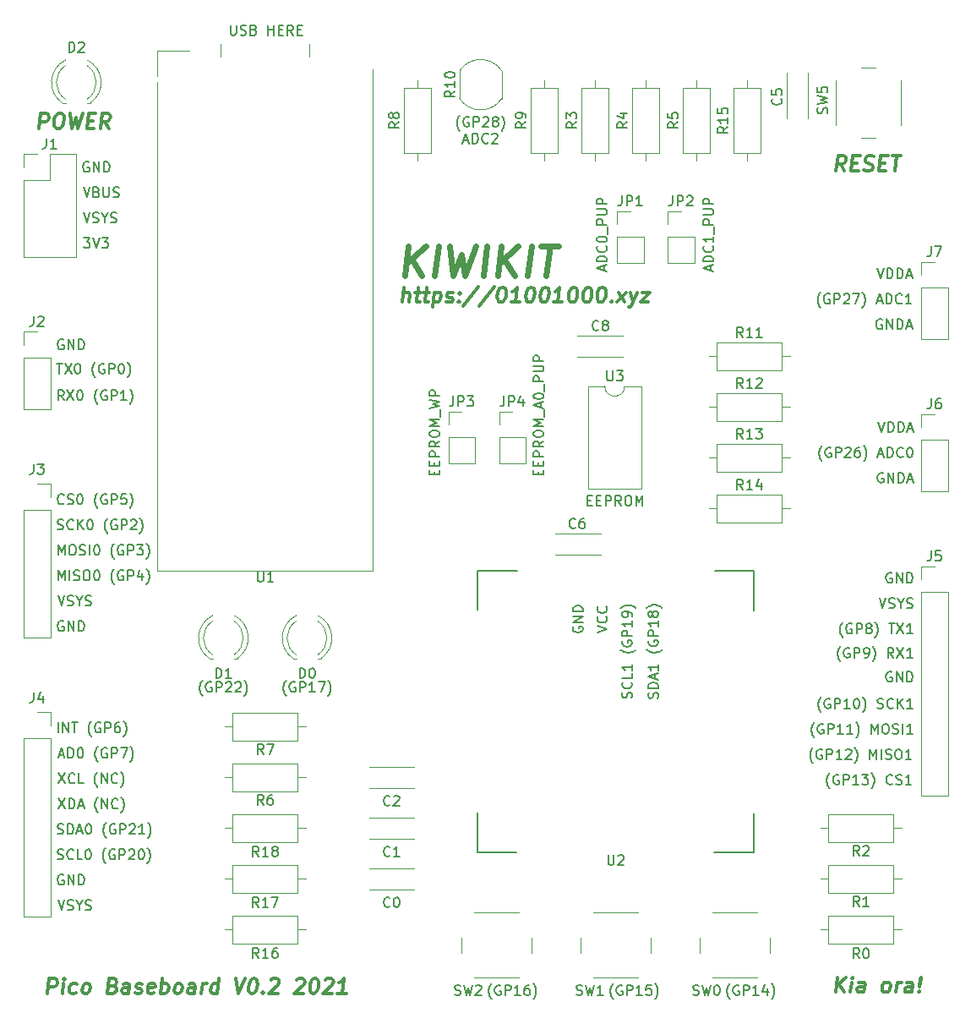
<source format=gbr>
%TF.GenerationSoftware,KiCad,Pcbnew,5.1.9-73d0e3b20d~88~ubuntu20.04.1*%
%TF.CreationDate,2021-02-13T16:05:57-05:00*%
%TF.ProjectId,kiwikit-rpi-pico,6b697769-6b69-4742-9d72-70692d706963,rev?*%
%TF.SameCoordinates,PX2faf080PY8f0d180*%
%TF.FileFunction,Legend,Top*%
%TF.FilePolarity,Positive*%
%FSLAX46Y46*%
G04 Gerber Fmt 4.6, Leading zero omitted, Abs format (unit mm)*
G04 Created by KiCad (PCBNEW 5.1.9-73d0e3b20d~88~ubuntu20.04.1) date 2021-02-13 16:05:57*
%MOMM*%
%LPD*%
G01*
G04 APERTURE LIST*
%ADD10C,0.150000*%
%ADD11C,0.300000*%
%ADD12C,0.600000*%
%ADD13C,0.120000*%
G04 APERTURE END LIST*
D10*
X30035761Y32059667D02*
X29988142Y32107286D01*
X29892904Y32250143D01*
X29845285Y32345381D01*
X29797666Y32488239D01*
X29750047Y32726334D01*
X29750047Y32916810D01*
X29797666Y33154905D01*
X29845285Y33297762D01*
X29892904Y33393000D01*
X29988142Y33535858D01*
X30035761Y33583477D01*
X30940523Y33393000D02*
X30845285Y33440620D01*
X30702428Y33440620D01*
X30559571Y33393000D01*
X30464333Y33297762D01*
X30416714Y33202524D01*
X30369095Y33012048D01*
X30369095Y32869191D01*
X30416714Y32678715D01*
X30464333Y32583477D01*
X30559571Y32488239D01*
X30702428Y32440620D01*
X30797666Y32440620D01*
X30940523Y32488239D01*
X30988142Y32535858D01*
X30988142Y32869191D01*
X30797666Y32869191D01*
X31416714Y32440620D02*
X31416714Y33440620D01*
X31797666Y33440620D01*
X31892904Y33393000D01*
X31940523Y33345381D01*
X31988142Y33250143D01*
X31988142Y33107286D01*
X31940523Y33012048D01*
X31892904Y32964429D01*
X31797666Y32916810D01*
X31416714Y32916810D01*
X32940523Y32440620D02*
X32369095Y32440620D01*
X32654809Y32440620D02*
X32654809Y33440620D01*
X32559571Y33297762D01*
X32464333Y33202524D01*
X32369095Y33154905D01*
X33273857Y33440620D02*
X33940523Y33440620D01*
X33511952Y32440620D01*
X34226238Y32059667D02*
X34273857Y32107286D01*
X34369095Y32250143D01*
X34416714Y32345381D01*
X34464333Y32488239D01*
X34511952Y32726334D01*
X34511952Y32916810D01*
X34464333Y33154905D01*
X34416714Y33297762D01*
X34369095Y33393000D01*
X34273857Y33535858D01*
X34226238Y33583477D01*
X21653761Y32059667D02*
X21606142Y32107286D01*
X21510904Y32250143D01*
X21463285Y32345381D01*
X21415666Y32488239D01*
X21368047Y32726334D01*
X21368047Y32916810D01*
X21415666Y33154905D01*
X21463285Y33297762D01*
X21510904Y33393000D01*
X21606142Y33535858D01*
X21653761Y33583477D01*
X22558523Y33393000D02*
X22463285Y33440620D01*
X22320428Y33440620D01*
X22177571Y33393000D01*
X22082333Y33297762D01*
X22034714Y33202524D01*
X21987095Y33012048D01*
X21987095Y32869191D01*
X22034714Y32678715D01*
X22082333Y32583477D01*
X22177571Y32488239D01*
X22320428Y32440620D01*
X22415666Y32440620D01*
X22558523Y32488239D01*
X22606142Y32535858D01*
X22606142Y32869191D01*
X22415666Y32869191D01*
X23034714Y32440620D02*
X23034714Y33440620D01*
X23415666Y33440620D01*
X23510904Y33393000D01*
X23558523Y33345381D01*
X23606142Y33250143D01*
X23606142Y33107286D01*
X23558523Y33012048D01*
X23510904Y32964429D01*
X23415666Y32916810D01*
X23034714Y32916810D01*
X23987095Y33345381D02*
X24034714Y33393000D01*
X24129952Y33440620D01*
X24368047Y33440620D01*
X24463285Y33393000D01*
X24510904Y33345381D01*
X24558523Y33250143D01*
X24558523Y33154905D01*
X24510904Y33012048D01*
X23939476Y32440620D01*
X24558523Y32440620D01*
X24939476Y33345381D02*
X24987095Y33393000D01*
X25082333Y33440620D01*
X25320428Y33440620D01*
X25415666Y33393000D01*
X25463285Y33345381D01*
X25510904Y33250143D01*
X25510904Y33154905D01*
X25463285Y33012048D01*
X24891857Y32440620D01*
X25510904Y32440620D01*
X25844238Y32059667D02*
X25891857Y32107286D01*
X25987095Y32250143D01*
X26034714Y32345381D01*
X26082333Y32488239D01*
X26129952Y32726334D01*
X26129952Y32916810D01*
X26082333Y33154905D01*
X26034714Y33297762D01*
X25987095Y33393000D01*
X25891857Y33535858D01*
X25844238Y33583477D01*
X74485714Y1706667D02*
X74438095Y1754286D01*
X74342857Y1897143D01*
X74295238Y1992381D01*
X74247619Y2135239D01*
X74200000Y2373334D01*
X74200000Y2563810D01*
X74247619Y2801905D01*
X74295238Y2944762D01*
X74342857Y3040000D01*
X74438095Y3182858D01*
X74485714Y3230477D01*
X75390476Y3040000D02*
X75295238Y3087620D01*
X75152380Y3087620D01*
X75009523Y3040000D01*
X74914285Y2944762D01*
X74866666Y2849524D01*
X74819047Y2659048D01*
X74819047Y2516191D01*
X74866666Y2325715D01*
X74914285Y2230477D01*
X75009523Y2135239D01*
X75152380Y2087620D01*
X75247619Y2087620D01*
X75390476Y2135239D01*
X75438095Y2182858D01*
X75438095Y2516191D01*
X75247619Y2516191D01*
X75866666Y2087620D02*
X75866666Y3087620D01*
X76247619Y3087620D01*
X76342857Y3040000D01*
X76390476Y2992381D01*
X76438095Y2897143D01*
X76438095Y2754286D01*
X76390476Y2659048D01*
X76342857Y2611429D01*
X76247619Y2563810D01*
X75866666Y2563810D01*
X77390476Y2087620D02*
X76819047Y2087620D01*
X77104761Y2087620D02*
X77104761Y3087620D01*
X77009523Y2944762D01*
X76914285Y2849524D01*
X76819047Y2801905D01*
X78247619Y2754286D02*
X78247619Y2087620D01*
X78009523Y3135239D02*
X77771428Y2420953D01*
X78390476Y2420953D01*
X78676190Y1706667D02*
X78723809Y1754286D01*
X78819047Y1897143D01*
X78866666Y1992381D01*
X78914285Y2135239D01*
X78961904Y2373334D01*
X78961904Y2563810D01*
X78914285Y2801905D01*
X78866666Y2944762D01*
X78819047Y3040000D01*
X78723809Y3182858D01*
X78676190Y3230477D01*
X62801714Y1706667D02*
X62754095Y1754286D01*
X62658857Y1897143D01*
X62611238Y1992381D01*
X62563619Y2135239D01*
X62516000Y2373334D01*
X62516000Y2563810D01*
X62563619Y2801905D01*
X62611238Y2944762D01*
X62658857Y3040000D01*
X62754095Y3182858D01*
X62801714Y3230477D01*
X63706476Y3040000D02*
X63611238Y3087620D01*
X63468380Y3087620D01*
X63325523Y3040000D01*
X63230285Y2944762D01*
X63182666Y2849524D01*
X63135047Y2659048D01*
X63135047Y2516191D01*
X63182666Y2325715D01*
X63230285Y2230477D01*
X63325523Y2135239D01*
X63468380Y2087620D01*
X63563619Y2087620D01*
X63706476Y2135239D01*
X63754095Y2182858D01*
X63754095Y2516191D01*
X63563619Y2516191D01*
X64182666Y2087620D02*
X64182666Y3087620D01*
X64563619Y3087620D01*
X64658857Y3040000D01*
X64706476Y2992381D01*
X64754095Y2897143D01*
X64754095Y2754286D01*
X64706476Y2659048D01*
X64658857Y2611429D01*
X64563619Y2563810D01*
X64182666Y2563810D01*
X65706476Y2087620D02*
X65135047Y2087620D01*
X65420761Y2087620D02*
X65420761Y3087620D01*
X65325523Y2944762D01*
X65230285Y2849524D01*
X65135047Y2801905D01*
X66611238Y3087620D02*
X66135047Y3087620D01*
X66087428Y2611429D01*
X66135047Y2659048D01*
X66230285Y2706667D01*
X66468380Y2706667D01*
X66563619Y2659048D01*
X66611238Y2611429D01*
X66658857Y2516191D01*
X66658857Y2278096D01*
X66611238Y2182858D01*
X66563619Y2135239D01*
X66468380Y2087620D01*
X66230285Y2087620D01*
X66135047Y2135239D01*
X66087428Y2182858D01*
X66992190Y1706667D02*
X67039809Y1754286D01*
X67135047Y1897143D01*
X67182666Y1992381D01*
X67230285Y2135239D01*
X67277904Y2373334D01*
X67277904Y2563810D01*
X67230285Y2801905D01*
X67182666Y2944762D01*
X67135047Y3040000D01*
X67039809Y3182858D01*
X66992190Y3230477D01*
X50609714Y1706667D02*
X50562095Y1754286D01*
X50466857Y1897143D01*
X50419238Y1992381D01*
X50371619Y2135239D01*
X50324000Y2373334D01*
X50324000Y2563810D01*
X50371619Y2801905D01*
X50419238Y2944762D01*
X50466857Y3040000D01*
X50562095Y3182858D01*
X50609714Y3230477D01*
X51514476Y3040000D02*
X51419238Y3087620D01*
X51276380Y3087620D01*
X51133523Y3040000D01*
X51038285Y2944762D01*
X50990666Y2849524D01*
X50943047Y2659048D01*
X50943047Y2516191D01*
X50990666Y2325715D01*
X51038285Y2230477D01*
X51133523Y2135239D01*
X51276380Y2087620D01*
X51371619Y2087620D01*
X51514476Y2135239D01*
X51562095Y2182858D01*
X51562095Y2516191D01*
X51371619Y2516191D01*
X51990666Y2087620D02*
X51990666Y3087620D01*
X52371619Y3087620D01*
X52466857Y3040000D01*
X52514476Y2992381D01*
X52562095Y2897143D01*
X52562095Y2754286D01*
X52514476Y2659048D01*
X52466857Y2611429D01*
X52371619Y2563810D01*
X51990666Y2563810D01*
X53514476Y2087620D02*
X52943047Y2087620D01*
X53228761Y2087620D02*
X53228761Y3087620D01*
X53133523Y2944762D01*
X53038285Y2849524D01*
X52943047Y2801905D01*
X54371619Y3087620D02*
X54181142Y3087620D01*
X54085904Y3040000D01*
X54038285Y2992381D01*
X53943047Y2849524D01*
X53895428Y2659048D01*
X53895428Y2278096D01*
X53943047Y2182858D01*
X53990666Y2135239D01*
X54085904Y2087620D01*
X54276380Y2087620D01*
X54371619Y2135239D01*
X54419238Y2182858D01*
X54466857Y2278096D01*
X54466857Y2516191D01*
X54419238Y2611429D01*
X54371619Y2659048D01*
X54276380Y2706667D01*
X54085904Y2706667D01*
X53990666Y2659048D01*
X53943047Y2611429D01*
X53895428Y2516191D01*
X54800190Y1706667D02*
X54847809Y1754286D01*
X54943047Y1897143D01*
X54990666Y1992381D01*
X55038285Y2135239D01*
X55085904Y2373334D01*
X55085904Y2563810D01*
X55038285Y2801905D01*
X54990666Y2944762D01*
X54943047Y3040000D01*
X54847809Y3182858D01*
X54800190Y3230477D01*
X47434761Y88637667D02*
X47387142Y88685286D01*
X47291904Y88828143D01*
X47244285Y88923381D01*
X47196666Y89066239D01*
X47149047Y89304334D01*
X47149047Y89494810D01*
X47196666Y89732905D01*
X47244285Y89875762D01*
X47291904Y89971000D01*
X47387142Y90113858D01*
X47434761Y90161477D01*
X48339523Y89971000D02*
X48244285Y90018620D01*
X48101428Y90018620D01*
X47958571Y89971000D01*
X47863333Y89875762D01*
X47815714Y89780524D01*
X47768095Y89590048D01*
X47768095Y89447191D01*
X47815714Y89256715D01*
X47863333Y89161477D01*
X47958571Y89066239D01*
X48101428Y89018620D01*
X48196666Y89018620D01*
X48339523Y89066239D01*
X48387142Y89113858D01*
X48387142Y89447191D01*
X48196666Y89447191D01*
X48815714Y89018620D02*
X48815714Y90018620D01*
X49196666Y90018620D01*
X49291904Y89971000D01*
X49339523Y89923381D01*
X49387142Y89828143D01*
X49387142Y89685286D01*
X49339523Y89590048D01*
X49291904Y89542429D01*
X49196666Y89494810D01*
X48815714Y89494810D01*
X49768095Y89923381D02*
X49815714Y89971000D01*
X49910952Y90018620D01*
X50149047Y90018620D01*
X50244285Y89971000D01*
X50291904Y89923381D01*
X50339523Y89828143D01*
X50339523Y89732905D01*
X50291904Y89590048D01*
X49720476Y89018620D01*
X50339523Y89018620D01*
X50910952Y89590048D02*
X50815714Y89637667D01*
X50768095Y89685286D01*
X50720476Y89780524D01*
X50720476Y89828143D01*
X50768095Y89923381D01*
X50815714Y89971000D01*
X50910952Y90018620D01*
X51101428Y90018620D01*
X51196666Y89971000D01*
X51244285Y89923381D01*
X51291904Y89828143D01*
X51291904Y89780524D01*
X51244285Y89685286D01*
X51196666Y89637667D01*
X51101428Y89590048D01*
X50910952Y89590048D01*
X50815714Y89542429D01*
X50768095Y89494810D01*
X50720476Y89399572D01*
X50720476Y89209096D01*
X50768095Y89113858D01*
X50815714Y89066239D01*
X50910952Y89018620D01*
X51101428Y89018620D01*
X51196666Y89066239D01*
X51244285Y89113858D01*
X51291904Y89209096D01*
X51291904Y89399572D01*
X51244285Y89494810D01*
X51196666Y89542429D01*
X51101428Y89590048D01*
X51625238Y88637667D02*
X51672857Y88685286D01*
X51768095Y88828143D01*
X51815714Y88923381D01*
X51863333Y89066239D01*
X51910952Y89304334D01*
X51910952Y89494810D01*
X51863333Y89732905D01*
X51815714Y89875762D01*
X51768095Y89971000D01*
X51672857Y90113858D01*
X51625238Y90161477D01*
X47815714Y87654334D02*
X48291904Y87654334D01*
X47720476Y87368620D02*
X48053809Y88368620D01*
X48387142Y87368620D01*
X48720476Y87368620D02*
X48720476Y88368620D01*
X48958571Y88368620D01*
X49101428Y88321000D01*
X49196666Y88225762D01*
X49244285Y88130524D01*
X49291904Y87940048D01*
X49291904Y87797191D01*
X49244285Y87606715D01*
X49196666Y87511477D01*
X49101428Y87416239D01*
X48958571Y87368620D01*
X48720476Y87368620D01*
X50291904Y87463858D02*
X50244285Y87416239D01*
X50101428Y87368620D01*
X50006190Y87368620D01*
X49863333Y87416239D01*
X49768095Y87511477D01*
X49720476Y87606715D01*
X49672857Y87797191D01*
X49672857Y87940048D01*
X49720476Y88130524D01*
X49768095Y88225762D01*
X49863333Y88321000D01*
X50006190Y88368620D01*
X50101428Y88368620D01*
X50244285Y88321000D01*
X50291904Y88273381D01*
X50672857Y88273381D02*
X50720476Y88321000D01*
X50815714Y88368620D01*
X51053809Y88368620D01*
X51149047Y88321000D01*
X51196666Y88273381D01*
X51244285Y88178143D01*
X51244285Y88082905D01*
X51196666Y87940048D01*
X50625238Y87368620D01*
X51244285Y87368620D01*
D11*
X5269642Y88856429D02*
X5457142Y90356429D01*
X6028571Y90356429D01*
X6162500Y90285000D01*
X6225000Y90213572D01*
X6278571Y90070715D01*
X6251785Y89856429D01*
X6162500Y89713572D01*
X6082142Y89642143D01*
X5930357Y89570715D01*
X5358928Y89570715D01*
X7242857Y90356429D02*
X7528571Y90356429D01*
X7662500Y90285000D01*
X7787500Y90142143D01*
X7823214Y89856429D01*
X7760714Y89356429D01*
X7653571Y89070715D01*
X7492857Y88927858D01*
X7341071Y88856429D01*
X7055357Y88856429D01*
X6921428Y88927858D01*
X6796428Y89070715D01*
X6760714Y89356429D01*
X6823214Y89856429D01*
X6930357Y90142143D01*
X7091071Y90285000D01*
X7242857Y90356429D01*
X8385714Y90356429D02*
X8555357Y88856429D01*
X8975000Y89927858D01*
X9126785Y88856429D01*
X9671428Y90356429D01*
X10153571Y89642143D02*
X10653571Y89642143D01*
X10769642Y88856429D02*
X10055357Y88856429D01*
X10242857Y90356429D01*
X10957142Y90356429D01*
X12269642Y88856429D02*
X11858928Y89570715D01*
X11412500Y88856429D02*
X11600000Y90356429D01*
X12171428Y90356429D01*
X12305357Y90285000D01*
X12367857Y90213572D01*
X12421428Y90070715D01*
X12394642Y89856429D01*
X12305357Y89713572D01*
X12225000Y89642143D01*
X12073214Y89570715D01*
X11501785Y89570715D01*
X85073357Y2369429D02*
X85260857Y3869429D01*
X85930500Y2369429D02*
X85394785Y3226572D01*
X86118000Y3869429D02*
X85153714Y3012286D01*
X86573357Y2369429D02*
X86698357Y3369429D01*
X86760857Y3869429D02*
X86680500Y3798000D01*
X86743000Y3726572D01*
X86823357Y3798000D01*
X86760857Y3869429D01*
X86743000Y3726572D01*
X87930500Y2369429D02*
X88028714Y3155143D01*
X87975142Y3298000D01*
X87841214Y3369429D01*
X87555500Y3369429D01*
X87403714Y3298000D01*
X87939428Y2440858D02*
X87787642Y2369429D01*
X87430500Y2369429D01*
X87296571Y2440858D01*
X87243000Y2583715D01*
X87260857Y2726572D01*
X87350142Y2869429D01*
X87501928Y2940858D01*
X87859071Y2940858D01*
X88010857Y3012286D01*
X90001928Y2369429D02*
X89868000Y2440858D01*
X89805500Y2512286D01*
X89751928Y2655143D01*
X89805500Y3083715D01*
X89894785Y3226572D01*
X89975142Y3298000D01*
X90126928Y3369429D01*
X90341214Y3369429D01*
X90475142Y3298000D01*
X90537642Y3226572D01*
X90591214Y3083715D01*
X90537642Y2655143D01*
X90448357Y2512286D01*
X90368000Y2440858D01*
X90216214Y2369429D01*
X90001928Y2369429D01*
X91144785Y2369429D02*
X91269785Y3369429D01*
X91234071Y3083715D02*
X91323357Y3226572D01*
X91403714Y3298000D01*
X91555500Y3369429D01*
X91698357Y3369429D01*
X92716214Y2369429D02*
X92814428Y3155143D01*
X92760857Y3298000D01*
X92626928Y3369429D01*
X92341214Y3369429D01*
X92189428Y3298000D01*
X92725142Y2440858D02*
X92573357Y2369429D01*
X92216214Y2369429D01*
X92082285Y2440858D01*
X92028714Y2583715D01*
X92046571Y2726572D01*
X92135857Y2869429D01*
X92287642Y2940858D01*
X92644785Y2940858D01*
X92796571Y3012286D01*
X93448357Y2512286D02*
X93510857Y2440858D01*
X93430500Y2369429D01*
X93368000Y2440858D01*
X93448357Y2512286D01*
X93430500Y2369429D01*
X93501928Y2940858D02*
X93537642Y3798000D01*
X93618000Y3869429D01*
X93680500Y3798000D01*
X93501928Y2940858D01*
X93618000Y3869429D01*
D10*
X24470171Y99201220D02*
X24470171Y98391696D01*
X24517790Y98296458D01*
X24565409Y98248839D01*
X24660647Y98201220D01*
X24851123Y98201220D01*
X24946361Y98248839D01*
X24993980Y98296458D01*
X25041600Y98391696D01*
X25041600Y99201220D01*
X25470171Y98248839D02*
X25613028Y98201220D01*
X25851123Y98201220D01*
X25946361Y98248839D01*
X25993980Y98296458D01*
X26041600Y98391696D01*
X26041600Y98486934D01*
X25993980Y98582172D01*
X25946361Y98629791D01*
X25851123Y98677410D01*
X25660647Y98725029D01*
X25565409Y98772648D01*
X25517790Y98820267D01*
X25470171Y98915505D01*
X25470171Y99010743D01*
X25517790Y99105981D01*
X25565409Y99153600D01*
X25660647Y99201220D01*
X25898742Y99201220D01*
X26041600Y99153600D01*
X26803504Y98725029D02*
X26946361Y98677410D01*
X26993980Y98629791D01*
X27041600Y98534553D01*
X27041600Y98391696D01*
X26993980Y98296458D01*
X26946361Y98248839D01*
X26851123Y98201220D01*
X26470171Y98201220D01*
X26470171Y99201220D01*
X26803504Y99201220D01*
X26898742Y99153600D01*
X26946361Y99105981D01*
X26993980Y99010743D01*
X26993980Y98915505D01*
X26946361Y98820267D01*
X26898742Y98772648D01*
X26803504Y98725029D01*
X26470171Y98725029D01*
X28232076Y98201220D02*
X28232076Y99201220D01*
X28232076Y98725029D02*
X28803504Y98725029D01*
X28803504Y98201220D02*
X28803504Y99201220D01*
X29279695Y98725029D02*
X29613028Y98725029D01*
X29755885Y98201220D02*
X29279695Y98201220D01*
X29279695Y99201220D01*
X29755885Y99201220D01*
X30755885Y98201220D02*
X30422552Y98677410D01*
X30184457Y98201220D02*
X30184457Y99201220D01*
X30565409Y99201220D01*
X30660647Y99153600D01*
X30708266Y99105981D01*
X30755885Y99010743D01*
X30755885Y98867886D01*
X30708266Y98772648D01*
X30660647Y98725029D01*
X30565409Y98677410D01*
X30184457Y98677410D01*
X31184457Y98725029D02*
X31517790Y98725029D01*
X31660647Y98201220D02*
X31184457Y98201220D01*
X31184457Y99201220D01*
X31660647Y99201220D01*
D11*
X85993857Y84601929D02*
X85583142Y85316215D01*
X85136714Y84601929D02*
X85324214Y86101929D01*
X85895642Y86101929D01*
X86029571Y86030500D01*
X86092071Y85959072D01*
X86145642Y85816215D01*
X86118857Y85601929D01*
X86029571Y85459072D01*
X85949214Y85387643D01*
X85797428Y85316215D01*
X85226000Y85316215D01*
X86734928Y85387643D02*
X87234928Y85387643D01*
X87351000Y84601929D02*
X86636714Y84601929D01*
X86824214Y86101929D01*
X87538500Y86101929D01*
X87931357Y84673358D02*
X88136714Y84601929D01*
X88493857Y84601929D01*
X88645642Y84673358D01*
X88726000Y84744786D01*
X88815285Y84887643D01*
X88833142Y85030500D01*
X88779571Y85173358D01*
X88717071Y85244786D01*
X88583142Y85316215D01*
X88306357Y85387643D01*
X88172428Y85459072D01*
X88109928Y85530500D01*
X88056357Y85673358D01*
X88074214Y85816215D01*
X88163500Y85959072D01*
X88243857Y86030500D01*
X88395642Y86101929D01*
X88752785Y86101929D01*
X88958142Y86030500D01*
X89520642Y85387643D02*
X90020642Y85387643D01*
X90136714Y84601929D02*
X89422428Y84601929D01*
X89609928Y86101929D01*
X90324214Y86101929D01*
X90752785Y86101929D02*
X91609928Y86101929D01*
X90993857Y84601929D02*
X91181357Y86101929D01*
D10*
X89723642Y69715000D02*
X89628404Y69762620D01*
X89485547Y69762620D01*
X89342690Y69715000D01*
X89247452Y69619762D01*
X89199833Y69524524D01*
X89152214Y69334048D01*
X89152214Y69191191D01*
X89199833Y69000715D01*
X89247452Y68905477D01*
X89342690Y68810239D01*
X89485547Y68762620D01*
X89580785Y68762620D01*
X89723642Y68810239D01*
X89771261Y68857858D01*
X89771261Y69191191D01*
X89580785Y69191191D01*
X90199833Y68762620D02*
X90199833Y69762620D01*
X90771261Y68762620D01*
X90771261Y69762620D01*
X91247452Y68762620D02*
X91247452Y69762620D01*
X91485547Y69762620D01*
X91628404Y69715000D01*
X91723642Y69619762D01*
X91771261Y69524524D01*
X91818880Y69334048D01*
X91818880Y69191191D01*
X91771261Y69000715D01*
X91723642Y68905477D01*
X91628404Y68810239D01*
X91485547Y68762620D01*
X91247452Y68762620D01*
X92199833Y69048334D02*
X92676023Y69048334D01*
X92104595Y68762620D02*
X92437928Y69762620D01*
X92771261Y68762620D01*
X89247452Y74842620D02*
X89580785Y73842620D01*
X89914119Y74842620D01*
X90247452Y73842620D02*
X90247452Y74842620D01*
X90485547Y74842620D01*
X90628404Y74795000D01*
X90723642Y74699762D01*
X90771261Y74604524D01*
X90818880Y74414048D01*
X90818880Y74271191D01*
X90771261Y74080715D01*
X90723642Y73985477D01*
X90628404Y73890239D01*
X90485547Y73842620D01*
X90247452Y73842620D01*
X91247452Y73842620D02*
X91247452Y74842620D01*
X91485547Y74842620D01*
X91628404Y74795000D01*
X91723642Y74699762D01*
X91771261Y74604524D01*
X91818880Y74414048D01*
X91818880Y74271191D01*
X91771261Y74080715D01*
X91723642Y73985477D01*
X91628404Y73890239D01*
X91485547Y73842620D01*
X91247452Y73842620D01*
X92199833Y74128334D02*
X92676023Y74128334D01*
X92104595Y73842620D02*
X92437928Y74842620D01*
X92771261Y73842620D01*
X83580785Y70921667D02*
X83533166Y70969286D01*
X83437928Y71112143D01*
X83390309Y71207381D01*
X83342690Y71350239D01*
X83295071Y71588334D01*
X83295071Y71778810D01*
X83342690Y72016905D01*
X83390309Y72159762D01*
X83437928Y72255000D01*
X83533166Y72397858D01*
X83580785Y72445477D01*
X84485547Y72255000D02*
X84390309Y72302620D01*
X84247452Y72302620D01*
X84104595Y72255000D01*
X84009357Y72159762D01*
X83961738Y72064524D01*
X83914119Y71874048D01*
X83914119Y71731191D01*
X83961738Y71540715D01*
X84009357Y71445477D01*
X84104595Y71350239D01*
X84247452Y71302620D01*
X84342690Y71302620D01*
X84485547Y71350239D01*
X84533166Y71397858D01*
X84533166Y71731191D01*
X84342690Y71731191D01*
X84961738Y71302620D02*
X84961738Y72302620D01*
X85342690Y72302620D01*
X85437928Y72255000D01*
X85485547Y72207381D01*
X85533166Y72112143D01*
X85533166Y71969286D01*
X85485547Y71874048D01*
X85437928Y71826429D01*
X85342690Y71778810D01*
X84961738Y71778810D01*
X85914119Y72207381D02*
X85961738Y72255000D01*
X86056976Y72302620D01*
X86295071Y72302620D01*
X86390309Y72255000D01*
X86437928Y72207381D01*
X86485547Y72112143D01*
X86485547Y72016905D01*
X86437928Y71874048D01*
X85866500Y71302620D01*
X86485547Y71302620D01*
X86818880Y72302620D02*
X87485547Y72302620D01*
X87056976Y71302620D01*
X87771261Y70921667D02*
X87818880Y70969286D01*
X87914119Y71112143D01*
X87961738Y71207381D01*
X88009357Y71350239D01*
X88056976Y71588334D01*
X88056976Y71778810D01*
X88009357Y72016905D01*
X87961738Y72159762D01*
X87914119Y72255000D01*
X87818880Y72397858D01*
X87771261Y72445477D01*
X89247452Y71588334D02*
X89723642Y71588334D01*
X89152214Y71302620D02*
X89485547Y72302620D01*
X89818880Y71302620D01*
X90152214Y71302620D02*
X90152214Y72302620D01*
X90390309Y72302620D01*
X90533166Y72255000D01*
X90628404Y72159762D01*
X90676023Y72064524D01*
X90723642Y71874048D01*
X90723642Y71731191D01*
X90676023Y71540715D01*
X90628404Y71445477D01*
X90533166Y71350239D01*
X90390309Y71302620D01*
X90152214Y71302620D01*
X91723642Y71397858D02*
X91676023Y71350239D01*
X91533166Y71302620D01*
X91437928Y71302620D01*
X91295071Y71350239D01*
X91199833Y71445477D01*
X91152214Y71540715D01*
X91104595Y71731191D01*
X91104595Y71874048D01*
X91152214Y72064524D01*
X91199833Y72159762D01*
X91295071Y72255000D01*
X91437928Y72302620D01*
X91533166Y72302620D01*
X91676023Y72255000D01*
X91723642Y72207381D01*
X92676023Y71302620D02*
X92104595Y71302620D01*
X92390309Y71302620D02*
X92390309Y72302620D01*
X92295071Y72159762D01*
X92199833Y72064524D01*
X92104595Y72016905D01*
X89374452Y59475620D02*
X89707785Y58475620D01*
X90041119Y59475620D01*
X90374452Y58475620D02*
X90374452Y59475620D01*
X90612547Y59475620D01*
X90755404Y59428000D01*
X90850642Y59332762D01*
X90898261Y59237524D01*
X90945880Y59047048D01*
X90945880Y58904191D01*
X90898261Y58713715D01*
X90850642Y58618477D01*
X90755404Y58523239D01*
X90612547Y58475620D01*
X90374452Y58475620D01*
X91374452Y58475620D02*
X91374452Y59475620D01*
X91612547Y59475620D01*
X91755404Y59428000D01*
X91850642Y59332762D01*
X91898261Y59237524D01*
X91945880Y59047048D01*
X91945880Y58904191D01*
X91898261Y58713715D01*
X91850642Y58618477D01*
X91755404Y58523239D01*
X91612547Y58475620D01*
X91374452Y58475620D01*
X92326833Y58761334D02*
X92803023Y58761334D01*
X92231595Y58475620D02*
X92564928Y59475620D01*
X92898261Y58475620D01*
X83707785Y55554667D02*
X83660166Y55602286D01*
X83564928Y55745143D01*
X83517309Y55840381D01*
X83469690Y55983239D01*
X83422071Y56221334D01*
X83422071Y56411810D01*
X83469690Y56649905D01*
X83517309Y56792762D01*
X83564928Y56888000D01*
X83660166Y57030858D01*
X83707785Y57078477D01*
X84612547Y56888000D02*
X84517309Y56935620D01*
X84374452Y56935620D01*
X84231595Y56888000D01*
X84136357Y56792762D01*
X84088738Y56697524D01*
X84041119Y56507048D01*
X84041119Y56364191D01*
X84088738Y56173715D01*
X84136357Y56078477D01*
X84231595Y55983239D01*
X84374452Y55935620D01*
X84469690Y55935620D01*
X84612547Y55983239D01*
X84660166Y56030858D01*
X84660166Y56364191D01*
X84469690Y56364191D01*
X85088738Y55935620D02*
X85088738Y56935620D01*
X85469690Y56935620D01*
X85564928Y56888000D01*
X85612547Y56840381D01*
X85660166Y56745143D01*
X85660166Y56602286D01*
X85612547Y56507048D01*
X85564928Y56459429D01*
X85469690Y56411810D01*
X85088738Y56411810D01*
X86041119Y56840381D02*
X86088738Y56888000D01*
X86183976Y56935620D01*
X86422071Y56935620D01*
X86517309Y56888000D01*
X86564928Y56840381D01*
X86612547Y56745143D01*
X86612547Y56649905D01*
X86564928Y56507048D01*
X85993500Y55935620D01*
X86612547Y55935620D01*
X87469690Y56935620D02*
X87279214Y56935620D01*
X87183976Y56888000D01*
X87136357Y56840381D01*
X87041119Y56697524D01*
X86993500Y56507048D01*
X86993500Y56126096D01*
X87041119Y56030858D01*
X87088738Y55983239D01*
X87183976Y55935620D01*
X87374452Y55935620D01*
X87469690Y55983239D01*
X87517309Y56030858D01*
X87564928Y56126096D01*
X87564928Y56364191D01*
X87517309Y56459429D01*
X87469690Y56507048D01*
X87374452Y56554667D01*
X87183976Y56554667D01*
X87088738Y56507048D01*
X87041119Y56459429D01*
X86993500Y56364191D01*
X87898261Y55554667D02*
X87945880Y55602286D01*
X88041119Y55745143D01*
X88088738Y55840381D01*
X88136357Y55983239D01*
X88183976Y56221334D01*
X88183976Y56411810D01*
X88136357Y56649905D01*
X88088738Y56792762D01*
X88041119Y56888000D01*
X87945880Y57030858D01*
X87898261Y57078477D01*
X89374452Y56221334D02*
X89850642Y56221334D01*
X89279214Y55935620D02*
X89612547Y56935620D01*
X89945880Y55935620D01*
X90279214Y55935620D02*
X90279214Y56935620D01*
X90517309Y56935620D01*
X90660166Y56888000D01*
X90755404Y56792762D01*
X90803023Y56697524D01*
X90850642Y56507048D01*
X90850642Y56364191D01*
X90803023Y56173715D01*
X90755404Y56078477D01*
X90660166Y55983239D01*
X90517309Y55935620D01*
X90279214Y55935620D01*
X91850642Y56030858D02*
X91803023Y55983239D01*
X91660166Y55935620D01*
X91564928Y55935620D01*
X91422071Y55983239D01*
X91326833Y56078477D01*
X91279214Y56173715D01*
X91231595Y56364191D01*
X91231595Y56507048D01*
X91279214Y56697524D01*
X91326833Y56792762D01*
X91422071Y56888000D01*
X91564928Y56935620D01*
X91660166Y56935620D01*
X91803023Y56888000D01*
X91850642Y56840381D01*
X92469690Y56935620D02*
X92564928Y56935620D01*
X92660166Y56888000D01*
X92707785Y56840381D01*
X92755404Y56745143D01*
X92803023Y56554667D01*
X92803023Y56316572D01*
X92755404Y56126096D01*
X92707785Y56030858D01*
X92660166Y55983239D01*
X92564928Y55935620D01*
X92469690Y55935620D01*
X92374452Y55983239D01*
X92326833Y56030858D01*
X92279214Y56126096D01*
X92231595Y56316572D01*
X92231595Y56554667D01*
X92279214Y56745143D01*
X92326833Y56840381D01*
X92374452Y56888000D01*
X92469690Y56935620D01*
X89850642Y54348000D02*
X89755404Y54395620D01*
X89612547Y54395620D01*
X89469690Y54348000D01*
X89374452Y54252762D01*
X89326833Y54157524D01*
X89279214Y53967048D01*
X89279214Y53824191D01*
X89326833Y53633715D01*
X89374452Y53538477D01*
X89469690Y53443239D01*
X89612547Y53395620D01*
X89707785Y53395620D01*
X89850642Y53443239D01*
X89898261Y53490858D01*
X89898261Y53824191D01*
X89707785Y53824191D01*
X90326833Y53395620D02*
X90326833Y54395620D01*
X90898261Y53395620D01*
X90898261Y54395620D01*
X91374452Y53395620D02*
X91374452Y54395620D01*
X91612547Y54395620D01*
X91755404Y54348000D01*
X91850642Y54252762D01*
X91898261Y54157524D01*
X91945880Y53967048D01*
X91945880Y53824191D01*
X91898261Y53633715D01*
X91850642Y53538477D01*
X91755404Y53443239D01*
X91612547Y53395620D01*
X91374452Y53395620D01*
X92326833Y53681334D02*
X92803023Y53681334D01*
X92231595Y53395620D02*
X92564928Y54395620D01*
X92898261Y53395620D01*
X84485547Y22788667D02*
X84437928Y22836286D01*
X84342690Y22979143D01*
X84295071Y23074381D01*
X84247452Y23217239D01*
X84199833Y23455334D01*
X84199833Y23645810D01*
X84247452Y23883905D01*
X84295071Y24026762D01*
X84342690Y24122000D01*
X84437928Y24264858D01*
X84485547Y24312477D01*
X85390309Y24122000D02*
X85295071Y24169620D01*
X85152214Y24169620D01*
X85009357Y24122000D01*
X84914119Y24026762D01*
X84866500Y23931524D01*
X84818880Y23741048D01*
X84818880Y23598191D01*
X84866500Y23407715D01*
X84914119Y23312477D01*
X85009357Y23217239D01*
X85152214Y23169620D01*
X85247452Y23169620D01*
X85390309Y23217239D01*
X85437928Y23264858D01*
X85437928Y23598191D01*
X85247452Y23598191D01*
X85866500Y23169620D02*
X85866500Y24169620D01*
X86247452Y24169620D01*
X86342690Y24122000D01*
X86390309Y24074381D01*
X86437928Y23979143D01*
X86437928Y23836286D01*
X86390309Y23741048D01*
X86342690Y23693429D01*
X86247452Y23645810D01*
X85866500Y23645810D01*
X87390309Y23169620D02*
X86818880Y23169620D01*
X87104595Y23169620D02*
X87104595Y24169620D01*
X87009357Y24026762D01*
X86914119Y23931524D01*
X86818880Y23883905D01*
X87723642Y24169620D02*
X88342690Y24169620D01*
X88009357Y23788667D01*
X88152214Y23788667D01*
X88247452Y23741048D01*
X88295071Y23693429D01*
X88342690Y23598191D01*
X88342690Y23360096D01*
X88295071Y23264858D01*
X88247452Y23217239D01*
X88152214Y23169620D01*
X87866500Y23169620D01*
X87771261Y23217239D01*
X87723642Y23264858D01*
X88676023Y22788667D02*
X88723642Y22836286D01*
X88818880Y22979143D01*
X88866500Y23074381D01*
X88914119Y23217239D01*
X88961738Y23455334D01*
X88961738Y23645810D01*
X88914119Y23883905D01*
X88866500Y24026762D01*
X88818880Y24122000D01*
X88723642Y24264858D01*
X88676023Y24312477D01*
X90771261Y23264858D02*
X90723642Y23217239D01*
X90580785Y23169620D01*
X90485547Y23169620D01*
X90342690Y23217239D01*
X90247452Y23312477D01*
X90199833Y23407715D01*
X90152214Y23598191D01*
X90152214Y23741048D01*
X90199833Y23931524D01*
X90247452Y24026762D01*
X90342690Y24122000D01*
X90485547Y24169620D01*
X90580785Y24169620D01*
X90723642Y24122000D01*
X90771261Y24074381D01*
X91152214Y23217239D02*
X91295071Y23169620D01*
X91533166Y23169620D01*
X91628404Y23217239D01*
X91676023Y23264858D01*
X91723642Y23360096D01*
X91723642Y23455334D01*
X91676023Y23550572D01*
X91628404Y23598191D01*
X91533166Y23645810D01*
X91342690Y23693429D01*
X91247452Y23741048D01*
X91199833Y23788667D01*
X91152214Y23883905D01*
X91152214Y23979143D01*
X91199833Y24074381D01*
X91247452Y24122000D01*
X91342690Y24169620D01*
X91580785Y24169620D01*
X91723642Y24122000D01*
X92676023Y23169620D02*
X92104595Y23169620D01*
X92390309Y23169620D02*
X92390309Y24169620D01*
X92295071Y24026762D01*
X92199833Y23931524D01*
X92104595Y23883905D01*
X82818880Y25328667D02*
X82771261Y25376286D01*
X82676023Y25519143D01*
X82628404Y25614381D01*
X82580785Y25757239D01*
X82533166Y25995334D01*
X82533166Y26185810D01*
X82580785Y26423905D01*
X82628404Y26566762D01*
X82676023Y26662000D01*
X82771261Y26804858D01*
X82818880Y26852477D01*
X83723642Y26662000D02*
X83628404Y26709620D01*
X83485547Y26709620D01*
X83342690Y26662000D01*
X83247452Y26566762D01*
X83199833Y26471524D01*
X83152214Y26281048D01*
X83152214Y26138191D01*
X83199833Y25947715D01*
X83247452Y25852477D01*
X83342690Y25757239D01*
X83485547Y25709620D01*
X83580785Y25709620D01*
X83723642Y25757239D01*
X83771261Y25804858D01*
X83771261Y26138191D01*
X83580785Y26138191D01*
X84199833Y25709620D02*
X84199833Y26709620D01*
X84580785Y26709620D01*
X84676023Y26662000D01*
X84723642Y26614381D01*
X84771261Y26519143D01*
X84771261Y26376286D01*
X84723642Y26281048D01*
X84676023Y26233429D01*
X84580785Y26185810D01*
X84199833Y26185810D01*
X85723642Y25709620D02*
X85152214Y25709620D01*
X85437928Y25709620D02*
X85437928Y26709620D01*
X85342690Y26566762D01*
X85247452Y26471524D01*
X85152214Y26423905D01*
X86104595Y26614381D02*
X86152214Y26662000D01*
X86247452Y26709620D01*
X86485547Y26709620D01*
X86580785Y26662000D01*
X86628404Y26614381D01*
X86676023Y26519143D01*
X86676023Y26423905D01*
X86628404Y26281048D01*
X86056976Y25709620D01*
X86676023Y25709620D01*
X87009357Y25328667D02*
X87056976Y25376286D01*
X87152214Y25519143D01*
X87199833Y25614381D01*
X87247452Y25757239D01*
X87295071Y25995334D01*
X87295071Y26185810D01*
X87247452Y26423905D01*
X87199833Y26566762D01*
X87152214Y26662000D01*
X87056976Y26804858D01*
X87009357Y26852477D01*
X88533166Y25709620D02*
X88533166Y26709620D01*
X88866500Y25995334D01*
X89199833Y26709620D01*
X89199833Y25709620D01*
X89676023Y25709620D02*
X89676023Y26709620D01*
X90104595Y25757239D02*
X90247452Y25709620D01*
X90485547Y25709620D01*
X90580785Y25757239D01*
X90628404Y25804858D01*
X90676023Y25900096D01*
X90676023Y25995334D01*
X90628404Y26090572D01*
X90580785Y26138191D01*
X90485547Y26185810D01*
X90295071Y26233429D01*
X90199833Y26281048D01*
X90152214Y26328667D01*
X90104595Y26423905D01*
X90104595Y26519143D01*
X90152214Y26614381D01*
X90199833Y26662000D01*
X90295071Y26709620D01*
X90533166Y26709620D01*
X90676023Y26662000D01*
X91295071Y26709620D02*
X91485547Y26709620D01*
X91580785Y26662000D01*
X91676023Y26566762D01*
X91723642Y26376286D01*
X91723642Y26042953D01*
X91676023Y25852477D01*
X91580785Y25757239D01*
X91485547Y25709620D01*
X91295071Y25709620D01*
X91199833Y25757239D01*
X91104595Y25852477D01*
X91056976Y26042953D01*
X91056976Y26376286D01*
X91104595Y26566762D01*
X91199833Y26662000D01*
X91295071Y26709620D01*
X92676023Y25709620D02*
X92104595Y25709620D01*
X92390309Y25709620D02*
X92390309Y26709620D01*
X92295071Y26566762D01*
X92199833Y26471524D01*
X92104595Y26423905D01*
X82945880Y27868667D02*
X82898261Y27916286D01*
X82803023Y28059143D01*
X82755404Y28154381D01*
X82707785Y28297239D01*
X82660166Y28535334D01*
X82660166Y28725810D01*
X82707785Y28963905D01*
X82755404Y29106762D01*
X82803023Y29202000D01*
X82898261Y29344858D01*
X82945880Y29392477D01*
X83850642Y29202000D02*
X83755404Y29249620D01*
X83612547Y29249620D01*
X83469690Y29202000D01*
X83374452Y29106762D01*
X83326833Y29011524D01*
X83279214Y28821048D01*
X83279214Y28678191D01*
X83326833Y28487715D01*
X83374452Y28392477D01*
X83469690Y28297239D01*
X83612547Y28249620D01*
X83707785Y28249620D01*
X83850642Y28297239D01*
X83898261Y28344858D01*
X83898261Y28678191D01*
X83707785Y28678191D01*
X84326833Y28249620D02*
X84326833Y29249620D01*
X84707785Y29249620D01*
X84803023Y29202000D01*
X84850642Y29154381D01*
X84898261Y29059143D01*
X84898261Y28916286D01*
X84850642Y28821048D01*
X84803023Y28773429D01*
X84707785Y28725810D01*
X84326833Y28725810D01*
X85850642Y28249620D02*
X85279214Y28249620D01*
X85564928Y28249620D02*
X85564928Y29249620D01*
X85469690Y29106762D01*
X85374452Y29011524D01*
X85279214Y28963905D01*
X86803023Y28249620D02*
X86231595Y28249620D01*
X86517309Y28249620D02*
X86517309Y29249620D01*
X86422071Y29106762D01*
X86326833Y29011524D01*
X86231595Y28963905D01*
X87136357Y27868667D02*
X87183976Y27916286D01*
X87279214Y28059143D01*
X87326833Y28154381D01*
X87374452Y28297239D01*
X87422071Y28535334D01*
X87422071Y28725810D01*
X87374452Y28963905D01*
X87326833Y29106762D01*
X87279214Y29202000D01*
X87183976Y29344858D01*
X87136357Y29392477D01*
X88660166Y28249620D02*
X88660166Y29249620D01*
X88993500Y28535334D01*
X89326833Y29249620D01*
X89326833Y28249620D01*
X89993500Y29249620D02*
X90183976Y29249620D01*
X90279214Y29202000D01*
X90374452Y29106762D01*
X90422071Y28916286D01*
X90422071Y28582953D01*
X90374452Y28392477D01*
X90279214Y28297239D01*
X90183976Y28249620D01*
X89993500Y28249620D01*
X89898261Y28297239D01*
X89803023Y28392477D01*
X89755404Y28582953D01*
X89755404Y28916286D01*
X89803023Y29106762D01*
X89898261Y29202000D01*
X89993500Y29249620D01*
X90803023Y28297239D02*
X90945880Y28249620D01*
X91183976Y28249620D01*
X91279214Y28297239D01*
X91326833Y28344858D01*
X91374452Y28440096D01*
X91374452Y28535334D01*
X91326833Y28630572D01*
X91279214Y28678191D01*
X91183976Y28725810D01*
X90993500Y28773429D01*
X90898261Y28821048D01*
X90850642Y28868667D01*
X90803023Y28963905D01*
X90803023Y29059143D01*
X90850642Y29154381D01*
X90898261Y29202000D01*
X90993500Y29249620D01*
X91231595Y29249620D01*
X91374452Y29202000D01*
X91803023Y28249620D02*
X91803023Y29249620D01*
X92803023Y28249620D02*
X92231595Y28249620D01*
X92517309Y28249620D02*
X92517309Y29249620D01*
X92422071Y29106762D01*
X92326833Y29011524D01*
X92231595Y28963905D01*
X83612547Y30408667D02*
X83564928Y30456286D01*
X83469690Y30599143D01*
X83422071Y30694381D01*
X83374452Y30837239D01*
X83326833Y31075334D01*
X83326833Y31265810D01*
X83374452Y31503905D01*
X83422071Y31646762D01*
X83469690Y31742000D01*
X83564928Y31884858D01*
X83612547Y31932477D01*
X84517309Y31742000D02*
X84422071Y31789620D01*
X84279214Y31789620D01*
X84136357Y31742000D01*
X84041119Y31646762D01*
X83993500Y31551524D01*
X83945880Y31361048D01*
X83945880Y31218191D01*
X83993500Y31027715D01*
X84041119Y30932477D01*
X84136357Y30837239D01*
X84279214Y30789620D01*
X84374452Y30789620D01*
X84517309Y30837239D01*
X84564928Y30884858D01*
X84564928Y31218191D01*
X84374452Y31218191D01*
X84993500Y30789620D02*
X84993500Y31789620D01*
X85374452Y31789620D01*
X85469690Y31742000D01*
X85517309Y31694381D01*
X85564928Y31599143D01*
X85564928Y31456286D01*
X85517309Y31361048D01*
X85469690Y31313429D01*
X85374452Y31265810D01*
X84993500Y31265810D01*
X86517309Y30789620D02*
X85945880Y30789620D01*
X86231595Y30789620D02*
X86231595Y31789620D01*
X86136357Y31646762D01*
X86041119Y31551524D01*
X85945880Y31503905D01*
X87136357Y31789620D02*
X87231595Y31789620D01*
X87326833Y31742000D01*
X87374452Y31694381D01*
X87422071Y31599143D01*
X87469690Y31408667D01*
X87469690Y31170572D01*
X87422071Y30980096D01*
X87374452Y30884858D01*
X87326833Y30837239D01*
X87231595Y30789620D01*
X87136357Y30789620D01*
X87041119Y30837239D01*
X86993500Y30884858D01*
X86945880Y30980096D01*
X86898261Y31170572D01*
X86898261Y31408667D01*
X86945880Y31599143D01*
X86993500Y31694381D01*
X87041119Y31742000D01*
X87136357Y31789620D01*
X87803023Y30408667D02*
X87850642Y30456286D01*
X87945880Y30599143D01*
X87993500Y30694381D01*
X88041119Y30837239D01*
X88088738Y31075334D01*
X88088738Y31265810D01*
X88041119Y31503905D01*
X87993500Y31646762D01*
X87945880Y31742000D01*
X87850642Y31884858D01*
X87803023Y31932477D01*
X89279214Y30837239D02*
X89422071Y30789620D01*
X89660166Y30789620D01*
X89755404Y30837239D01*
X89803023Y30884858D01*
X89850642Y30980096D01*
X89850642Y31075334D01*
X89803023Y31170572D01*
X89755404Y31218191D01*
X89660166Y31265810D01*
X89469690Y31313429D01*
X89374452Y31361048D01*
X89326833Y31408667D01*
X89279214Y31503905D01*
X89279214Y31599143D01*
X89326833Y31694381D01*
X89374452Y31742000D01*
X89469690Y31789620D01*
X89707785Y31789620D01*
X89850642Y31742000D01*
X90850642Y30884858D02*
X90803023Y30837239D01*
X90660166Y30789620D01*
X90564928Y30789620D01*
X90422071Y30837239D01*
X90326833Y30932477D01*
X90279214Y31027715D01*
X90231595Y31218191D01*
X90231595Y31361048D01*
X90279214Y31551524D01*
X90326833Y31646762D01*
X90422071Y31742000D01*
X90564928Y31789620D01*
X90660166Y31789620D01*
X90803023Y31742000D01*
X90850642Y31694381D01*
X91279214Y30789620D02*
X91279214Y31789620D01*
X91850642Y30789620D02*
X91422071Y31361048D01*
X91850642Y31789620D02*
X91279214Y31218191D01*
X92803023Y30789620D02*
X92231595Y30789620D01*
X92517309Y30789620D02*
X92517309Y31789620D01*
X92422071Y31646762D01*
X92326833Y31551524D01*
X92231595Y31503905D01*
X90707785Y34409000D02*
X90612547Y34456620D01*
X90469690Y34456620D01*
X90326833Y34409000D01*
X90231595Y34313762D01*
X90183976Y34218524D01*
X90136357Y34028048D01*
X90136357Y33885191D01*
X90183976Y33694715D01*
X90231595Y33599477D01*
X90326833Y33504239D01*
X90469690Y33456620D01*
X90564928Y33456620D01*
X90707785Y33504239D01*
X90755404Y33551858D01*
X90755404Y33885191D01*
X90564928Y33885191D01*
X91183976Y33456620D02*
X91183976Y34456620D01*
X91755404Y33456620D01*
X91755404Y34456620D01*
X92231595Y33456620D02*
X92231595Y34456620D01*
X92469690Y34456620D01*
X92612547Y34409000D01*
X92707785Y34313762D01*
X92755404Y34218524D01*
X92803023Y34028048D01*
X92803023Y33885191D01*
X92755404Y33694715D01*
X92707785Y33599477D01*
X92612547Y33504239D01*
X92469690Y33456620D01*
X92231595Y33456620D01*
X85564928Y35488667D02*
X85517309Y35536286D01*
X85422071Y35679143D01*
X85374452Y35774381D01*
X85326833Y35917239D01*
X85279214Y36155334D01*
X85279214Y36345810D01*
X85326833Y36583905D01*
X85374452Y36726762D01*
X85422071Y36822000D01*
X85517309Y36964858D01*
X85564928Y37012477D01*
X86469690Y36822000D02*
X86374452Y36869620D01*
X86231595Y36869620D01*
X86088738Y36822000D01*
X85993500Y36726762D01*
X85945880Y36631524D01*
X85898261Y36441048D01*
X85898261Y36298191D01*
X85945880Y36107715D01*
X85993500Y36012477D01*
X86088738Y35917239D01*
X86231595Y35869620D01*
X86326833Y35869620D01*
X86469690Y35917239D01*
X86517309Y35964858D01*
X86517309Y36298191D01*
X86326833Y36298191D01*
X86945880Y35869620D02*
X86945880Y36869620D01*
X87326833Y36869620D01*
X87422071Y36822000D01*
X87469690Y36774381D01*
X87517309Y36679143D01*
X87517309Y36536286D01*
X87469690Y36441048D01*
X87422071Y36393429D01*
X87326833Y36345810D01*
X86945880Y36345810D01*
X87993500Y35869620D02*
X88183976Y35869620D01*
X88279214Y35917239D01*
X88326833Y35964858D01*
X88422071Y36107715D01*
X88469690Y36298191D01*
X88469690Y36679143D01*
X88422071Y36774381D01*
X88374452Y36822000D01*
X88279214Y36869620D01*
X88088738Y36869620D01*
X87993500Y36822000D01*
X87945880Y36774381D01*
X87898261Y36679143D01*
X87898261Y36441048D01*
X87945880Y36345810D01*
X87993500Y36298191D01*
X88088738Y36250572D01*
X88279214Y36250572D01*
X88374452Y36298191D01*
X88422071Y36345810D01*
X88469690Y36441048D01*
X88803023Y35488667D02*
X88850642Y35536286D01*
X88945880Y35679143D01*
X88993500Y35774381D01*
X89041119Y35917239D01*
X89088738Y36155334D01*
X89088738Y36345810D01*
X89041119Y36583905D01*
X88993500Y36726762D01*
X88945880Y36822000D01*
X88850642Y36964858D01*
X88803023Y37012477D01*
X90898261Y35869620D02*
X90564928Y36345810D01*
X90326833Y35869620D02*
X90326833Y36869620D01*
X90707785Y36869620D01*
X90803023Y36822000D01*
X90850642Y36774381D01*
X90898261Y36679143D01*
X90898261Y36536286D01*
X90850642Y36441048D01*
X90803023Y36393429D01*
X90707785Y36345810D01*
X90326833Y36345810D01*
X91231595Y36869620D02*
X91898261Y35869620D01*
X91898261Y36869620D02*
X91231595Y35869620D01*
X92803023Y35869620D02*
X92231595Y35869620D01*
X92517309Y35869620D02*
X92517309Y36869620D01*
X92422071Y36726762D01*
X92326833Y36631524D01*
X92231595Y36583905D01*
X85803023Y37901667D02*
X85755404Y37949286D01*
X85660166Y38092143D01*
X85612547Y38187381D01*
X85564928Y38330239D01*
X85517309Y38568334D01*
X85517309Y38758810D01*
X85564928Y38996905D01*
X85612547Y39139762D01*
X85660166Y39235000D01*
X85755404Y39377858D01*
X85803023Y39425477D01*
X86707785Y39235000D02*
X86612547Y39282620D01*
X86469690Y39282620D01*
X86326833Y39235000D01*
X86231595Y39139762D01*
X86183976Y39044524D01*
X86136357Y38854048D01*
X86136357Y38711191D01*
X86183976Y38520715D01*
X86231595Y38425477D01*
X86326833Y38330239D01*
X86469690Y38282620D01*
X86564928Y38282620D01*
X86707785Y38330239D01*
X86755404Y38377858D01*
X86755404Y38711191D01*
X86564928Y38711191D01*
X87183976Y38282620D02*
X87183976Y39282620D01*
X87564928Y39282620D01*
X87660166Y39235000D01*
X87707785Y39187381D01*
X87755404Y39092143D01*
X87755404Y38949286D01*
X87707785Y38854048D01*
X87660166Y38806429D01*
X87564928Y38758810D01*
X87183976Y38758810D01*
X88326833Y38854048D02*
X88231595Y38901667D01*
X88183976Y38949286D01*
X88136357Y39044524D01*
X88136357Y39092143D01*
X88183976Y39187381D01*
X88231595Y39235000D01*
X88326833Y39282620D01*
X88517309Y39282620D01*
X88612547Y39235000D01*
X88660166Y39187381D01*
X88707785Y39092143D01*
X88707785Y39044524D01*
X88660166Y38949286D01*
X88612547Y38901667D01*
X88517309Y38854048D01*
X88326833Y38854048D01*
X88231595Y38806429D01*
X88183976Y38758810D01*
X88136357Y38663572D01*
X88136357Y38473096D01*
X88183976Y38377858D01*
X88231595Y38330239D01*
X88326833Y38282620D01*
X88517309Y38282620D01*
X88612547Y38330239D01*
X88660166Y38377858D01*
X88707785Y38473096D01*
X88707785Y38663572D01*
X88660166Y38758810D01*
X88612547Y38806429D01*
X88517309Y38854048D01*
X89041119Y37901667D02*
X89088738Y37949286D01*
X89183976Y38092143D01*
X89231595Y38187381D01*
X89279214Y38330239D01*
X89326833Y38568334D01*
X89326833Y38758810D01*
X89279214Y38996905D01*
X89231595Y39139762D01*
X89183976Y39235000D01*
X89088738Y39377858D01*
X89041119Y39425477D01*
X90422071Y39282620D02*
X90993500Y39282620D01*
X90707785Y38282620D02*
X90707785Y39282620D01*
X91231595Y39282620D02*
X91898261Y38282620D01*
X91898261Y39282620D02*
X91231595Y38282620D01*
X92803023Y38282620D02*
X92231595Y38282620D01*
X92517309Y38282620D02*
X92517309Y39282620D01*
X92422071Y39139762D01*
X92326833Y39044524D01*
X92231595Y38996905D01*
X90707785Y44315000D02*
X90612547Y44362620D01*
X90469690Y44362620D01*
X90326833Y44315000D01*
X90231595Y44219762D01*
X90183976Y44124524D01*
X90136357Y43934048D01*
X90136357Y43791191D01*
X90183976Y43600715D01*
X90231595Y43505477D01*
X90326833Y43410239D01*
X90469690Y43362620D01*
X90564928Y43362620D01*
X90707785Y43410239D01*
X90755404Y43457858D01*
X90755404Y43791191D01*
X90564928Y43791191D01*
X91183976Y43362620D02*
X91183976Y44362620D01*
X91755404Y43362620D01*
X91755404Y44362620D01*
X92231595Y43362620D02*
X92231595Y44362620D01*
X92469690Y44362620D01*
X92612547Y44315000D01*
X92707785Y44219762D01*
X92755404Y44124524D01*
X92803023Y43934048D01*
X92803023Y43791191D01*
X92755404Y43600715D01*
X92707785Y43505477D01*
X92612547Y43410239D01*
X92469690Y43362620D01*
X92231595Y43362620D01*
X89469690Y41822620D02*
X89803023Y40822620D01*
X90136357Y41822620D01*
X90422071Y40870239D02*
X90564928Y40822620D01*
X90803023Y40822620D01*
X90898261Y40870239D01*
X90945880Y40917858D01*
X90993500Y41013096D01*
X90993500Y41108334D01*
X90945880Y41203572D01*
X90898261Y41251191D01*
X90803023Y41298810D01*
X90612547Y41346429D01*
X90517309Y41394048D01*
X90469690Y41441667D01*
X90422071Y41536905D01*
X90422071Y41632143D01*
X90469690Y41727381D01*
X90517309Y41775000D01*
X90612547Y41822620D01*
X90850642Y41822620D01*
X90993500Y41775000D01*
X91612547Y41298810D02*
X91612547Y40822620D01*
X91279214Y41822620D02*
X91612547Y41298810D01*
X91945880Y41822620D01*
X92231595Y40870239D02*
X92374452Y40822620D01*
X92612547Y40822620D01*
X92707785Y40870239D01*
X92755404Y40917858D01*
X92803023Y41013096D01*
X92803023Y41108334D01*
X92755404Y41203572D01*
X92707785Y41251191D01*
X92612547Y41298810D01*
X92422071Y41346429D01*
X92326833Y41394048D01*
X92279214Y41441667D01*
X92231595Y41536905D01*
X92231595Y41632143D01*
X92279214Y41727381D01*
X92326833Y41775000D01*
X92422071Y41822620D01*
X92660166Y41822620D01*
X92803023Y41775000D01*
X9765357Y77890620D02*
X10384404Y77890620D01*
X10051071Y77509667D01*
X10193928Y77509667D01*
X10289166Y77462048D01*
X10336785Y77414429D01*
X10384404Y77319191D01*
X10384404Y77081096D01*
X10336785Y76985858D01*
X10289166Y76938239D01*
X10193928Y76890620D01*
X9908214Y76890620D01*
X9812976Y76938239D01*
X9765357Y76985858D01*
X10670119Y77890620D02*
X11003452Y76890620D01*
X11336785Y77890620D01*
X11574880Y77890620D02*
X12193928Y77890620D01*
X11860595Y77509667D01*
X12003452Y77509667D01*
X12098690Y77462048D01*
X12146309Y77414429D01*
X12193928Y77319191D01*
X12193928Y77081096D01*
X12146309Y76985858D01*
X12098690Y76938239D01*
X12003452Y76890620D01*
X11717738Y76890620D01*
X11622500Y76938239D01*
X11574880Y76985858D01*
X9717738Y80430620D02*
X10051071Y79430620D01*
X10384404Y80430620D01*
X10670119Y79478239D02*
X10812976Y79430620D01*
X11051071Y79430620D01*
X11146309Y79478239D01*
X11193928Y79525858D01*
X11241547Y79621096D01*
X11241547Y79716334D01*
X11193928Y79811572D01*
X11146309Y79859191D01*
X11051071Y79906810D01*
X10860595Y79954429D01*
X10765357Y80002048D01*
X10717738Y80049667D01*
X10670119Y80144905D01*
X10670119Y80240143D01*
X10717738Y80335381D01*
X10765357Y80383000D01*
X10860595Y80430620D01*
X11098690Y80430620D01*
X11241547Y80383000D01*
X11860595Y79906810D02*
X11860595Y79430620D01*
X11527261Y80430620D02*
X11860595Y79906810D01*
X12193928Y80430620D01*
X12479642Y79478239D02*
X12622500Y79430620D01*
X12860595Y79430620D01*
X12955833Y79478239D01*
X13003452Y79525858D01*
X13051071Y79621096D01*
X13051071Y79716334D01*
X13003452Y79811572D01*
X12955833Y79859191D01*
X12860595Y79906810D01*
X12670119Y79954429D01*
X12574880Y80002048D01*
X12527261Y80049667D01*
X12479642Y80144905D01*
X12479642Y80240143D01*
X12527261Y80335381D01*
X12574880Y80383000D01*
X12670119Y80430620D01*
X12908214Y80430620D01*
X13051071Y80383000D01*
X9717738Y82970620D02*
X10051071Y81970620D01*
X10384404Y82970620D01*
X11051071Y82494429D02*
X11193928Y82446810D01*
X11241547Y82399191D01*
X11289166Y82303953D01*
X11289166Y82161096D01*
X11241547Y82065858D01*
X11193928Y82018239D01*
X11098690Y81970620D01*
X10717738Y81970620D01*
X10717738Y82970620D01*
X11051071Y82970620D01*
X11146309Y82923000D01*
X11193928Y82875381D01*
X11241547Y82780143D01*
X11241547Y82684905D01*
X11193928Y82589667D01*
X11146309Y82542048D01*
X11051071Y82494429D01*
X10717738Y82494429D01*
X11717738Y82970620D02*
X11717738Y82161096D01*
X11765357Y82065858D01*
X11812976Y82018239D01*
X11908214Y81970620D01*
X12098690Y81970620D01*
X12193928Y82018239D01*
X12241547Y82065858D01*
X12289166Y82161096D01*
X12289166Y82970620D01*
X12717738Y82018239D02*
X12860595Y81970620D01*
X13098690Y81970620D01*
X13193928Y82018239D01*
X13241547Y82065858D01*
X13289166Y82161096D01*
X13289166Y82256334D01*
X13241547Y82351572D01*
X13193928Y82399191D01*
X13098690Y82446810D01*
X12908214Y82494429D01*
X12812976Y82542048D01*
X12765357Y82589667D01*
X12717738Y82684905D01*
X12717738Y82780143D01*
X12765357Y82875381D01*
X12812976Y82923000D01*
X12908214Y82970620D01*
X13146309Y82970620D01*
X13289166Y82923000D01*
X10257404Y85463000D02*
X10162166Y85510620D01*
X10019309Y85510620D01*
X9876452Y85463000D01*
X9781214Y85367762D01*
X9733595Y85272524D01*
X9685976Y85082048D01*
X9685976Y84939191D01*
X9733595Y84748715D01*
X9781214Y84653477D01*
X9876452Y84558239D01*
X10019309Y84510620D01*
X10114547Y84510620D01*
X10257404Y84558239D01*
X10305023Y84605858D01*
X10305023Y84939191D01*
X10114547Y84939191D01*
X10733595Y84510620D02*
X10733595Y85510620D01*
X11305023Y84510620D01*
X11305023Y85510620D01*
X11781214Y84510620D02*
X11781214Y85510620D01*
X12019309Y85510620D01*
X12162166Y85463000D01*
X12257404Y85367762D01*
X12305023Y85272524D01*
X12352642Y85082048D01*
X12352642Y84939191D01*
X12305023Y84748715D01*
X12257404Y84653477D01*
X12162166Y84558239D01*
X12019309Y84510620D01*
X11781214Y84510620D01*
X7765023Y61650620D02*
X7431690Y62126810D01*
X7193595Y61650620D02*
X7193595Y62650620D01*
X7574547Y62650620D01*
X7669785Y62603000D01*
X7717404Y62555381D01*
X7765023Y62460143D01*
X7765023Y62317286D01*
X7717404Y62222048D01*
X7669785Y62174429D01*
X7574547Y62126810D01*
X7193595Y62126810D01*
X8098357Y62650620D02*
X8765023Y61650620D01*
X8765023Y62650620D02*
X8098357Y61650620D01*
X9336452Y62650620D02*
X9431690Y62650620D01*
X9526928Y62603000D01*
X9574547Y62555381D01*
X9622166Y62460143D01*
X9669785Y62269667D01*
X9669785Y62031572D01*
X9622166Y61841096D01*
X9574547Y61745858D01*
X9526928Y61698239D01*
X9431690Y61650620D01*
X9336452Y61650620D01*
X9241214Y61698239D01*
X9193595Y61745858D01*
X9145976Y61841096D01*
X9098357Y62031572D01*
X9098357Y62269667D01*
X9145976Y62460143D01*
X9193595Y62555381D01*
X9241214Y62603000D01*
X9336452Y62650620D01*
X11145976Y61269667D02*
X11098357Y61317286D01*
X11003119Y61460143D01*
X10955500Y61555381D01*
X10907880Y61698239D01*
X10860261Y61936334D01*
X10860261Y62126810D01*
X10907880Y62364905D01*
X10955500Y62507762D01*
X11003119Y62603000D01*
X11098357Y62745858D01*
X11145976Y62793477D01*
X12050738Y62603000D02*
X11955500Y62650620D01*
X11812642Y62650620D01*
X11669785Y62603000D01*
X11574547Y62507762D01*
X11526928Y62412524D01*
X11479309Y62222048D01*
X11479309Y62079191D01*
X11526928Y61888715D01*
X11574547Y61793477D01*
X11669785Y61698239D01*
X11812642Y61650620D01*
X11907880Y61650620D01*
X12050738Y61698239D01*
X12098357Y61745858D01*
X12098357Y62079191D01*
X11907880Y62079191D01*
X12526928Y61650620D02*
X12526928Y62650620D01*
X12907880Y62650620D01*
X13003119Y62603000D01*
X13050738Y62555381D01*
X13098357Y62460143D01*
X13098357Y62317286D01*
X13050738Y62222048D01*
X13003119Y62174429D01*
X12907880Y62126810D01*
X12526928Y62126810D01*
X14050738Y61650620D02*
X13479309Y61650620D01*
X13765023Y61650620D02*
X13765023Y62650620D01*
X13669785Y62507762D01*
X13574547Y62412524D01*
X13479309Y62364905D01*
X14384071Y61269667D02*
X14431690Y61317286D01*
X14526928Y61460143D01*
X14574547Y61555381D01*
X14622166Y61698239D01*
X14669785Y61936334D01*
X14669785Y62126810D01*
X14622166Y62364905D01*
X14574547Y62507762D01*
X14526928Y62603000D01*
X14431690Y62745858D01*
X14384071Y62793477D01*
X7050738Y65317620D02*
X7622166Y65317620D01*
X7336452Y64317620D02*
X7336452Y65317620D01*
X7860261Y65317620D02*
X8526928Y64317620D01*
X8526928Y65317620D02*
X7860261Y64317620D01*
X9098357Y65317620D02*
X9193595Y65317620D01*
X9288833Y65270000D01*
X9336452Y65222381D01*
X9384071Y65127143D01*
X9431690Y64936667D01*
X9431690Y64698572D01*
X9384071Y64508096D01*
X9336452Y64412858D01*
X9288833Y64365239D01*
X9193595Y64317620D01*
X9098357Y64317620D01*
X9003119Y64365239D01*
X8955500Y64412858D01*
X8907880Y64508096D01*
X8860261Y64698572D01*
X8860261Y64936667D01*
X8907880Y65127143D01*
X8955500Y65222381D01*
X9003119Y65270000D01*
X9098357Y65317620D01*
X10907880Y63936667D02*
X10860261Y63984286D01*
X10765023Y64127143D01*
X10717404Y64222381D01*
X10669785Y64365239D01*
X10622166Y64603334D01*
X10622166Y64793810D01*
X10669785Y65031905D01*
X10717404Y65174762D01*
X10765023Y65270000D01*
X10860261Y65412858D01*
X10907880Y65460477D01*
X11812642Y65270000D02*
X11717404Y65317620D01*
X11574547Y65317620D01*
X11431690Y65270000D01*
X11336452Y65174762D01*
X11288833Y65079524D01*
X11241214Y64889048D01*
X11241214Y64746191D01*
X11288833Y64555715D01*
X11336452Y64460477D01*
X11431690Y64365239D01*
X11574547Y64317620D01*
X11669785Y64317620D01*
X11812642Y64365239D01*
X11860261Y64412858D01*
X11860261Y64746191D01*
X11669785Y64746191D01*
X12288833Y64317620D02*
X12288833Y65317620D01*
X12669785Y65317620D01*
X12765023Y65270000D01*
X12812642Y65222381D01*
X12860261Y65127143D01*
X12860261Y64984286D01*
X12812642Y64889048D01*
X12765023Y64841429D01*
X12669785Y64793810D01*
X12288833Y64793810D01*
X13479309Y65317620D02*
X13574547Y65317620D01*
X13669785Y65270000D01*
X13717404Y65222381D01*
X13765023Y65127143D01*
X13812642Y64936667D01*
X13812642Y64698572D01*
X13765023Y64508096D01*
X13717404Y64412858D01*
X13669785Y64365239D01*
X13574547Y64317620D01*
X13479309Y64317620D01*
X13384071Y64365239D01*
X13336452Y64412858D01*
X13288833Y64508096D01*
X13241214Y64698572D01*
X13241214Y64936667D01*
X13288833Y65127143D01*
X13336452Y65222381D01*
X13384071Y65270000D01*
X13479309Y65317620D01*
X14145976Y63936667D02*
X14193595Y63984286D01*
X14288833Y64127143D01*
X14336452Y64222381D01*
X14384071Y64365239D01*
X14431690Y64603334D01*
X14431690Y64793810D01*
X14384071Y65031905D01*
X14336452Y65174762D01*
X14288833Y65270000D01*
X14193595Y65412858D01*
X14145976Y65460477D01*
X7717404Y67683000D02*
X7622166Y67730620D01*
X7479309Y67730620D01*
X7336452Y67683000D01*
X7241214Y67587762D01*
X7193595Y67492524D01*
X7145976Y67302048D01*
X7145976Y67159191D01*
X7193595Y66968715D01*
X7241214Y66873477D01*
X7336452Y66778239D01*
X7479309Y66730620D01*
X7574547Y66730620D01*
X7717404Y66778239D01*
X7765023Y66825858D01*
X7765023Y67159191D01*
X7574547Y67159191D01*
X8193595Y66730620D02*
X8193595Y67730620D01*
X8765023Y66730620D01*
X8765023Y67730620D01*
X9241214Y66730620D02*
X9241214Y67730620D01*
X9479309Y67730620D01*
X9622166Y67683000D01*
X9717404Y67587762D01*
X9765023Y67492524D01*
X9812642Y67302048D01*
X9812642Y67159191D01*
X9765023Y66968715D01*
X9717404Y66873477D01*
X9622166Y66778239D01*
X9479309Y66730620D01*
X9241214Y66730620D01*
X7193595Y46156620D02*
X7193595Y47156620D01*
X7526928Y46442334D01*
X7860261Y47156620D01*
X7860261Y46156620D01*
X8526928Y47156620D02*
X8717404Y47156620D01*
X8812642Y47109000D01*
X8907880Y47013762D01*
X8955500Y46823286D01*
X8955500Y46489953D01*
X8907880Y46299477D01*
X8812642Y46204239D01*
X8717404Y46156620D01*
X8526928Y46156620D01*
X8431690Y46204239D01*
X8336452Y46299477D01*
X8288833Y46489953D01*
X8288833Y46823286D01*
X8336452Y47013762D01*
X8431690Y47109000D01*
X8526928Y47156620D01*
X9336452Y46204239D02*
X9479309Y46156620D01*
X9717404Y46156620D01*
X9812642Y46204239D01*
X9860261Y46251858D01*
X9907880Y46347096D01*
X9907880Y46442334D01*
X9860261Y46537572D01*
X9812642Y46585191D01*
X9717404Y46632810D01*
X9526928Y46680429D01*
X9431690Y46728048D01*
X9384071Y46775667D01*
X9336452Y46870905D01*
X9336452Y46966143D01*
X9384071Y47061381D01*
X9431690Y47109000D01*
X9526928Y47156620D01*
X9765023Y47156620D01*
X9907880Y47109000D01*
X10336452Y46156620D02*
X10336452Y47156620D01*
X11003119Y47156620D02*
X11098357Y47156620D01*
X11193595Y47109000D01*
X11241214Y47061381D01*
X11288833Y46966143D01*
X11336452Y46775667D01*
X11336452Y46537572D01*
X11288833Y46347096D01*
X11241214Y46251858D01*
X11193595Y46204239D01*
X11098357Y46156620D01*
X11003119Y46156620D01*
X10907880Y46204239D01*
X10860261Y46251858D01*
X10812642Y46347096D01*
X10765023Y46537572D01*
X10765023Y46775667D01*
X10812642Y46966143D01*
X10860261Y47061381D01*
X10907880Y47109000D01*
X11003119Y47156620D01*
X12812642Y45775667D02*
X12765023Y45823286D01*
X12669785Y45966143D01*
X12622166Y46061381D01*
X12574547Y46204239D01*
X12526928Y46442334D01*
X12526928Y46632810D01*
X12574547Y46870905D01*
X12622166Y47013762D01*
X12669785Y47109000D01*
X12765023Y47251858D01*
X12812642Y47299477D01*
X13717404Y47109000D02*
X13622166Y47156620D01*
X13479309Y47156620D01*
X13336452Y47109000D01*
X13241214Y47013762D01*
X13193595Y46918524D01*
X13145976Y46728048D01*
X13145976Y46585191D01*
X13193595Y46394715D01*
X13241214Y46299477D01*
X13336452Y46204239D01*
X13479309Y46156620D01*
X13574547Y46156620D01*
X13717404Y46204239D01*
X13765023Y46251858D01*
X13765023Y46585191D01*
X13574547Y46585191D01*
X14193595Y46156620D02*
X14193595Y47156620D01*
X14574547Y47156620D01*
X14669785Y47109000D01*
X14717404Y47061381D01*
X14765023Y46966143D01*
X14765023Y46823286D01*
X14717404Y46728048D01*
X14669785Y46680429D01*
X14574547Y46632810D01*
X14193595Y46632810D01*
X15098357Y47156620D02*
X15717404Y47156620D01*
X15384071Y46775667D01*
X15526928Y46775667D01*
X15622166Y46728048D01*
X15669785Y46680429D01*
X15717404Y46585191D01*
X15717404Y46347096D01*
X15669785Y46251858D01*
X15622166Y46204239D01*
X15526928Y46156620D01*
X15241214Y46156620D01*
X15145976Y46204239D01*
X15098357Y46251858D01*
X16050738Y45775667D02*
X16098357Y45823286D01*
X16193595Y45966143D01*
X16241214Y46061381D01*
X16288833Y46204239D01*
X16336452Y46442334D01*
X16336452Y46632810D01*
X16288833Y46870905D01*
X16241214Y47013762D01*
X16193595Y47109000D01*
X16098357Y47251858D01*
X16050738Y47299477D01*
X7193595Y43616620D02*
X7193595Y44616620D01*
X7526928Y43902334D01*
X7860261Y44616620D01*
X7860261Y43616620D01*
X8336452Y43616620D02*
X8336452Y44616620D01*
X8765023Y43664239D02*
X8907880Y43616620D01*
X9145976Y43616620D01*
X9241214Y43664239D01*
X9288833Y43711858D01*
X9336452Y43807096D01*
X9336452Y43902334D01*
X9288833Y43997572D01*
X9241214Y44045191D01*
X9145976Y44092810D01*
X8955500Y44140429D01*
X8860261Y44188048D01*
X8812642Y44235667D01*
X8765023Y44330905D01*
X8765023Y44426143D01*
X8812642Y44521381D01*
X8860261Y44569000D01*
X8955500Y44616620D01*
X9193595Y44616620D01*
X9336452Y44569000D01*
X9955500Y44616620D02*
X10145976Y44616620D01*
X10241214Y44569000D01*
X10336452Y44473762D01*
X10384071Y44283286D01*
X10384071Y43949953D01*
X10336452Y43759477D01*
X10241214Y43664239D01*
X10145976Y43616620D01*
X9955500Y43616620D01*
X9860261Y43664239D01*
X9765023Y43759477D01*
X9717404Y43949953D01*
X9717404Y44283286D01*
X9765023Y44473762D01*
X9860261Y44569000D01*
X9955500Y44616620D01*
X11003119Y44616620D02*
X11098357Y44616620D01*
X11193595Y44569000D01*
X11241214Y44521381D01*
X11288833Y44426143D01*
X11336452Y44235667D01*
X11336452Y43997572D01*
X11288833Y43807096D01*
X11241214Y43711858D01*
X11193595Y43664239D01*
X11098357Y43616620D01*
X11003119Y43616620D01*
X10907880Y43664239D01*
X10860261Y43711858D01*
X10812642Y43807096D01*
X10765023Y43997572D01*
X10765023Y44235667D01*
X10812642Y44426143D01*
X10860261Y44521381D01*
X10907880Y44569000D01*
X11003119Y44616620D01*
X12812642Y43235667D02*
X12765023Y43283286D01*
X12669785Y43426143D01*
X12622166Y43521381D01*
X12574547Y43664239D01*
X12526928Y43902334D01*
X12526928Y44092810D01*
X12574547Y44330905D01*
X12622166Y44473762D01*
X12669785Y44569000D01*
X12765023Y44711858D01*
X12812642Y44759477D01*
X13717404Y44569000D02*
X13622166Y44616620D01*
X13479309Y44616620D01*
X13336452Y44569000D01*
X13241214Y44473762D01*
X13193595Y44378524D01*
X13145976Y44188048D01*
X13145976Y44045191D01*
X13193595Y43854715D01*
X13241214Y43759477D01*
X13336452Y43664239D01*
X13479309Y43616620D01*
X13574547Y43616620D01*
X13717404Y43664239D01*
X13765023Y43711858D01*
X13765023Y44045191D01*
X13574547Y44045191D01*
X14193595Y43616620D02*
X14193595Y44616620D01*
X14574547Y44616620D01*
X14669785Y44569000D01*
X14717404Y44521381D01*
X14765023Y44426143D01*
X14765023Y44283286D01*
X14717404Y44188048D01*
X14669785Y44140429D01*
X14574547Y44092810D01*
X14193595Y44092810D01*
X15622166Y44283286D02*
X15622166Y43616620D01*
X15384071Y44664239D02*
X15145976Y43949953D01*
X15765023Y43949953D01*
X16050738Y43235667D02*
X16098357Y43283286D01*
X16193595Y43426143D01*
X16241214Y43521381D01*
X16288833Y43664239D01*
X16336452Y43902334D01*
X16336452Y44092810D01*
X16288833Y44330905D01*
X16241214Y44473762D01*
X16193595Y44569000D01*
X16098357Y44711858D01*
X16050738Y44759477D01*
X7765023Y51331858D02*
X7717404Y51284239D01*
X7574547Y51236620D01*
X7479309Y51236620D01*
X7336452Y51284239D01*
X7241214Y51379477D01*
X7193595Y51474715D01*
X7145976Y51665191D01*
X7145976Y51808048D01*
X7193595Y51998524D01*
X7241214Y52093762D01*
X7336452Y52189000D01*
X7479309Y52236620D01*
X7574547Y52236620D01*
X7717404Y52189000D01*
X7765023Y52141381D01*
X8145976Y51284239D02*
X8288833Y51236620D01*
X8526928Y51236620D01*
X8622166Y51284239D01*
X8669785Y51331858D01*
X8717404Y51427096D01*
X8717404Y51522334D01*
X8669785Y51617572D01*
X8622166Y51665191D01*
X8526928Y51712810D01*
X8336452Y51760429D01*
X8241214Y51808048D01*
X8193595Y51855667D01*
X8145976Y51950905D01*
X8145976Y52046143D01*
X8193595Y52141381D01*
X8241214Y52189000D01*
X8336452Y52236620D01*
X8574547Y52236620D01*
X8717404Y52189000D01*
X9336452Y52236620D02*
X9431690Y52236620D01*
X9526928Y52189000D01*
X9574547Y52141381D01*
X9622166Y52046143D01*
X9669785Y51855667D01*
X9669785Y51617572D01*
X9622166Y51427096D01*
X9574547Y51331858D01*
X9526928Y51284239D01*
X9431690Y51236620D01*
X9336452Y51236620D01*
X9241214Y51284239D01*
X9193595Y51331858D01*
X9145976Y51427096D01*
X9098357Y51617572D01*
X9098357Y51855667D01*
X9145976Y52046143D01*
X9193595Y52141381D01*
X9241214Y52189000D01*
X9336452Y52236620D01*
X11145976Y50855667D02*
X11098357Y50903286D01*
X11003119Y51046143D01*
X10955500Y51141381D01*
X10907880Y51284239D01*
X10860261Y51522334D01*
X10860261Y51712810D01*
X10907880Y51950905D01*
X10955500Y52093762D01*
X11003119Y52189000D01*
X11098357Y52331858D01*
X11145976Y52379477D01*
X12050738Y52189000D02*
X11955500Y52236620D01*
X11812642Y52236620D01*
X11669785Y52189000D01*
X11574547Y52093762D01*
X11526928Y51998524D01*
X11479309Y51808048D01*
X11479309Y51665191D01*
X11526928Y51474715D01*
X11574547Y51379477D01*
X11669785Y51284239D01*
X11812642Y51236620D01*
X11907880Y51236620D01*
X12050738Y51284239D01*
X12098357Y51331858D01*
X12098357Y51665191D01*
X11907880Y51665191D01*
X12526928Y51236620D02*
X12526928Y52236620D01*
X12907880Y52236620D01*
X13003119Y52189000D01*
X13050738Y52141381D01*
X13098357Y52046143D01*
X13098357Y51903286D01*
X13050738Y51808048D01*
X13003119Y51760429D01*
X12907880Y51712810D01*
X12526928Y51712810D01*
X14003119Y52236620D02*
X13526928Y52236620D01*
X13479309Y51760429D01*
X13526928Y51808048D01*
X13622166Y51855667D01*
X13860261Y51855667D01*
X13955500Y51808048D01*
X14003119Y51760429D01*
X14050738Y51665191D01*
X14050738Y51427096D01*
X14003119Y51331858D01*
X13955500Y51284239D01*
X13860261Y51236620D01*
X13622166Y51236620D01*
X13526928Y51284239D01*
X13479309Y51331858D01*
X14384071Y50855667D02*
X14431690Y50903286D01*
X14526928Y51046143D01*
X14574547Y51141381D01*
X14622166Y51284239D01*
X14669785Y51522334D01*
X14669785Y51712810D01*
X14622166Y51950905D01*
X14574547Y52093762D01*
X14526928Y52189000D01*
X14431690Y52331858D01*
X14384071Y52379477D01*
X7145976Y48744239D02*
X7288833Y48696620D01*
X7526928Y48696620D01*
X7622166Y48744239D01*
X7669785Y48791858D01*
X7717404Y48887096D01*
X7717404Y48982334D01*
X7669785Y49077572D01*
X7622166Y49125191D01*
X7526928Y49172810D01*
X7336452Y49220429D01*
X7241214Y49268048D01*
X7193595Y49315667D01*
X7145976Y49410905D01*
X7145976Y49506143D01*
X7193595Y49601381D01*
X7241214Y49649000D01*
X7336452Y49696620D01*
X7574547Y49696620D01*
X7717404Y49649000D01*
X8717404Y48791858D02*
X8669785Y48744239D01*
X8526928Y48696620D01*
X8431690Y48696620D01*
X8288833Y48744239D01*
X8193595Y48839477D01*
X8145976Y48934715D01*
X8098357Y49125191D01*
X8098357Y49268048D01*
X8145976Y49458524D01*
X8193595Y49553762D01*
X8288833Y49649000D01*
X8431690Y49696620D01*
X8526928Y49696620D01*
X8669785Y49649000D01*
X8717404Y49601381D01*
X9145976Y48696620D02*
X9145976Y49696620D01*
X9717404Y48696620D02*
X9288833Y49268048D01*
X9717404Y49696620D02*
X9145976Y49125191D01*
X10336452Y49696620D02*
X10431690Y49696620D01*
X10526928Y49649000D01*
X10574547Y49601381D01*
X10622166Y49506143D01*
X10669785Y49315667D01*
X10669785Y49077572D01*
X10622166Y48887096D01*
X10574547Y48791858D01*
X10526928Y48744239D01*
X10431690Y48696620D01*
X10336452Y48696620D01*
X10241214Y48744239D01*
X10193595Y48791858D01*
X10145976Y48887096D01*
X10098357Y49077572D01*
X10098357Y49315667D01*
X10145976Y49506143D01*
X10193595Y49601381D01*
X10241214Y49649000D01*
X10336452Y49696620D01*
X12145976Y48315667D02*
X12098357Y48363286D01*
X12003119Y48506143D01*
X11955500Y48601381D01*
X11907880Y48744239D01*
X11860261Y48982334D01*
X11860261Y49172810D01*
X11907880Y49410905D01*
X11955500Y49553762D01*
X12003119Y49649000D01*
X12098357Y49791858D01*
X12145976Y49839477D01*
X13050738Y49649000D02*
X12955500Y49696620D01*
X12812642Y49696620D01*
X12669785Y49649000D01*
X12574547Y49553762D01*
X12526928Y49458524D01*
X12479309Y49268048D01*
X12479309Y49125191D01*
X12526928Y48934715D01*
X12574547Y48839477D01*
X12669785Y48744239D01*
X12812642Y48696620D01*
X12907880Y48696620D01*
X13050738Y48744239D01*
X13098357Y48791858D01*
X13098357Y49125191D01*
X12907880Y49125191D01*
X13526928Y48696620D02*
X13526928Y49696620D01*
X13907880Y49696620D01*
X14003119Y49649000D01*
X14050738Y49601381D01*
X14098357Y49506143D01*
X14098357Y49363286D01*
X14050738Y49268048D01*
X14003119Y49220429D01*
X13907880Y49172810D01*
X13526928Y49172810D01*
X14479309Y49601381D02*
X14526928Y49649000D01*
X14622166Y49696620D01*
X14860261Y49696620D01*
X14955500Y49649000D01*
X15003119Y49601381D01*
X15050738Y49506143D01*
X15050738Y49410905D01*
X15003119Y49268048D01*
X14431690Y48696620D01*
X15050738Y48696620D01*
X15384071Y48315667D02*
X15431690Y48363286D01*
X15526928Y48506143D01*
X15574547Y48601381D01*
X15622166Y48744239D01*
X15669785Y48982334D01*
X15669785Y49172810D01*
X15622166Y49410905D01*
X15574547Y49553762D01*
X15526928Y49649000D01*
X15431690Y49791858D01*
X15384071Y49839477D01*
X7717404Y39489000D02*
X7622166Y39536620D01*
X7479309Y39536620D01*
X7336452Y39489000D01*
X7241214Y39393762D01*
X7193595Y39298524D01*
X7145976Y39108048D01*
X7145976Y38965191D01*
X7193595Y38774715D01*
X7241214Y38679477D01*
X7336452Y38584239D01*
X7479309Y38536620D01*
X7574547Y38536620D01*
X7717404Y38584239D01*
X7765023Y38631858D01*
X7765023Y38965191D01*
X7574547Y38965191D01*
X8193595Y38536620D02*
X8193595Y39536620D01*
X8765023Y38536620D01*
X8765023Y39536620D01*
X9241214Y38536620D02*
X9241214Y39536620D01*
X9479309Y39536620D01*
X9622166Y39489000D01*
X9717404Y39393762D01*
X9765023Y39298524D01*
X9812642Y39108048D01*
X9812642Y38965191D01*
X9765023Y38774715D01*
X9717404Y38679477D01*
X9622166Y38584239D01*
X9479309Y38536620D01*
X9241214Y38536620D01*
X7177738Y42076620D02*
X7511071Y41076620D01*
X7844404Y42076620D01*
X8130119Y41124239D02*
X8272976Y41076620D01*
X8511071Y41076620D01*
X8606309Y41124239D01*
X8653928Y41171858D01*
X8701547Y41267096D01*
X8701547Y41362334D01*
X8653928Y41457572D01*
X8606309Y41505191D01*
X8511071Y41552810D01*
X8320595Y41600429D01*
X8225357Y41648048D01*
X8177738Y41695667D01*
X8130119Y41790905D01*
X8130119Y41886143D01*
X8177738Y41981381D01*
X8225357Y42029000D01*
X8320595Y42076620D01*
X8558690Y42076620D01*
X8701547Y42029000D01*
X9320595Y41552810D02*
X9320595Y41076620D01*
X8987261Y42076620D02*
X9320595Y41552810D01*
X9653928Y42076620D01*
X9939642Y41124239D02*
X10082500Y41076620D01*
X10320595Y41076620D01*
X10415833Y41124239D01*
X10463452Y41171858D01*
X10511071Y41267096D01*
X10511071Y41362334D01*
X10463452Y41457572D01*
X10415833Y41505191D01*
X10320595Y41552810D01*
X10130119Y41600429D01*
X10034880Y41648048D01*
X9987261Y41695667D01*
X9939642Y41790905D01*
X9939642Y41886143D01*
X9987261Y41981381D01*
X10034880Y42029000D01*
X10130119Y42076620D01*
X10368214Y42076620D01*
X10511071Y42029000D01*
X7177738Y11596620D02*
X7511071Y10596620D01*
X7844404Y11596620D01*
X8130119Y10644239D02*
X8272976Y10596620D01*
X8511071Y10596620D01*
X8606309Y10644239D01*
X8653928Y10691858D01*
X8701547Y10787096D01*
X8701547Y10882334D01*
X8653928Y10977572D01*
X8606309Y11025191D01*
X8511071Y11072810D01*
X8320595Y11120429D01*
X8225357Y11168048D01*
X8177738Y11215667D01*
X8130119Y11310905D01*
X8130119Y11406143D01*
X8177738Y11501381D01*
X8225357Y11549000D01*
X8320595Y11596620D01*
X8558690Y11596620D01*
X8701547Y11549000D01*
X9320595Y11072810D02*
X9320595Y10596620D01*
X8987261Y11596620D02*
X9320595Y11072810D01*
X9653928Y11596620D01*
X9939642Y10644239D02*
X10082500Y10596620D01*
X10320595Y10596620D01*
X10415833Y10644239D01*
X10463452Y10691858D01*
X10511071Y10787096D01*
X10511071Y10882334D01*
X10463452Y10977572D01*
X10415833Y11025191D01*
X10320595Y11072810D01*
X10130119Y11120429D01*
X10034880Y11168048D01*
X9987261Y11215667D01*
X9939642Y11310905D01*
X9939642Y11406143D01*
X9987261Y11501381D01*
X10034880Y11549000D01*
X10130119Y11596620D01*
X10368214Y11596620D01*
X10511071Y11549000D01*
X7717404Y14089000D02*
X7622166Y14136620D01*
X7479309Y14136620D01*
X7336452Y14089000D01*
X7241214Y13993762D01*
X7193595Y13898524D01*
X7145976Y13708048D01*
X7145976Y13565191D01*
X7193595Y13374715D01*
X7241214Y13279477D01*
X7336452Y13184239D01*
X7479309Y13136620D01*
X7574547Y13136620D01*
X7717404Y13184239D01*
X7765023Y13231858D01*
X7765023Y13565191D01*
X7574547Y13565191D01*
X8193595Y13136620D02*
X8193595Y14136620D01*
X8765023Y13136620D01*
X8765023Y14136620D01*
X9241214Y13136620D02*
X9241214Y14136620D01*
X9479309Y14136620D01*
X9622166Y14089000D01*
X9717404Y13993762D01*
X9765023Y13898524D01*
X9812642Y13708048D01*
X9812642Y13565191D01*
X9765023Y13374715D01*
X9717404Y13279477D01*
X9622166Y13184239D01*
X9479309Y13136620D01*
X9241214Y13136620D01*
X7145976Y15724239D02*
X7288833Y15676620D01*
X7526928Y15676620D01*
X7622166Y15724239D01*
X7669785Y15771858D01*
X7717404Y15867096D01*
X7717404Y15962334D01*
X7669785Y16057572D01*
X7622166Y16105191D01*
X7526928Y16152810D01*
X7336452Y16200429D01*
X7241214Y16248048D01*
X7193595Y16295667D01*
X7145976Y16390905D01*
X7145976Y16486143D01*
X7193595Y16581381D01*
X7241214Y16629000D01*
X7336452Y16676620D01*
X7574547Y16676620D01*
X7717404Y16629000D01*
X8717404Y15771858D02*
X8669785Y15724239D01*
X8526928Y15676620D01*
X8431690Y15676620D01*
X8288833Y15724239D01*
X8193595Y15819477D01*
X8145976Y15914715D01*
X8098357Y16105191D01*
X8098357Y16248048D01*
X8145976Y16438524D01*
X8193595Y16533762D01*
X8288833Y16629000D01*
X8431690Y16676620D01*
X8526928Y16676620D01*
X8669785Y16629000D01*
X8717404Y16581381D01*
X9622166Y15676620D02*
X9145976Y15676620D01*
X9145976Y16676620D01*
X10145976Y16676620D02*
X10241214Y16676620D01*
X10336452Y16629000D01*
X10384071Y16581381D01*
X10431690Y16486143D01*
X10479309Y16295667D01*
X10479309Y16057572D01*
X10431690Y15867096D01*
X10384071Y15771858D01*
X10336452Y15724239D01*
X10241214Y15676620D01*
X10145976Y15676620D01*
X10050738Y15724239D01*
X10003119Y15771858D01*
X9955500Y15867096D01*
X9907880Y16057572D01*
X9907880Y16295667D01*
X9955500Y16486143D01*
X10003119Y16581381D01*
X10050738Y16629000D01*
X10145976Y16676620D01*
X11955500Y15295667D02*
X11907880Y15343286D01*
X11812642Y15486143D01*
X11765023Y15581381D01*
X11717404Y15724239D01*
X11669785Y15962334D01*
X11669785Y16152810D01*
X11717404Y16390905D01*
X11765023Y16533762D01*
X11812642Y16629000D01*
X11907880Y16771858D01*
X11955500Y16819477D01*
X12860261Y16629000D02*
X12765023Y16676620D01*
X12622166Y16676620D01*
X12479309Y16629000D01*
X12384071Y16533762D01*
X12336452Y16438524D01*
X12288833Y16248048D01*
X12288833Y16105191D01*
X12336452Y15914715D01*
X12384071Y15819477D01*
X12479309Y15724239D01*
X12622166Y15676620D01*
X12717404Y15676620D01*
X12860261Y15724239D01*
X12907880Y15771858D01*
X12907880Y16105191D01*
X12717404Y16105191D01*
X13336452Y15676620D02*
X13336452Y16676620D01*
X13717404Y16676620D01*
X13812642Y16629000D01*
X13860261Y16581381D01*
X13907880Y16486143D01*
X13907880Y16343286D01*
X13860261Y16248048D01*
X13812642Y16200429D01*
X13717404Y16152810D01*
X13336452Y16152810D01*
X14288833Y16581381D02*
X14336452Y16629000D01*
X14431690Y16676620D01*
X14669785Y16676620D01*
X14765023Y16629000D01*
X14812642Y16581381D01*
X14860261Y16486143D01*
X14860261Y16390905D01*
X14812642Y16248048D01*
X14241214Y15676620D01*
X14860261Y15676620D01*
X15479309Y16676620D02*
X15574547Y16676620D01*
X15669785Y16629000D01*
X15717404Y16581381D01*
X15765023Y16486143D01*
X15812642Y16295667D01*
X15812642Y16057572D01*
X15765023Y15867096D01*
X15717404Y15771858D01*
X15669785Y15724239D01*
X15574547Y15676620D01*
X15479309Y15676620D01*
X15384071Y15724239D01*
X15336452Y15771858D01*
X15288833Y15867096D01*
X15241214Y16057572D01*
X15241214Y16295667D01*
X15288833Y16486143D01*
X15336452Y16581381D01*
X15384071Y16629000D01*
X15479309Y16676620D01*
X16145976Y15295667D02*
X16193595Y15343286D01*
X16288833Y15486143D01*
X16336452Y15581381D01*
X16384071Y15724239D01*
X16431690Y15962334D01*
X16431690Y16152810D01*
X16384071Y16390905D01*
X16336452Y16533762D01*
X16288833Y16629000D01*
X16193595Y16771858D01*
X16145976Y16819477D01*
X7145976Y18264239D02*
X7288833Y18216620D01*
X7526928Y18216620D01*
X7622166Y18264239D01*
X7669785Y18311858D01*
X7717404Y18407096D01*
X7717404Y18502334D01*
X7669785Y18597572D01*
X7622166Y18645191D01*
X7526928Y18692810D01*
X7336452Y18740429D01*
X7241214Y18788048D01*
X7193595Y18835667D01*
X7145976Y18930905D01*
X7145976Y19026143D01*
X7193595Y19121381D01*
X7241214Y19169000D01*
X7336452Y19216620D01*
X7574547Y19216620D01*
X7717404Y19169000D01*
X8145976Y18216620D02*
X8145976Y19216620D01*
X8384071Y19216620D01*
X8526928Y19169000D01*
X8622166Y19073762D01*
X8669785Y18978524D01*
X8717404Y18788048D01*
X8717404Y18645191D01*
X8669785Y18454715D01*
X8622166Y18359477D01*
X8526928Y18264239D01*
X8384071Y18216620D01*
X8145976Y18216620D01*
X9098357Y18502334D02*
X9574547Y18502334D01*
X9003119Y18216620D02*
X9336452Y19216620D01*
X9669785Y18216620D01*
X10193595Y19216620D02*
X10288833Y19216620D01*
X10384071Y19169000D01*
X10431690Y19121381D01*
X10479309Y19026143D01*
X10526928Y18835667D01*
X10526928Y18597572D01*
X10479309Y18407096D01*
X10431690Y18311858D01*
X10384071Y18264239D01*
X10288833Y18216620D01*
X10193595Y18216620D01*
X10098357Y18264239D01*
X10050738Y18311858D01*
X10003119Y18407096D01*
X9955500Y18597572D01*
X9955500Y18835667D01*
X10003119Y19026143D01*
X10050738Y19121381D01*
X10098357Y19169000D01*
X10193595Y19216620D01*
X12003119Y17835667D02*
X11955500Y17883286D01*
X11860261Y18026143D01*
X11812642Y18121381D01*
X11765023Y18264239D01*
X11717404Y18502334D01*
X11717404Y18692810D01*
X11765023Y18930905D01*
X11812642Y19073762D01*
X11860261Y19169000D01*
X11955500Y19311858D01*
X12003119Y19359477D01*
X12907880Y19169000D02*
X12812642Y19216620D01*
X12669785Y19216620D01*
X12526928Y19169000D01*
X12431690Y19073762D01*
X12384071Y18978524D01*
X12336452Y18788048D01*
X12336452Y18645191D01*
X12384071Y18454715D01*
X12431690Y18359477D01*
X12526928Y18264239D01*
X12669785Y18216620D01*
X12765023Y18216620D01*
X12907880Y18264239D01*
X12955500Y18311858D01*
X12955500Y18645191D01*
X12765023Y18645191D01*
X13384071Y18216620D02*
X13384071Y19216620D01*
X13765023Y19216620D01*
X13860261Y19169000D01*
X13907880Y19121381D01*
X13955500Y19026143D01*
X13955500Y18883286D01*
X13907880Y18788048D01*
X13860261Y18740429D01*
X13765023Y18692810D01*
X13384071Y18692810D01*
X14336452Y19121381D02*
X14384071Y19169000D01*
X14479309Y19216620D01*
X14717404Y19216620D01*
X14812642Y19169000D01*
X14860261Y19121381D01*
X14907880Y19026143D01*
X14907880Y18930905D01*
X14860261Y18788048D01*
X14288833Y18216620D01*
X14907880Y18216620D01*
X15860261Y18216620D02*
X15288833Y18216620D01*
X15574547Y18216620D02*
X15574547Y19216620D01*
X15479309Y19073762D01*
X15384071Y18978524D01*
X15288833Y18930905D01*
X16193595Y17835667D02*
X16241214Y17883286D01*
X16336452Y18026143D01*
X16384071Y18121381D01*
X16431690Y18264239D01*
X16479309Y18502334D01*
X16479309Y18692810D01*
X16431690Y18930905D01*
X16384071Y19073762D01*
X16336452Y19169000D01*
X16241214Y19311858D01*
X16193595Y19359477D01*
X7225357Y21756620D02*
X7892023Y20756620D01*
X7892023Y21756620D02*
X7225357Y20756620D01*
X8272976Y20756620D02*
X8272976Y21756620D01*
X8511071Y21756620D01*
X8653928Y21709000D01*
X8749166Y21613762D01*
X8796785Y21518524D01*
X8844404Y21328048D01*
X8844404Y21185191D01*
X8796785Y20994715D01*
X8749166Y20899477D01*
X8653928Y20804239D01*
X8511071Y20756620D01*
X8272976Y20756620D01*
X9225357Y21042334D02*
X9701547Y21042334D01*
X9130119Y20756620D02*
X9463452Y21756620D01*
X9796785Y20756620D01*
X11177738Y20375667D02*
X11130119Y20423286D01*
X11034880Y20566143D01*
X10987261Y20661381D01*
X10939642Y20804239D01*
X10892023Y21042334D01*
X10892023Y21232810D01*
X10939642Y21470905D01*
X10987261Y21613762D01*
X11034880Y21709000D01*
X11130119Y21851858D01*
X11177738Y21899477D01*
X11558690Y20756620D02*
X11558690Y21756620D01*
X12130119Y20756620D01*
X12130119Y21756620D01*
X13177738Y20851858D02*
X13130119Y20804239D01*
X12987261Y20756620D01*
X12892023Y20756620D01*
X12749166Y20804239D01*
X12653928Y20899477D01*
X12606309Y20994715D01*
X12558690Y21185191D01*
X12558690Y21328048D01*
X12606309Y21518524D01*
X12653928Y21613762D01*
X12749166Y21709000D01*
X12892023Y21756620D01*
X12987261Y21756620D01*
X13130119Y21709000D01*
X13177738Y21661381D01*
X13511071Y20375667D02*
X13558690Y20423286D01*
X13653928Y20566143D01*
X13701547Y20661381D01*
X13749166Y20804239D01*
X13796785Y21042334D01*
X13796785Y21232810D01*
X13749166Y21470905D01*
X13701547Y21613762D01*
X13653928Y21709000D01*
X13558690Y21851858D01*
X13511071Y21899477D01*
X7225357Y24296620D02*
X7892023Y23296620D01*
X7892023Y24296620D02*
X7225357Y23296620D01*
X8844404Y23391858D02*
X8796785Y23344239D01*
X8653928Y23296620D01*
X8558690Y23296620D01*
X8415833Y23344239D01*
X8320595Y23439477D01*
X8272976Y23534715D01*
X8225357Y23725191D01*
X8225357Y23868048D01*
X8272976Y24058524D01*
X8320595Y24153762D01*
X8415833Y24249000D01*
X8558690Y24296620D01*
X8653928Y24296620D01*
X8796785Y24249000D01*
X8844404Y24201381D01*
X9749166Y23296620D02*
X9272976Y23296620D01*
X9272976Y24296620D01*
X11130119Y22915667D02*
X11082500Y22963286D01*
X10987261Y23106143D01*
X10939642Y23201381D01*
X10892023Y23344239D01*
X10844404Y23582334D01*
X10844404Y23772810D01*
X10892023Y24010905D01*
X10939642Y24153762D01*
X10987261Y24249000D01*
X11082500Y24391858D01*
X11130119Y24439477D01*
X11511071Y23296620D02*
X11511071Y24296620D01*
X12082500Y23296620D01*
X12082500Y24296620D01*
X13130119Y23391858D02*
X13082500Y23344239D01*
X12939642Y23296620D01*
X12844404Y23296620D01*
X12701547Y23344239D01*
X12606309Y23439477D01*
X12558690Y23534715D01*
X12511071Y23725191D01*
X12511071Y23868048D01*
X12558690Y24058524D01*
X12606309Y24153762D01*
X12701547Y24249000D01*
X12844404Y24296620D01*
X12939642Y24296620D01*
X13082500Y24249000D01*
X13130119Y24201381D01*
X13463452Y22915667D02*
X13511071Y22963286D01*
X13606309Y23106143D01*
X13653928Y23201381D01*
X13701547Y23344239D01*
X13749166Y23582334D01*
X13749166Y23772810D01*
X13701547Y24010905D01*
X13653928Y24153762D01*
X13606309Y24249000D01*
X13511071Y24391858D01*
X13463452Y24439477D01*
X7272976Y26122334D02*
X7749166Y26122334D01*
X7177738Y25836620D02*
X7511071Y26836620D01*
X7844404Y25836620D01*
X8177738Y25836620D02*
X8177738Y26836620D01*
X8415833Y26836620D01*
X8558690Y26789000D01*
X8653928Y26693762D01*
X8701547Y26598524D01*
X8749166Y26408048D01*
X8749166Y26265191D01*
X8701547Y26074715D01*
X8653928Y25979477D01*
X8558690Y25884239D01*
X8415833Y25836620D01*
X8177738Y25836620D01*
X9368214Y26836620D02*
X9463452Y26836620D01*
X9558690Y26789000D01*
X9606309Y26741381D01*
X9653928Y26646143D01*
X9701547Y26455667D01*
X9701547Y26217572D01*
X9653928Y26027096D01*
X9606309Y25931858D01*
X9558690Y25884239D01*
X9463452Y25836620D01*
X9368214Y25836620D01*
X9272976Y25884239D01*
X9225357Y25931858D01*
X9177738Y26027096D01*
X9130119Y26217572D01*
X9130119Y26455667D01*
X9177738Y26646143D01*
X9225357Y26741381D01*
X9272976Y26789000D01*
X9368214Y26836620D01*
X11177738Y25455667D02*
X11130119Y25503286D01*
X11034880Y25646143D01*
X10987261Y25741381D01*
X10939642Y25884239D01*
X10892023Y26122334D01*
X10892023Y26312810D01*
X10939642Y26550905D01*
X10987261Y26693762D01*
X11034880Y26789000D01*
X11130119Y26931858D01*
X11177738Y26979477D01*
X12082500Y26789000D02*
X11987261Y26836620D01*
X11844404Y26836620D01*
X11701547Y26789000D01*
X11606309Y26693762D01*
X11558690Y26598524D01*
X11511071Y26408048D01*
X11511071Y26265191D01*
X11558690Y26074715D01*
X11606309Y25979477D01*
X11701547Y25884239D01*
X11844404Y25836620D01*
X11939642Y25836620D01*
X12082500Y25884239D01*
X12130119Y25931858D01*
X12130119Y26265191D01*
X11939642Y26265191D01*
X12558690Y25836620D02*
X12558690Y26836620D01*
X12939642Y26836620D01*
X13034880Y26789000D01*
X13082500Y26741381D01*
X13130119Y26646143D01*
X13130119Y26503286D01*
X13082500Y26408048D01*
X13034880Y26360429D01*
X12939642Y26312810D01*
X12558690Y26312810D01*
X13463452Y26836620D02*
X14130119Y26836620D01*
X13701547Y25836620D01*
X14415833Y25455667D02*
X14463452Y25503286D01*
X14558690Y25646143D01*
X14606309Y25741381D01*
X14653928Y25884239D01*
X14701547Y26122334D01*
X14701547Y26312810D01*
X14653928Y26550905D01*
X14606309Y26693762D01*
X14558690Y26789000D01*
X14463452Y26931858D01*
X14415833Y26979477D01*
X7193595Y28376620D02*
X7193595Y29376620D01*
X7669785Y28376620D02*
X7669785Y29376620D01*
X8241214Y28376620D01*
X8241214Y29376620D01*
X8574547Y29376620D02*
X9145976Y29376620D01*
X8860261Y28376620D02*
X8860261Y29376620D01*
X10526928Y27995667D02*
X10479309Y28043286D01*
X10384071Y28186143D01*
X10336452Y28281381D01*
X10288833Y28424239D01*
X10241214Y28662334D01*
X10241214Y28852810D01*
X10288833Y29090905D01*
X10336452Y29233762D01*
X10384071Y29329000D01*
X10479309Y29471858D01*
X10526928Y29519477D01*
X11431690Y29329000D02*
X11336452Y29376620D01*
X11193595Y29376620D01*
X11050738Y29329000D01*
X10955500Y29233762D01*
X10907880Y29138524D01*
X10860261Y28948048D01*
X10860261Y28805191D01*
X10907880Y28614715D01*
X10955500Y28519477D01*
X11050738Y28424239D01*
X11193595Y28376620D01*
X11288833Y28376620D01*
X11431690Y28424239D01*
X11479309Y28471858D01*
X11479309Y28805191D01*
X11288833Y28805191D01*
X11907880Y28376620D02*
X11907880Y29376620D01*
X12288833Y29376620D01*
X12384071Y29329000D01*
X12431690Y29281381D01*
X12479309Y29186143D01*
X12479309Y29043286D01*
X12431690Y28948048D01*
X12384071Y28900429D01*
X12288833Y28852810D01*
X11907880Y28852810D01*
X13336452Y29376620D02*
X13145976Y29376620D01*
X13050738Y29329000D01*
X13003119Y29281381D01*
X12907880Y29138524D01*
X12860261Y28948048D01*
X12860261Y28567096D01*
X12907880Y28471858D01*
X12955500Y28424239D01*
X13050738Y28376620D01*
X13241214Y28376620D01*
X13336452Y28424239D01*
X13384071Y28471858D01*
X13431690Y28567096D01*
X13431690Y28805191D01*
X13384071Y28900429D01*
X13336452Y28948048D01*
X13241214Y28995667D01*
X13050738Y28995667D01*
X12955500Y28948048D01*
X12907880Y28900429D01*
X12860261Y28805191D01*
X13765023Y27995667D02*
X13812642Y28043286D01*
X13907880Y28186143D01*
X13955500Y28281381D01*
X14003119Y28424239D01*
X14050738Y28662334D01*
X14050738Y28852810D01*
X14003119Y29090905D01*
X13955500Y29233762D01*
X13907880Y29329000D01*
X13812642Y29471858D01*
X13765023Y29519477D01*
X61888666Y74612953D02*
X61888666Y75089143D01*
X62174380Y74517715D02*
X61174380Y74851048D01*
X62174380Y75184381D01*
X62174380Y75517715D02*
X61174380Y75517715D01*
X61174380Y75755810D01*
X61222000Y75898667D01*
X61317238Y75993905D01*
X61412476Y76041524D01*
X61602952Y76089143D01*
X61745809Y76089143D01*
X61936285Y76041524D01*
X62031523Y75993905D01*
X62126761Y75898667D01*
X62174380Y75755810D01*
X62174380Y75517715D01*
X62079142Y77089143D02*
X62126761Y77041524D01*
X62174380Y76898667D01*
X62174380Y76803429D01*
X62126761Y76660572D01*
X62031523Y76565334D01*
X61936285Y76517715D01*
X61745809Y76470096D01*
X61602952Y76470096D01*
X61412476Y76517715D01*
X61317238Y76565334D01*
X61222000Y76660572D01*
X61174380Y76803429D01*
X61174380Y76898667D01*
X61222000Y77041524D01*
X61269619Y77089143D01*
X61174380Y77708191D02*
X61174380Y77803429D01*
X61222000Y77898667D01*
X61269619Y77946286D01*
X61364857Y77993905D01*
X61555333Y78041524D01*
X61793428Y78041524D01*
X61983904Y77993905D01*
X62079142Y77946286D01*
X62126761Y77898667D01*
X62174380Y77803429D01*
X62174380Y77708191D01*
X62126761Y77612953D01*
X62079142Y77565334D01*
X61983904Y77517715D01*
X61793428Y77470096D01*
X61555333Y77470096D01*
X61364857Y77517715D01*
X61269619Y77565334D01*
X61222000Y77612953D01*
X61174380Y77708191D01*
X62269619Y78232000D02*
X62269619Y78993905D01*
X62174380Y79232000D02*
X61174380Y79232000D01*
X61174380Y79612953D01*
X61222000Y79708191D01*
X61269619Y79755810D01*
X61364857Y79803429D01*
X61507714Y79803429D01*
X61602952Y79755810D01*
X61650571Y79708191D01*
X61698190Y79612953D01*
X61698190Y79232000D01*
X61174380Y80232000D02*
X61983904Y80232000D01*
X62079142Y80279620D01*
X62126761Y80327239D01*
X62174380Y80422477D01*
X62174380Y80612953D01*
X62126761Y80708191D01*
X62079142Y80755810D01*
X61983904Y80803429D01*
X61174380Y80803429D01*
X62174380Y81279620D02*
X61174380Y81279620D01*
X61174380Y81660572D01*
X61222000Y81755810D01*
X61269619Y81803429D01*
X61364857Y81851048D01*
X61507714Y81851048D01*
X61602952Y81803429D01*
X61650571Y81755810D01*
X61698190Y81660572D01*
X61698190Y81279620D01*
X72556666Y74612953D02*
X72556666Y75089143D01*
X72842380Y74517715D02*
X71842380Y74851048D01*
X72842380Y75184381D01*
X72842380Y75517715D02*
X71842380Y75517715D01*
X71842380Y75755810D01*
X71890000Y75898667D01*
X71985238Y75993905D01*
X72080476Y76041524D01*
X72270952Y76089143D01*
X72413809Y76089143D01*
X72604285Y76041524D01*
X72699523Y75993905D01*
X72794761Y75898667D01*
X72842380Y75755810D01*
X72842380Y75517715D01*
X72747142Y77089143D02*
X72794761Y77041524D01*
X72842380Y76898667D01*
X72842380Y76803429D01*
X72794761Y76660572D01*
X72699523Y76565334D01*
X72604285Y76517715D01*
X72413809Y76470096D01*
X72270952Y76470096D01*
X72080476Y76517715D01*
X71985238Y76565334D01*
X71890000Y76660572D01*
X71842380Y76803429D01*
X71842380Y76898667D01*
X71890000Y77041524D01*
X71937619Y77089143D01*
X72842380Y78041524D02*
X72842380Y77470096D01*
X72842380Y77755810D02*
X71842380Y77755810D01*
X71985238Y77660572D01*
X72080476Y77565334D01*
X72128095Y77470096D01*
X72937619Y78232000D02*
X72937619Y78993905D01*
X72842380Y79232000D02*
X71842380Y79232000D01*
X71842380Y79612953D01*
X71890000Y79708191D01*
X71937619Y79755810D01*
X72032857Y79803429D01*
X72175714Y79803429D01*
X72270952Y79755810D01*
X72318571Y79708191D01*
X72366190Y79612953D01*
X72366190Y79232000D01*
X71842380Y80232000D02*
X72651904Y80232000D01*
X72747142Y80279620D01*
X72794761Y80327239D01*
X72842380Y80422477D01*
X72842380Y80612953D01*
X72794761Y80708191D01*
X72747142Y80755810D01*
X72651904Y80803429D01*
X71842380Y80803429D01*
X72842380Y81279620D02*
X71842380Y81279620D01*
X71842380Y81660572D01*
X71890000Y81755810D01*
X71937619Y81803429D01*
X72032857Y81851048D01*
X72175714Y81851048D01*
X72270952Y81803429D01*
X72318571Y81755810D01*
X72366190Y81660572D01*
X72366190Y81279620D01*
D11*
X41695928Y71457429D02*
X41883428Y72957429D01*
X42338785Y71457429D02*
X42436999Y72243143D01*
X42383428Y72386000D01*
X42249499Y72457429D01*
X42035214Y72457429D01*
X41883428Y72386000D01*
X41803071Y72314572D01*
X42963785Y72457429D02*
X43535214Y72457429D01*
X43240571Y72957429D02*
X43079857Y71671715D01*
X43133428Y71528858D01*
X43267357Y71457429D01*
X43410214Y71457429D01*
X43820928Y72457429D02*
X44392357Y72457429D01*
X44097714Y72957429D02*
X43936999Y71671715D01*
X43990571Y71528858D01*
X44124499Y71457429D01*
X44267357Y71457429D01*
X44892357Y72457429D02*
X44704857Y70957429D01*
X44883428Y72386000D02*
X45035214Y72457429D01*
X45320928Y72457429D01*
X45454857Y72386000D01*
X45517357Y72314572D01*
X45570928Y72171715D01*
X45517357Y71743143D01*
X45428071Y71600286D01*
X45347714Y71528858D01*
X45195928Y71457429D01*
X44910214Y71457429D01*
X44776285Y71528858D01*
X46061999Y71528858D02*
X46195928Y71457429D01*
X46481642Y71457429D01*
X46633428Y71528858D01*
X46722714Y71671715D01*
X46731642Y71743143D01*
X46678071Y71886000D01*
X46544142Y71957429D01*
X46329857Y71957429D01*
X46195928Y72028858D01*
X46142357Y72171715D01*
X46151285Y72243143D01*
X46240571Y72386000D01*
X46392357Y72457429D01*
X46606642Y72457429D01*
X46740571Y72386000D01*
X47356642Y71600286D02*
X47419142Y71528858D01*
X47338785Y71457429D01*
X47276285Y71528858D01*
X47356642Y71600286D01*
X47338785Y71457429D01*
X47454857Y72386000D02*
X47517357Y72314572D01*
X47436999Y72243143D01*
X47374499Y72314572D01*
X47454857Y72386000D01*
X47436999Y72243143D01*
X49320928Y73028858D02*
X47794142Y71100286D01*
X50892357Y73028858D02*
X49365571Y71100286D01*
X51669142Y72957429D02*
X51811999Y72957429D01*
X51945928Y72886000D01*
X52008428Y72814572D01*
X52061999Y72671715D01*
X52097714Y72386000D01*
X52053071Y72028858D01*
X51945928Y71743143D01*
X51856642Y71600286D01*
X51776285Y71528858D01*
X51624499Y71457429D01*
X51481642Y71457429D01*
X51347714Y71528858D01*
X51285214Y71600286D01*
X51231642Y71743143D01*
X51195928Y72028858D01*
X51240571Y72386000D01*
X51347714Y72671715D01*
X51437000Y72814572D01*
X51517357Y72886000D01*
X51669142Y72957429D01*
X53410214Y71457429D02*
X52553071Y71457429D01*
X52981642Y71457429D02*
X53169142Y72957429D01*
X52999499Y72743143D01*
X52838785Y72600286D01*
X52687000Y72528858D01*
X54526285Y72957429D02*
X54669142Y72957429D01*
X54803071Y72886000D01*
X54865571Y72814572D01*
X54919142Y72671715D01*
X54954857Y72386000D01*
X54910214Y72028858D01*
X54803071Y71743143D01*
X54713785Y71600286D01*
X54633428Y71528858D01*
X54481642Y71457429D01*
X54338785Y71457429D01*
X54204857Y71528858D01*
X54142357Y71600286D01*
X54088785Y71743143D01*
X54053071Y72028858D01*
X54097714Y72386000D01*
X54204857Y72671715D01*
X54294142Y72814572D01*
X54374500Y72886000D01*
X54526285Y72957429D01*
X55954857Y72957429D02*
X56097714Y72957429D01*
X56231642Y72886000D01*
X56294142Y72814572D01*
X56347714Y72671715D01*
X56383428Y72386000D01*
X56338785Y72028858D01*
X56231642Y71743143D01*
X56142357Y71600286D01*
X56062000Y71528858D01*
X55910214Y71457429D01*
X55767357Y71457429D01*
X55633428Y71528858D01*
X55570928Y71600286D01*
X55517357Y71743143D01*
X55481642Y72028858D01*
X55526285Y72386000D01*
X55633428Y72671715D01*
X55722714Y72814572D01*
X55803071Y72886000D01*
X55954857Y72957429D01*
X57695928Y71457429D02*
X56838785Y71457429D01*
X57267357Y71457429D02*
X57454857Y72957429D01*
X57285214Y72743143D01*
X57124500Y72600286D01*
X56972714Y72528858D01*
X58812000Y72957429D02*
X58954857Y72957429D01*
X59088785Y72886000D01*
X59151285Y72814572D01*
X59204857Y72671715D01*
X59240571Y72386000D01*
X59195928Y72028858D01*
X59088785Y71743143D01*
X58999500Y71600286D01*
X58919142Y71528858D01*
X58767357Y71457429D01*
X58624500Y71457429D01*
X58490571Y71528858D01*
X58428071Y71600286D01*
X58374500Y71743143D01*
X58338785Y72028858D01*
X58383428Y72386000D01*
X58490571Y72671715D01*
X58579857Y72814572D01*
X58660214Y72886000D01*
X58812000Y72957429D01*
X60240571Y72957429D02*
X60383428Y72957429D01*
X60517357Y72886000D01*
X60579857Y72814572D01*
X60633428Y72671715D01*
X60669142Y72386000D01*
X60624500Y72028858D01*
X60517357Y71743143D01*
X60428071Y71600286D01*
X60347714Y71528858D01*
X60195928Y71457429D01*
X60053071Y71457429D01*
X59919142Y71528858D01*
X59856642Y71600286D01*
X59803071Y71743143D01*
X59767357Y72028858D01*
X59812000Y72386000D01*
X59919142Y72671715D01*
X60008428Y72814572D01*
X60088785Y72886000D01*
X60240571Y72957429D01*
X61669142Y72957429D02*
X61812000Y72957429D01*
X61945928Y72886000D01*
X62008428Y72814572D01*
X62062000Y72671715D01*
X62097714Y72386000D01*
X62053071Y72028858D01*
X61945928Y71743143D01*
X61856642Y71600286D01*
X61776285Y71528858D01*
X61624500Y71457429D01*
X61481642Y71457429D01*
X61347714Y71528858D01*
X61285214Y71600286D01*
X61231642Y71743143D01*
X61195928Y72028858D01*
X61240571Y72386000D01*
X61347714Y72671715D01*
X61437000Y72814572D01*
X61517357Y72886000D01*
X61669142Y72957429D01*
X62642357Y71600286D02*
X62704857Y71528858D01*
X62624500Y71457429D01*
X62562000Y71528858D01*
X62642357Y71600286D01*
X62624500Y71457429D01*
X63195928Y71457429D02*
X64106642Y72457429D01*
X63320928Y72457429D02*
X63981642Y71457429D01*
X64535214Y72457429D02*
X64767357Y71457429D01*
X65249500Y72457429D02*
X64767357Y71457429D01*
X64579857Y71100286D01*
X64499500Y71028858D01*
X64347714Y70957429D01*
X65678071Y72457429D02*
X66463785Y72457429D01*
X65553071Y71457429D01*
X66338785Y71457429D01*
X6124357Y2242429D02*
X6311857Y3742429D01*
X6883285Y3742429D01*
X7017214Y3671000D01*
X7079714Y3599572D01*
X7133285Y3456715D01*
X7106500Y3242429D01*
X7017214Y3099572D01*
X6936857Y3028143D01*
X6785071Y2956715D01*
X6213642Y2956715D01*
X7624357Y2242429D02*
X7749357Y3242429D01*
X7811857Y3742429D02*
X7731500Y3671000D01*
X7794000Y3599572D01*
X7874357Y3671000D01*
X7811857Y3742429D01*
X7794000Y3599572D01*
X8990428Y2313858D02*
X8838642Y2242429D01*
X8552928Y2242429D01*
X8419000Y2313858D01*
X8356500Y2385286D01*
X8302928Y2528143D01*
X8356500Y2956715D01*
X8445785Y3099572D01*
X8526142Y3171000D01*
X8677928Y3242429D01*
X8963642Y3242429D01*
X9097571Y3171000D01*
X9838642Y2242429D02*
X9704714Y2313858D01*
X9642214Y2385286D01*
X9588642Y2528143D01*
X9642214Y2956715D01*
X9731500Y3099572D01*
X9811857Y3171000D01*
X9963642Y3242429D01*
X10177928Y3242429D01*
X10311857Y3171000D01*
X10374357Y3099572D01*
X10427928Y2956715D01*
X10374357Y2528143D01*
X10285071Y2385286D01*
X10204714Y2313858D01*
X10052928Y2242429D01*
X9838642Y2242429D01*
X12722571Y3028143D02*
X12927928Y2956715D01*
X12990428Y2885286D01*
X13044000Y2742429D01*
X13017214Y2528143D01*
X12927928Y2385286D01*
X12847571Y2313858D01*
X12695785Y2242429D01*
X12124357Y2242429D01*
X12311857Y3742429D01*
X12811857Y3742429D01*
X12945785Y3671000D01*
X13008285Y3599572D01*
X13061857Y3456715D01*
X13044000Y3313858D01*
X12954714Y3171000D01*
X12874357Y3099572D01*
X12722571Y3028143D01*
X12222571Y3028143D01*
X14267214Y2242429D02*
X14365428Y3028143D01*
X14311857Y3171000D01*
X14177928Y3242429D01*
X13892214Y3242429D01*
X13740428Y3171000D01*
X14276142Y2313858D02*
X14124357Y2242429D01*
X13767214Y2242429D01*
X13633285Y2313858D01*
X13579714Y2456715D01*
X13597571Y2599572D01*
X13686857Y2742429D01*
X13838642Y2813858D01*
X14195785Y2813858D01*
X14347571Y2885286D01*
X14919000Y2313858D02*
X15052928Y2242429D01*
X15338642Y2242429D01*
X15490428Y2313858D01*
X15579714Y2456715D01*
X15588642Y2528143D01*
X15535071Y2671000D01*
X15401142Y2742429D01*
X15186857Y2742429D01*
X15052928Y2813858D01*
X14999357Y2956715D01*
X15008285Y3028143D01*
X15097571Y3171000D01*
X15249357Y3242429D01*
X15463642Y3242429D01*
X15597571Y3171000D01*
X16776142Y2313858D02*
X16624357Y2242429D01*
X16338642Y2242429D01*
X16204714Y2313858D01*
X16151142Y2456715D01*
X16222571Y3028143D01*
X16311857Y3171000D01*
X16463642Y3242429D01*
X16749357Y3242429D01*
X16883285Y3171000D01*
X16936857Y3028143D01*
X16919000Y2885286D01*
X16186857Y2742429D01*
X17481500Y2242429D02*
X17669000Y3742429D01*
X17597571Y3171000D02*
X17749357Y3242429D01*
X18035071Y3242429D01*
X18169000Y3171000D01*
X18231500Y3099572D01*
X18285071Y2956715D01*
X18231500Y2528143D01*
X18142214Y2385286D01*
X18061857Y2313858D01*
X17910071Y2242429D01*
X17624357Y2242429D01*
X17490428Y2313858D01*
X19052928Y2242429D02*
X18919000Y2313858D01*
X18856500Y2385286D01*
X18802928Y2528143D01*
X18856500Y2956715D01*
X18945785Y3099572D01*
X19026142Y3171000D01*
X19177928Y3242429D01*
X19392214Y3242429D01*
X19526142Y3171000D01*
X19588642Y3099572D01*
X19642214Y2956715D01*
X19588642Y2528143D01*
X19499357Y2385286D01*
X19419000Y2313858D01*
X19267214Y2242429D01*
X19052928Y2242429D01*
X20838642Y2242429D02*
X20936857Y3028143D01*
X20883285Y3171000D01*
X20749357Y3242429D01*
X20463642Y3242429D01*
X20311857Y3171000D01*
X20847571Y2313858D02*
X20695785Y2242429D01*
X20338642Y2242429D01*
X20204714Y2313858D01*
X20151142Y2456715D01*
X20169000Y2599572D01*
X20258285Y2742429D01*
X20410071Y2813858D01*
X20767214Y2813858D01*
X20919000Y2885286D01*
X21552928Y2242429D02*
X21677928Y3242429D01*
X21642214Y2956715D02*
X21731500Y3099572D01*
X21811857Y3171000D01*
X21963642Y3242429D01*
X22106500Y3242429D01*
X23124357Y2242429D02*
X23311857Y3742429D01*
X23133285Y2313858D02*
X22981500Y2242429D01*
X22695785Y2242429D01*
X22561857Y2313858D01*
X22499357Y2385286D01*
X22445785Y2528143D01*
X22499357Y2956715D01*
X22588642Y3099572D01*
X22669000Y3171000D01*
X22820785Y3242429D01*
X23106500Y3242429D01*
X23240428Y3171000D01*
X24954714Y3742429D02*
X25267214Y2242429D01*
X25954714Y3742429D01*
X26740428Y3742429D02*
X26883285Y3742429D01*
X27017214Y3671000D01*
X27079714Y3599572D01*
X27133285Y3456715D01*
X27169000Y3171000D01*
X27124357Y2813858D01*
X27017214Y2528143D01*
X26927928Y2385286D01*
X26847571Y2313858D01*
X26695785Y2242429D01*
X26552928Y2242429D01*
X26419000Y2313858D01*
X26356500Y2385286D01*
X26302928Y2528143D01*
X26267214Y2813858D01*
X26311857Y3171000D01*
X26419000Y3456715D01*
X26508285Y3599572D01*
X26588642Y3671000D01*
X26740428Y3742429D01*
X27713642Y2385286D02*
X27776142Y2313858D01*
X27695785Y2242429D01*
X27633285Y2313858D01*
X27713642Y2385286D01*
X27695785Y2242429D01*
X28508285Y3599572D02*
X28588642Y3671000D01*
X28740428Y3742429D01*
X29097571Y3742429D01*
X29231500Y3671000D01*
X29294000Y3599572D01*
X29347571Y3456715D01*
X29329714Y3313858D01*
X29231500Y3099572D01*
X28267214Y2242429D01*
X29195785Y2242429D01*
X31079714Y3599572D02*
X31160071Y3671000D01*
X31311857Y3742429D01*
X31669000Y3742429D01*
X31802928Y3671000D01*
X31865428Y3599572D01*
X31919000Y3456715D01*
X31901142Y3313858D01*
X31802928Y3099572D01*
X30838642Y2242429D01*
X31767214Y2242429D01*
X32883285Y3742429D02*
X33026142Y3742429D01*
X33160071Y3671000D01*
X33222571Y3599572D01*
X33276142Y3456715D01*
X33311857Y3171000D01*
X33267214Y2813858D01*
X33160071Y2528143D01*
X33070785Y2385286D01*
X32990428Y2313858D01*
X32838642Y2242429D01*
X32695785Y2242429D01*
X32561857Y2313858D01*
X32499357Y2385286D01*
X32445785Y2528143D01*
X32410071Y2813858D01*
X32454714Y3171000D01*
X32561857Y3456715D01*
X32651142Y3599572D01*
X32731500Y3671000D01*
X32883285Y3742429D01*
X33936857Y3599572D02*
X34017214Y3671000D01*
X34169000Y3742429D01*
X34526142Y3742429D01*
X34660071Y3671000D01*
X34722571Y3599572D01*
X34776142Y3456715D01*
X34758285Y3313858D01*
X34660071Y3099572D01*
X33695785Y2242429D01*
X34624357Y2242429D01*
X36052928Y2242429D02*
X35195785Y2242429D01*
X35624357Y2242429D02*
X35811857Y3742429D01*
X35642214Y3528143D01*
X35481500Y3385286D01*
X35329714Y3313858D01*
D12*
X41932142Y74080858D02*
X42307142Y77080858D01*
X43646428Y74080858D02*
X42575000Y75795143D01*
X44021428Y77080858D02*
X42092857Y75366572D01*
X44932142Y74080858D02*
X45307142Y77080858D01*
X46450000Y77080858D02*
X46789285Y74080858D01*
X47628571Y76223715D01*
X47932142Y74080858D01*
X49021428Y77080858D01*
X49789285Y74080858D02*
X50164285Y77080858D01*
X51217857Y74080858D02*
X51592857Y77080858D01*
X52932142Y74080858D02*
X51860714Y75795143D01*
X53307142Y77080858D02*
X51378571Y75366572D01*
X54217857Y74080858D02*
X54592857Y77080858D01*
X55592857Y77080858D02*
X57307142Y77080858D01*
X56075000Y74080858D02*
X56450000Y77080858D01*
D10*
X55300571Y54183596D02*
X55300571Y54516929D01*
X55824380Y54659786D02*
X55824380Y54183596D01*
X54824380Y54183596D01*
X54824380Y54659786D01*
X55300571Y55088358D02*
X55300571Y55421691D01*
X55824380Y55564548D02*
X55824380Y55088358D01*
X54824380Y55088358D01*
X54824380Y55564548D01*
X55824380Y55993120D02*
X54824380Y55993120D01*
X54824380Y56374072D01*
X54872000Y56469310D01*
X54919619Y56516929D01*
X55014857Y56564548D01*
X55157714Y56564548D01*
X55252952Y56516929D01*
X55300571Y56469310D01*
X55348190Y56374072D01*
X55348190Y55993120D01*
X55824380Y57564548D02*
X55348190Y57231215D01*
X55824380Y56993120D02*
X54824380Y56993120D01*
X54824380Y57374072D01*
X54872000Y57469310D01*
X54919619Y57516929D01*
X55014857Y57564548D01*
X55157714Y57564548D01*
X55252952Y57516929D01*
X55300571Y57469310D01*
X55348190Y57374072D01*
X55348190Y56993120D01*
X54824380Y58183596D02*
X54824380Y58374072D01*
X54872000Y58469310D01*
X54967238Y58564548D01*
X55157714Y58612167D01*
X55491047Y58612167D01*
X55681523Y58564548D01*
X55776761Y58469310D01*
X55824380Y58374072D01*
X55824380Y58183596D01*
X55776761Y58088358D01*
X55681523Y57993120D01*
X55491047Y57945500D01*
X55157714Y57945500D01*
X54967238Y57993120D01*
X54872000Y58088358D01*
X54824380Y58183596D01*
X55824380Y59040739D02*
X54824380Y59040739D01*
X55538666Y59374072D01*
X54824380Y59707405D01*
X55824380Y59707405D01*
X55919619Y59945500D02*
X55919619Y60707405D01*
X55538666Y60897881D02*
X55538666Y61374072D01*
X55824380Y60802643D02*
X54824380Y61135977D01*
X55824380Y61469310D01*
X54824380Y61993120D02*
X54824380Y62088358D01*
X54872000Y62183596D01*
X54919619Y62231215D01*
X55014857Y62278834D01*
X55205333Y62326453D01*
X55443428Y62326453D01*
X55633904Y62278834D01*
X55729142Y62231215D01*
X55776761Y62183596D01*
X55824380Y62088358D01*
X55824380Y61993120D01*
X55776761Y61897881D01*
X55729142Y61850262D01*
X55633904Y61802643D01*
X55443428Y61755024D01*
X55205333Y61755024D01*
X55014857Y61802643D01*
X54919619Y61850262D01*
X54872000Y61897881D01*
X54824380Y61993120D01*
X55919619Y62516929D02*
X55919619Y63278834D01*
X55824380Y63516929D02*
X54824380Y63516929D01*
X54824380Y63897881D01*
X54872000Y63993120D01*
X54919619Y64040739D01*
X55014857Y64088358D01*
X55157714Y64088358D01*
X55252952Y64040739D01*
X55300571Y63993120D01*
X55348190Y63897881D01*
X55348190Y63516929D01*
X54824380Y64516929D02*
X55633904Y64516929D01*
X55729142Y64564548D01*
X55776761Y64612167D01*
X55824380Y64707405D01*
X55824380Y64897881D01*
X55776761Y64993120D01*
X55729142Y65040739D01*
X55633904Y65088358D01*
X54824380Y65088358D01*
X55824380Y65564548D02*
X54824380Y65564548D01*
X54824380Y65945500D01*
X54872000Y66040739D01*
X54919619Y66088358D01*
X55014857Y66135977D01*
X55157714Y66135977D01*
X55252952Y66088358D01*
X55300571Y66040739D01*
X55348190Y65945500D01*
X55348190Y65564548D01*
X44886571Y54183596D02*
X44886571Y54516929D01*
X45410380Y54659786D02*
X45410380Y54183596D01*
X44410380Y54183596D01*
X44410380Y54659786D01*
X44886571Y55088358D02*
X44886571Y55421691D01*
X45410380Y55564548D02*
X45410380Y55088358D01*
X44410380Y55088358D01*
X44410380Y55564548D01*
X45410380Y55993120D02*
X44410380Y55993120D01*
X44410380Y56374072D01*
X44458000Y56469310D01*
X44505619Y56516929D01*
X44600857Y56564548D01*
X44743714Y56564548D01*
X44838952Y56516929D01*
X44886571Y56469310D01*
X44934190Y56374072D01*
X44934190Y55993120D01*
X45410380Y57564548D02*
X44934190Y57231215D01*
X45410380Y56993120D02*
X44410380Y56993120D01*
X44410380Y57374072D01*
X44458000Y57469310D01*
X44505619Y57516929D01*
X44600857Y57564548D01*
X44743714Y57564548D01*
X44838952Y57516929D01*
X44886571Y57469310D01*
X44934190Y57374072D01*
X44934190Y56993120D01*
X44410380Y58183596D02*
X44410380Y58374072D01*
X44458000Y58469310D01*
X44553238Y58564548D01*
X44743714Y58612167D01*
X45077047Y58612167D01*
X45267523Y58564548D01*
X45362761Y58469310D01*
X45410380Y58374072D01*
X45410380Y58183596D01*
X45362761Y58088358D01*
X45267523Y57993120D01*
X45077047Y57945500D01*
X44743714Y57945500D01*
X44553238Y57993120D01*
X44458000Y58088358D01*
X44410380Y58183596D01*
X45410380Y59040739D02*
X44410380Y59040739D01*
X45124666Y59374072D01*
X44410380Y59707405D01*
X45410380Y59707405D01*
X45505619Y59945500D02*
X45505619Y60707405D01*
X44410380Y60850262D02*
X45410380Y61088358D01*
X44696095Y61278834D01*
X45410380Y61469310D01*
X44410380Y61707405D01*
X45410380Y62088358D02*
X44410380Y62088358D01*
X44410380Y62469310D01*
X44458000Y62564548D01*
X44505619Y62612167D01*
X44600857Y62659786D01*
X44743714Y62659786D01*
X44838952Y62612167D01*
X44886571Y62564548D01*
X44934190Y62469310D01*
X44934190Y62088358D01*
X60230095Y51633429D02*
X60563428Y51633429D01*
X60706285Y51109620D02*
X60230095Y51109620D01*
X60230095Y52109620D01*
X60706285Y52109620D01*
X61134857Y51633429D02*
X61468190Y51633429D01*
X61611047Y51109620D02*
X61134857Y51109620D01*
X61134857Y52109620D01*
X61611047Y52109620D01*
X62039619Y51109620D02*
X62039619Y52109620D01*
X62420571Y52109620D01*
X62515809Y52062000D01*
X62563428Y52014381D01*
X62611047Y51919143D01*
X62611047Y51776286D01*
X62563428Y51681048D01*
X62515809Y51633429D01*
X62420571Y51585810D01*
X62039619Y51585810D01*
X63611047Y51109620D02*
X63277714Y51585810D01*
X63039619Y51109620D02*
X63039619Y52109620D01*
X63420571Y52109620D01*
X63515809Y52062000D01*
X63563428Y52014381D01*
X63611047Y51919143D01*
X63611047Y51776286D01*
X63563428Y51681048D01*
X63515809Y51633429D01*
X63420571Y51585810D01*
X63039619Y51585810D01*
X64230095Y52109620D02*
X64420571Y52109620D01*
X64515809Y52062000D01*
X64611047Y51966762D01*
X64658666Y51776286D01*
X64658666Y51442953D01*
X64611047Y51252477D01*
X64515809Y51157239D01*
X64420571Y51109620D01*
X64230095Y51109620D01*
X64134857Y51157239D01*
X64039619Y51252477D01*
X63992000Y51442953D01*
X63992000Y51776286D01*
X64039619Y51966762D01*
X64134857Y52062000D01*
X64230095Y52109620D01*
X65087238Y51109620D02*
X65087238Y52109620D01*
X65420571Y51395334D01*
X65753904Y52109620D01*
X65753904Y51109620D01*
D13*
%TO.C,J5*%
X93666000Y45018000D02*
X94996000Y45018000D01*
X93666000Y43688000D02*
X93666000Y45018000D01*
X93666000Y42418000D02*
X96326000Y42418000D01*
X96326000Y42418000D02*
X96326000Y22038000D01*
X93666000Y42418000D02*
X93666000Y22038000D01*
X93666000Y22038000D02*
X96326000Y22038000D01*
%TO.C,J2*%
X3750000Y68513000D02*
X5080000Y68513000D01*
X3750000Y67183000D02*
X3750000Y68513000D01*
X3750000Y65913000D02*
X6410000Y65913000D01*
X6410000Y65913000D02*
X6410000Y60773000D01*
X3750000Y65913000D02*
X3750000Y60773000D01*
X3750000Y60773000D02*
X6410000Y60773000D01*
%TO.C,J1*%
X3750000Y86293000D02*
X5080000Y86293000D01*
X3750000Y84963000D02*
X3750000Y86293000D01*
X6350000Y86293000D02*
X8950000Y86293000D01*
X6350000Y83693000D02*
X6350000Y86293000D01*
X3750000Y83693000D02*
X6350000Y83693000D01*
X8950000Y86293000D02*
X8950000Y76013000D01*
X3750000Y83693000D02*
X3750000Y76013000D01*
X3750000Y76013000D02*
X8950000Y76013000D01*
%TO.C,SW1*%
X59544000Y7826000D02*
X59544000Y6326000D01*
X60794000Y3826000D02*
X65294000Y3826000D01*
X66544000Y6326000D02*
X66544000Y7826000D01*
X65294000Y10326000D02*
X60794000Y10326000D01*
%TO.C,R5*%
X72490000Y92932000D02*
X69750000Y92932000D01*
X69750000Y92932000D02*
X69750000Y86392000D01*
X69750000Y86392000D02*
X72490000Y86392000D01*
X72490000Y86392000D02*
X72490000Y92932000D01*
X71120000Y93702000D02*
X71120000Y92932000D01*
X71120000Y85622000D02*
X71120000Y86392000D01*
%TO.C,R18*%
X23900000Y18796000D02*
X24670000Y18796000D01*
X31980000Y18796000D02*
X31210000Y18796000D01*
X24670000Y17426000D02*
X31210000Y17426000D01*
X24670000Y20166000D02*
X24670000Y17426000D01*
X31210000Y20166000D02*
X24670000Y20166000D01*
X31210000Y17426000D02*
X31210000Y20166000D01*
%TO.C,R17*%
X23900000Y13716000D02*
X24670000Y13716000D01*
X31980000Y13716000D02*
X31210000Y13716000D01*
X24670000Y12346000D02*
X31210000Y12346000D01*
X24670000Y15086000D02*
X24670000Y12346000D01*
X31210000Y15086000D02*
X24670000Y15086000D01*
X31210000Y12346000D02*
X31210000Y15086000D01*
%TO.C,R16*%
X23900000Y8636000D02*
X24670000Y8636000D01*
X31980000Y8636000D02*
X31210000Y8636000D01*
X24670000Y7266000D02*
X31210000Y7266000D01*
X24670000Y10006000D02*
X24670000Y7266000D01*
X31210000Y10006000D02*
X24670000Y10006000D01*
X31210000Y7266000D02*
X31210000Y10006000D01*
%TO.C,R15*%
X76200000Y93702000D02*
X76200000Y92932000D01*
X76200000Y85622000D02*
X76200000Y86392000D01*
X74830000Y92932000D02*
X74830000Y86392000D01*
X77570000Y92932000D02*
X74830000Y92932000D01*
X77570000Y86392000D02*
X77570000Y92932000D01*
X74830000Y86392000D02*
X77570000Y86392000D01*
%TO.C,R14*%
X73184000Y52170000D02*
X73184000Y49430000D01*
X73184000Y49430000D02*
X79724000Y49430000D01*
X79724000Y49430000D02*
X79724000Y52170000D01*
X79724000Y52170000D02*
X73184000Y52170000D01*
X72414000Y50800000D02*
X73184000Y50800000D01*
X80494000Y50800000D02*
X79724000Y50800000D01*
%TO.C,R13*%
X73184000Y57250000D02*
X73184000Y54510000D01*
X73184000Y54510000D02*
X79724000Y54510000D01*
X79724000Y54510000D02*
X79724000Y57250000D01*
X79724000Y57250000D02*
X73184000Y57250000D01*
X72414000Y55880000D02*
X73184000Y55880000D01*
X80494000Y55880000D02*
X79724000Y55880000D01*
%TO.C,R12*%
X73184000Y62330000D02*
X73184000Y59590000D01*
X73184000Y59590000D02*
X79724000Y59590000D01*
X79724000Y59590000D02*
X79724000Y62330000D01*
X79724000Y62330000D02*
X73184000Y62330000D01*
X72414000Y60960000D02*
X73184000Y60960000D01*
X80494000Y60960000D02*
X79724000Y60960000D01*
%TO.C,R11*%
X73184000Y67410000D02*
X73184000Y64670000D01*
X73184000Y64670000D02*
X79724000Y64670000D01*
X79724000Y64670000D02*
X79724000Y67410000D01*
X79724000Y67410000D02*
X73184000Y67410000D01*
X72414000Y66040000D02*
X73184000Y66040000D01*
X80494000Y66040000D02*
X79724000Y66040000D01*
%TO.C,R9*%
X54510000Y86392000D02*
X57250000Y86392000D01*
X57250000Y86392000D02*
X57250000Y92932000D01*
X57250000Y92932000D02*
X54510000Y92932000D01*
X54510000Y92932000D02*
X54510000Y86392000D01*
X55880000Y85622000D02*
X55880000Y86392000D01*
X55880000Y93702000D02*
X55880000Y92932000D01*
%TO.C,R8*%
X44550000Y92932000D02*
X41810000Y92932000D01*
X41810000Y92932000D02*
X41810000Y86392000D01*
X41810000Y86392000D02*
X44550000Y86392000D01*
X44550000Y86392000D02*
X44550000Y92932000D01*
X43180000Y93702000D02*
X43180000Y92932000D01*
X43180000Y85622000D02*
X43180000Y86392000D01*
%TO.C,R7*%
X24670000Y30326000D02*
X24670000Y27586000D01*
X24670000Y27586000D02*
X31210000Y27586000D01*
X31210000Y27586000D02*
X31210000Y30326000D01*
X31210000Y30326000D02*
X24670000Y30326000D01*
X23900000Y28956000D02*
X24670000Y28956000D01*
X31980000Y28956000D02*
X31210000Y28956000D01*
%TO.C,R6*%
X24670000Y25246000D02*
X24670000Y22506000D01*
X24670000Y22506000D02*
X31210000Y22506000D01*
X31210000Y22506000D02*
X31210000Y25246000D01*
X31210000Y25246000D02*
X24670000Y25246000D01*
X23900000Y23876000D02*
X24670000Y23876000D01*
X31980000Y23876000D02*
X31210000Y23876000D01*
%TO.C,R4*%
X64670000Y86392000D02*
X67410000Y86392000D01*
X67410000Y86392000D02*
X67410000Y92932000D01*
X67410000Y92932000D02*
X64670000Y92932000D01*
X64670000Y92932000D02*
X64670000Y86392000D01*
X66040000Y85622000D02*
X66040000Y86392000D01*
X66040000Y93702000D02*
X66040000Y92932000D01*
%TO.C,R3*%
X59590000Y86392000D02*
X62330000Y86392000D01*
X62330000Y86392000D02*
X62330000Y92932000D01*
X62330000Y92932000D02*
X59590000Y92932000D01*
X59590000Y92932000D02*
X59590000Y86392000D01*
X60960000Y85622000D02*
X60960000Y86392000D01*
X60960000Y93702000D02*
X60960000Y92932000D01*
%TO.C,R2*%
X84360000Y20166000D02*
X84360000Y17426000D01*
X84360000Y17426000D02*
X90900000Y17426000D01*
X90900000Y17426000D02*
X90900000Y20166000D01*
X90900000Y20166000D02*
X84360000Y20166000D01*
X83590000Y18796000D02*
X84360000Y18796000D01*
X91670000Y18796000D02*
X90900000Y18796000D01*
%TO.C,R1*%
X84360000Y15086000D02*
X84360000Y12346000D01*
X84360000Y12346000D02*
X90900000Y12346000D01*
X90900000Y12346000D02*
X90900000Y15086000D01*
X90900000Y15086000D02*
X84360000Y15086000D01*
X83590000Y13716000D02*
X84360000Y13716000D01*
X91670000Y13716000D02*
X90900000Y13716000D01*
%TO.C,R0*%
X84360000Y10006000D02*
X84360000Y7266000D01*
X84360000Y7266000D02*
X90900000Y7266000D01*
X90900000Y7266000D02*
X90900000Y10006000D01*
X90900000Y10006000D02*
X84360000Y10006000D01*
X83590000Y8636000D02*
X84360000Y8636000D01*
X91670000Y8636000D02*
X90900000Y8636000D01*
%TO.C,D2*%
X7618000Y91412000D02*
X7937000Y91412000D01*
X10097000Y91412000D02*
X10416000Y91412000D01*
X10097961Y95154713D02*
G75*
G02*
X10097000Y91788670I-1080961J-1682713D01*
G01*
X7936039Y95154713D02*
G75*
G03*
X7937000Y91788670I1080961J-1682713D01*
G01*
X10097724Y95715242D02*
G75*
G02*
X10415749Y91412000I-1080724J-2243242D01*
G01*
X7936276Y95715242D02*
G75*
G03*
X7618251Y91412000I1080724J-2243242D01*
G01*
%TO.C,D1*%
X22350000Y35786000D02*
X22669000Y35786000D01*
X24829000Y35786000D02*
X25148000Y35786000D01*
X24829961Y39528713D02*
G75*
G02*
X24829000Y36162670I-1080961J-1682713D01*
G01*
X22668039Y39528713D02*
G75*
G03*
X22669000Y36162670I1080961J-1682713D01*
G01*
X24829724Y40089242D02*
G75*
G02*
X25147749Y35786000I-1080724J-2243242D01*
G01*
X22668276Y40089242D02*
G75*
G03*
X22350251Y35786000I1080724J-2243242D01*
G01*
%TO.C,D0*%
X30732000Y35786000D02*
X31051000Y35786000D01*
X33211000Y35786000D02*
X33530000Y35786000D01*
X33211961Y39528713D02*
G75*
G02*
X33211000Y36162670I-1080961J-1682713D01*
G01*
X31050039Y39528713D02*
G75*
G03*
X31051000Y36162670I1080961J-1682713D01*
G01*
X33211724Y40089242D02*
G75*
G02*
X33529749Y35786000I-1080724J-2243242D01*
G01*
X31050276Y40089242D02*
G75*
G03*
X30732251Y35786000I1080724J-2243242D01*
G01*
%TO.C,C8*%
X63778000Y65986000D02*
X59238000Y65986000D01*
X63778000Y68126000D02*
X59238000Y68126000D01*
X63778000Y65986000D02*
X63778000Y66001000D01*
X63778000Y68111000D02*
X63778000Y68126000D01*
X59238000Y65986000D02*
X59238000Y66001000D01*
X59238000Y68111000D02*
X59238000Y68126000D01*
%TO.C,C6*%
X61555500Y46174000D02*
X57015500Y46174000D01*
X61555500Y48314000D02*
X57015500Y48314000D01*
X61555500Y46174000D02*
X61555500Y46189000D01*
X61555500Y48299000D02*
X61555500Y48314000D01*
X57015500Y46174000D02*
X57015500Y46189000D01*
X57015500Y48299000D02*
X57015500Y48314000D01*
%TO.C,C5*%
X80210000Y89892000D02*
X80210000Y94432000D01*
X82350000Y89892000D02*
X82350000Y94432000D01*
X80210000Y89892000D02*
X80225000Y89892000D01*
X82335000Y89892000D02*
X82350000Y89892000D01*
X80210000Y94432000D02*
X80225000Y94432000D01*
X82335000Y94432000D02*
X82350000Y94432000D01*
%TO.C,C2*%
X38330000Y24946000D02*
X42870000Y24946000D01*
X38330000Y22806000D02*
X42870000Y22806000D01*
X38330000Y24946000D02*
X38330000Y24931000D01*
X38330000Y22821000D02*
X38330000Y22806000D01*
X42870000Y24946000D02*
X42870000Y24931000D01*
X42870000Y22821000D02*
X42870000Y22806000D01*
%TO.C,C1*%
X38330000Y19866000D02*
X42870000Y19866000D01*
X38330000Y17726000D02*
X42870000Y17726000D01*
X38330000Y19866000D02*
X38330000Y19851000D01*
X38330000Y17741000D02*
X38330000Y17726000D01*
X42870000Y19866000D02*
X42870000Y19851000D01*
X42870000Y17741000D02*
X42870000Y17726000D01*
%TO.C,C0*%
X38330000Y14786000D02*
X42870000Y14786000D01*
X38330000Y12646000D02*
X42870000Y12646000D01*
X38330000Y14786000D02*
X38330000Y14771000D01*
X38330000Y12661000D02*
X38330000Y12646000D01*
X42870000Y14786000D02*
X42870000Y14771000D01*
X42870000Y12661000D02*
X42870000Y12646000D01*
%TO.C,U1*%
X32385000Y96012000D02*
X32385000Y97282000D01*
X23495000Y96012000D02*
X23495000Y97282000D01*
X17145000Y44577000D02*
X17145000Y93472000D01*
X38735000Y44577000D02*
X38735000Y94742000D01*
X17145000Y44577000D02*
X38735000Y44577000D01*
X17145000Y96647000D02*
X17145000Y94107000D01*
X20320000Y96647000D02*
X17145000Y96647000D01*
%TO.C,SW2*%
X47606000Y7826000D02*
X47606000Y6326000D01*
X48856000Y3826000D02*
X53356000Y3826000D01*
X54606000Y6326000D02*
X54606000Y7826000D01*
X53356000Y10326000D02*
X48856000Y10326000D01*
%TO.C,SW0*%
X71482000Y7826000D02*
X71482000Y6326000D01*
X72732000Y3826000D02*
X77232000Y3826000D01*
X78482000Y6326000D02*
X78482000Y7826000D01*
X77232000Y10326000D02*
X72732000Y10326000D01*
%TO.C,JP2*%
X68266000Y75378000D02*
X70926000Y75378000D01*
X68266000Y77978000D02*
X68266000Y75378000D01*
X70926000Y77978000D02*
X70926000Y75378000D01*
X68266000Y77978000D02*
X70926000Y77978000D01*
X68266000Y79248000D02*
X68266000Y80578000D01*
X68266000Y80578000D02*
X69596000Y80578000D01*
%TO.C,JP1*%
X63186000Y75378000D02*
X65846000Y75378000D01*
X63186000Y77978000D02*
X63186000Y75378000D01*
X65846000Y77978000D02*
X65846000Y75378000D01*
X63186000Y77978000D02*
X65846000Y77978000D01*
X63186000Y79248000D02*
X63186000Y80578000D01*
X63186000Y80578000D02*
X64516000Y80578000D01*
%TO.C,J6*%
X93666000Y52518000D02*
X96326000Y52518000D01*
X93666000Y57658000D02*
X93666000Y52518000D01*
X96326000Y57658000D02*
X96326000Y52518000D01*
X93666000Y57658000D02*
X96326000Y57658000D01*
X93666000Y58928000D02*
X93666000Y60258000D01*
X93666000Y60258000D02*
X94996000Y60258000D01*
%TO.C,J7*%
X93666000Y67758000D02*
X96326000Y67758000D01*
X93666000Y72898000D02*
X93666000Y67758000D01*
X96326000Y72898000D02*
X96326000Y67758000D01*
X93666000Y72898000D02*
X96326000Y72898000D01*
X93666000Y74168000D02*
X93666000Y75498000D01*
X93666000Y75498000D02*
X94996000Y75498000D01*
%TO.C,J4*%
X3750000Y27813000D02*
X6410000Y27813000D01*
X3750000Y27813000D02*
X3750000Y9973000D01*
X3750000Y9973000D02*
X6410000Y9973000D01*
X6410000Y27813000D02*
X6410000Y9973000D01*
X6410000Y30413000D02*
X6410000Y29083000D01*
X5080000Y30413000D02*
X6410000Y30413000D01*
%TO.C,R10*%
X47430000Y94642000D02*
X47430000Y91842000D01*
X51630000Y94642000D02*
X51630000Y91842000D01*
X51639242Y94628037D02*
G75*
G03*
X47430000Y94642000I-2109242J-1386037D01*
G01*
X47420758Y91855963D02*
G75*
G03*
X51630000Y91842000I2109242J1386037D01*
G01*
%TO.C,J3*%
X3750000Y50673000D02*
X6410000Y50673000D01*
X3750000Y50673000D02*
X3750000Y37913000D01*
X3750000Y37913000D02*
X6410000Y37913000D01*
X6410000Y50673000D02*
X6410000Y37913000D01*
X6410000Y53273000D02*
X6410000Y51943000D01*
X5080000Y53273000D02*
X6410000Y53273000D01*
%TO.C,SW5*%
X85106000Y93678500D02*
X85106000Y89178500D01*
X89106000Y94928500D02*
X87606000Y94928500D01*
X91606000Y89178500D02*
X91606000Y93678500D01*
X87606000Y87928500D02*
X89106000Y87928500D01*
%TO.C,U3*%
X61954000Y63052000D02*
X60304000Y63052000D01*
X60304000Y63052000D02*
X60304000Y52772000D01*
X60304000Y52772000D02*
X65604000Y52772000D01*
X65604000Y52772000D02*
X65604000Y63052000D01*
X65604000Y63052000D02*
X63954000Y63052000D01*
X63954000Y63052000D02*
G75*
G02*
X61954000Y63052000I-1000000J0D01*
G01*
%TO.C,JP3*%
X46295000Y55312000D02*
X48955000Y55312000D01*
X46295000Y57912000D02*
X46295000Y55312000D01*
X48955000Y57912000D02*
X48955000Y55312000D01*
X46295000Y57912000D02*
X48955000Y57912000D01*
X46295000Y59182000D02*
X46295000Y60512000D01*
X46295000Y60512000D02*
X47625000Y60512000D01*
%TO.C,JP4*%
X51375000Y55312000D02*
X54035000Y55312000D01*
X51375000Y57912000D02*
X51375000Y55312000D01*
X54035000Y57912000D02*
X54035000Y55312000D01*
X51375000Y57912000D02*
X54035000Y57912000D01*
X51375000Y59182000D02*
X51375000Y60512000D01*
X51375000Y60512000D02*
X52705000Y60512000D01*
D10*
%TO.C,U2*%
X49205500Y44580000D02*
X53205500Y44580000D01*
X49205500Y40680000D02*
X49205500Y44580000D01*
X49205500Y16380000D02*
X49205500Y20380000D01*
X53105500Y16380000D02*
X49205500Y16380000D01*
X76905500Y16380000D02*
X72905500Y16380000D01*
X76905500Y20280000D02*
X76905500Y16380000D01*
X76905500Y44580000D02*
X76905500Y40580000D01*
X73005500Y44580000D02*
X76905500Y44580000D01*
%TO.C,J5*%
X94662666Y46565620D02*
X94662666Y45851334D01*
X94615047Y45708477D01*
X94519809Y45613239D01*
X94376952Y45565620D01*
X94281714Y45565620D01*
X95615047Y46565620D02*
X95138857Y46565620D01*
X95091238Y46089429D01*
X95138857Y46137048D01*
X95234095Y46184667D01*
X95472190Y46184667D01*
X95567428Y46137048D01*
X95615047Y46089429D01*
X95662666Y45994191D01*
X95662666Y45756096D01*
X95615047Y45660858D01*
X95567428Y45613239D01*
X95472190Y45565620D01*
X95234095Y45565620D01*
X95138857Y45613239D01*
X95091238Y45660858D01*
%TO.C,J2*%
X4746666Y70060620D02*
X4746666Y69346334D01*
X4699047Y69203477D01*
X4603809Y69108239D01*
X4460952Y69060620D01*
X4365714Y69060620D01*
X5175238Y69965381D02*
X5222857Y70013000D01*
X5318095Y70060620D01*
X5556190Y70060620D01*
X5651428Y70013000D01*
X5699047Y69965381D01*
X5746666Y69870143D01*
X5746666Y69774905D01*
X5699047Y69632048D01*
X5127619Y69060620D01*
X5746666Y69060620D01*
%TO.C,J1*%
X6016666Y87840620D02*
X6016666Y87126334D01*
X5969047Y86983477D01*
X5873809Y86888239D01*
X5730952Y86840620D01*
X5635714Y86840620D01*
X7016666Y86840620D02*
X6445238Y86840620D01*
X6730952Y86840620D02*
X6730952Y87840620D01*
X6635714Y87697762D01*
X6540476Y87602524D01*
X6445238Y87554905D01*
%TO.C,SW1*%
X59118666Y2135239D02*
X59261523Y2087620D01*
X59499619Y2087620D01*
X59594857Y2135239D01*
X59642476Y2182858D01*
X59690095Y2278096D01*
X59690095Y2373334D01*
X59642476Y2468572D01*
X59594857Y2516191D01*
X59499619Y2563810D01*
X59309142Y2611429D01*
X59213904Y2659048D01*
X59166285Y2706667D01*
X59118666Y2801905D01*
X59118666Y2897143D01*
X59166285Y2992381D01*
X59213904Y3040000D01*
X59309142Y3087620D01*
X59547238Y3087620D01*
X59690095Y3040000D01*
X60023428Y3087620D02*
X60261523Y2087620D01*
X60452000Y2801905D01*
X60642476Y2087620D01*
X60880571Y3087620D01*
X61785333Y2087620D02*
X61213904Y2087620D01*
X61499619Y2087620D02*
X61499619Y3087620D01*
X61404380Y2944762D01*
X61309142Y2849524D01*
X61213904Y2801905D01*
%TO.C,R5*%
X69286380Y89495334D02*
X68810190Y89162000D01*
X69286380Y88923905D02*
X68286380Y88923905D01*
X68286380Y89304858D01*
X68334000Y89400096D01*
X68381619Y89447715D01*
X68476857Y89495334D01*
X68619714Y89495334D01*
X68714952Y89447715D01*
X68762571Y89400096D01*
X68810190Y89304858D01*
X68810190Y88923905D01*
X68286380Y90400096D02*
X68286380Y89923905D01*
X68762571Y89876286D01*
X68714952Y89923905D01*
X68667333Y90019143D01*
X68667333Y90257239D01*
X68714952Y90352477D01*
X68762571Y90400096D01*
X68857809Y90447715D01*
X69095904Y90447715D01*
X69191142Y90400096D01*
X69238761Y90352477D01*
X69286380Y90257239D01*
X69286380Y90019143D01*
X69238761Y89923905D01*
X69191142Y89876286D01*
%TO.C,R18*%
X27297142Y15973620D02*
X26963809Y16449810D01*
X26725714Y15973620D02*
X26725714Y16973620D01*
X27106666Y16973620D01*
X27201904Y16926000D01*
X27249523Y16878381D01*
X27297142Y16783143D01*
X27297142Y16640286D01*
X27249523Y16545048D01*
X27201904Y16497429D01*
X27106666Y16449810D01*
X26725714Y16449810D01*
X28249523Y15973620D02*
X27678095Y15973620D01*
X27963809Y15973620D02*
X27963809Y16973620D01*
X27868571Y16830762D01*
X27773333Y16735524D01*
X27678095Y16687905D01*
X28820952Y16545048D02*
X28725714Y16592667D01*
X28678095Y16640286D01*
X28630476Y16735524D01*
X28630476Y16783143D01*
X28678095Y16878381D01*
X28725714Y16926000D01*
X28820952Y16973620D01*
X29011428Y16973620D01*
X29106666Y16926000D01*
X29154285Y16878381D01*
X29201904Y16783143D01*
X29201904Y16735524D01*
X29154285Y16640286D01*
X29106666Y16592667D01*
X29011428Y16545048D01*
X28820952Y16545048D01*
X28725714Y16497429D01*
X28678095Y16449810D01*
X28630476Y16354572D01*
X28630476Y16164096D01*
X28678095Y16068858D01*
X28725714Y16021239D01*
X28820952Y15973620D01*
X29011428Y15973620D01*
X29106666Y16021239D01*
X29154285Y16068858D01*
X29201904Y16164096D01*
X29201904Y16354572D01*
X29154285Y16449810D01*
X29106666Y16497429D01*
X29011428Y16545048D01*
%TO.C,R17*%
X27297142Y10893620D02*
X26963809Y11369810D01*
X26725714Y10893620D02*
X26725714Y11893620D01*
X27106666Y11893620D01*
X27201904Y11846000D01*
X27249523Y11798381D01*
X27297142Y11703143D01*
X27297142Y11560286D01*
X27249523Y11465048D01*
X27201904Y11417429D01*
X27106666Y11369810D01*
X26725714Y11369810D01*
X28249523Y10893620D02*
X27678095Y10893620D01*
X27963809Y10893620D02*
X27963809Y11893620D01*
X27868571Y11750762D01*
X27773333Y11655524D01*
X27678095Y11607905D01*
X28582857Y11893620D02*
X29249523Y11893620D01*
X28820952Y10893620D01*
%TO.C,R16*%
X27297142Y5813620D02*
X26963809Y6289810D01*
X26725714Y5813620D02*
X26725714Y6813620D01*
X27106666Y6813620D01*
X27201904Y6766000D01*
X27249523Y6718381D01*
X27297142Y6623143D01*
X27297142Y6480286D01*
X27249523Y6385048D01*
X27201904Y6337429D01*
X27106666Y6289810D01*
X26725714Y6289810D01*
X28249523Y5813620D02*
X27678095Y5813620D01*
X27963809Y5813620D02*
X27963809Y6813620D01*
X27868571Y6670762D01*
X27773333Y6575524D01*
X27678095Y6527905D01*
X29106666Y6813620D02*
X28916190Y6813620D01*
X28820952Y6766000D01*
X28773333Y6718381D01*
X28678095Y6575524D01*
X28630476Y6385048D01*
X28630476Y6004096D01*
X28678095Y5908858D01*
X28725714Y5861239D01*
X28820952Y5813620D01*
X29011428Y5813620D01*
X29106666Y5861239D01*
X29154285Y5908858D01*
X29201904Y6004096D01*
X29201904Y6242191D01*
X29154285Y6337429D01*
X29106666Y6385048D01*
X29011428Y6432667D01*
X28820952Y6432667D01*
X28725714Y6385048D01*
X28678095Y6337429D01*
X28630476Y6242191D01*
%TO.C,R15*%
X74282380Y89019143D02*
X73806190Y88685810D01*
X74282380Y88447715D02*
X73282380Y88447715D01*
X73282380Y88828667D01*
X73330000Y88923905D01*
X73377619Y88971524D01*
X73472857Y89019143D01*
X73615714Y89019143D01*
X73710952Y88971524D01*
X73758571Y88923905D01*
X73806190Y88828667D01*
X73806190Y88447715D01*
X74282380Y89971524D02*
X74282380Y89400096D01*
X74282380Y89685810D02*
X73282380Y89685810D01*
X73425238Y89590572D01*
X73520476Y89495334D01*
X73568095Y89400096D01*
X73282380Y90876286D02*
X73282380Y90400096D01*
X73758571Y90352477D01*
X73710952Y90400096D01*
X73663333Y90495334D01*
X73663333Y90733429D01*
X73710952Y90828667D01*
X73758571Y90876286D01*
X73853809Y90923905D01*
X74091904Y90923905D01*
X74187142Y90876286D01*
X74234761Y90828667D01*
X74282380Y90733429D01*
X74282380Y90495334D01*
X74234761Y90400096D01*
X74187142Y90352477D01*
%TO.C,R14*%
X75811142Y52717620D02*
X75477809Y53193810D01*
X75239714Y52717620D02*
X75239714Y53717620D01*
X75620666Y53717620D01*
X75715904Y53670000D01*
X75763523Y53622381D01*
X75811142Y53527143D01*
X75811142Y53384286D01*
X75763523Y53289048D01*
X75715904Y53241429D01*
X75620666Y53193810D01*
X75239714Y53193810D01*
X76763523Y52717620D02*
X76192095Y52717620D01*
X76477809Y52717620D02*
X76477809Y53717620D01*
X76382571Y53574762D01*
X76287333Y53479524D01*
X76192095Y53431905D01*
X77620666Y53384286D02*
X77620666Y52717620D01*
X77382571Y53765239D02*
X77144476Y53050953D01*
X77763523Y53050953D01*
%TO.C,R13*%
X75811142Y57797620D02*
X75477809Y58273810D01*
X75239714Y57797620D02*
X75239714Y58797620D01*
X75620666Y58797620D01*
X75715904Y58750000D01*
X75763523Y58702381D01*
X75811142Y58607143D01*
X75811142Y58464286D01*
X75763523Y58369048D01*
X75715904Y58321429D01*
X75620666Y58273810D01*
X75239714Y58273810D01*
X76763523Y57797620D02*
X76192095Y57797620D01*
X76477809Y57797620D02*
X76477809Y58797620D01*
X76382571Y58654762D01*
X76287333Y58559524D01*
X76192095Y58511905D01*
X77096857Y58797620D02*
X77715904Y58797620D01*
X77382571Y58416667D01*
X77525428Y58416667D01*
X77620666Y58369048D01*
X77668285Y58321429D01*
X77715904Y58226191D01*
X77715904Y57988096D01*
X77668285Y57892858D01*
X77620666Y57845239D01*
X77525428Y57797620D01*
X77239714Y57797620D01*
X77144476Y57845239D01*
X77096857Y57892858D01*
%TO.C,R12*%
X75811142Y62877620D02*
X75477809Y63353810D01*
X75239714Y62877620D02*
X75239714Y63877620D01*
X75620666Y63877620D01*
X75715904Y63830000D01*
X75763523Y63782381D01*
X75811142Y63687143D01*
X75811142Y63544286D01*
X75763523Y63449048D01*
X75715904Y63401429D01*
X75620666Y63353810D01*
X75239714Y63353810D01*
X76763523Y62877620D02*
X76192095Y62877620D01*
X76477809Y62877620D02*
X76477809Y63877620D01*
X76382571Y63734762D01*
X76287333Y63639524D01*
X76192095Y63591905D01*
X77144476Y63782381D02*
X77192095Y63830000D01*
X77287333Y63877620D01*
X77525428Y63877620D01*
X77620666Y63830000D01*
X77668285Y63782381D01*
X77715904Y63687143D01*
X77715904Y63591905D01*
X77668285Y63449048D01*
X77096857Y62877620D01*
X77715904Y62877620D01*
%TO.C,R11*%
X75811142Y67957620D02*
X75477809Y68433810D01*
X75239714Y67957620D02*
X75239714Y68957620D01*
X75620666Y68957620D01*
X75715904Y68910000D01*
X75763523Y68862381D01*
X75811142Y68767143D01*
X75811142Y68624286D01*
X75763523Y68529048D01*
X75715904Y68481429D01*
X75620666Y68433810D01*
X75239714Y68433810D01*
X76763523Y67957620D02*
X76192095Y67957620D01*
X76477809Y67957620D02*
X76477809Y68957620D01*
X76382571Y68814762D01*
X76287333Y68719524D01*
X76192095Y68671905D01*
X77715904Y67957620D02*
X77144476Y67957620D01*
X77430190Y67957620D02*
X77430190Y68957620D01*
X77334952Y68814762D01*
X77239714Y68719524D01*
X77144476Y68671905D01*
%TO.C,R9*%
X54046380Y89495334D02*
X53570190Y89162000D01*
X54046380Y88923905D02*
X53046380Y88923905D01*
X53046380Y89304858D01*
X53094000Y89400096D01*
X53141619Y89447715D01*
X53236857Y89495334D01*
X53379714Y89495334D01*
X53474952Y89447715D01*
X53522571Y89400096D01*
X53570190Y89304858D01*
X53570190Y88923905D01*
X54046380Y89971524D02*
X54046380Y90162000D01*
X53998761Y90257239D01*
X53951142Y90304858D01*
X53808285Y90400096D01*
X53617809Y90447715D01*
X53236857Y90447715D01*
X53141619Y90400096D01*
X53094000Y90352477D01*
X53046380Y90257239D01*
X53046380Y90066762D01*
X53094000Y89971524D01*
X53141619Y89923905D01*
X53236857Y89876286D01*
X53474952Y89876286D01*
X53570190Y89923905D01*
X53617809Y89971524D01*
X53665428Y90066762D01*
X53665428Y90257239D01*
X53617809Y90352477D01*
X53570190Y90400096D01*
X53474952Y90447715D01*
%TO.C,R8*%
X41346380Y89495334D02*
X40870190Y89162000D01*
X41346380Y88923905D02*
X40346380Y88923905D01*
X40346380Y89304858D01*
X40394000Y89400096D01*
X40441619Y89447715D01*
X40536857Y89495334D01*
X40679714Y89495334D01*
X40774952Y89447715D01*
X40822571Y89400096D01*
X40870190Y89304858D01*
X40870190Y88923905D01*
X40774952Y90066762D02*
X40727333Y89971524D01*
X40679714Y89923905D01*
X40584476Y89876286D01*
X40536857Y89876286D01*
X40441619Y89923905D01*
X40394000Y89971524D01*
X40346380Y90066762D01*
X40346380Y90257239D01*
X40394000Y90352477D01*
X40441619Y90400096D01*
X40536857Y90447715D01*
X40584476Y90447715D01*
X40679714Y90400096D01*
X40727333Y90352477D01*
X40774952Y90257239D01*
X40774952Y90066762D01*
X40822571Y89971524D01*
X40870190Y89923905D01*
X40965428Y89876286D01*
X41155904Y89876286D01*
X41251142Y89923905D01*
X41298761Y89971524D01*
X41346380Y90066762D01*
X41346380Y90257239D01*
X41298761Y90352477D01*
X41251142Y90400096D01*
X41155904Y90447715D01*
X40965428Y90447715D01*
X40870190Y90400096D01*
X40822571Y90352477D01*
X40774952Y90257239D01*
%TO.C,R7*%
X27773333Y26217620D02*
X27440000Y26693810D01*
X27201904Y26217620D02*
X27201904Y27217620D01*
X27582857Y27217620D01*
X27678095Y27170000D01*
X27725714Y27122381D01*
X27773333Y27027143D01*
X27773333Y26884286D01*
X27725714Y26789048D01*
X27678095Y26741429D01*
X27582857Y26693810D01*
X27201904Y26693810D01*
X28106666Y27217620D02*
X28773333Y27217620D01*
X28344761Y26217620D01*
%TO.C,R6*%
X27773333Y21137620D02*
X27440000Y21613810D01*
X27201904Y21137620D02*
X27201904Y22137620D01*
X27582857Y22137620D01*
X27678095Y22090000D01*
X27725714Y22042381D01*
X27773333Y21947143D01*
X27773333Y21804286D01*
X27725714Y21709048D01*
X27678095Y21661429D01*
X27582857Y21613810D01*
X27201904Y21613810D01*
X28630476Y22137620D02*
X28440000Y22137620D01*
X28344761Y22090000D01*
X28297142Y22042381D01*
X28201904Y21899524D01*
X28154285Y21709048D01*
X28154285Y21328096D01*
X28201904Y21232858D01*
X28249523Y21185239D01*
X28344761Y21137620D01*
X28535238Y21137620D01*
X28630476Y21185239D01*
X28678095Y21232858D01*
X28725714Y21328096D01*
X28725714Y21566191D01*
X28678095Y21661429D01*
X28630476Y21709048D01*
X28535238Y21756667D01*
X28344761Y21756667D01*
X28249523Y21709048D01*
X28201904Y21661429D01*
X28154285Y21566191D01*
%TO.C,R4*%
X64206380Y89495334D02*
X63730190Y89162000D01*
X64206380Y88923905D02*
X63206380Y88923905D01*
X63206380Y89304858D01*
X63254000Y89400096D01*
X63301619Y89447715D01*
X63396857Y89495334D01*
X63539714Y89495334D01*
X63634952Y89447715D01*
X63682571Y89400096D01*
X63730190Y89304858D01*
X63730190Y88923905D01*
X63539714Y90352477D02*
X64206380Y90352477D01*
X63158761Y90114381D02*
X63873047Y89876286D01*
X63873047Y90495334D01*
%TO.C,R3*%
X59126380Y89495334D02*
X58650190Y89162000D01*
X59126380Y88923905D02*
X58126380Y88923905D01*
X58126380Y89304858D01*
X58174000Y89400096D01*
X58221619Y89447715D01*
X58316857Y89495334D01*
X58459714Y89495334D01*
X58554952Y89447715D01*
X58602571Y89400096D01*
X58650190Y89304858D01*
X58650190Y88923905D01*
X58126380Y89828667D02*
X58126380Y90447715D01*
X58507333Y90114381D01*
X58507333Y90257239D01*
X58554952Y90352477D01*
X58602571Y90400096D01*
X58697809Y90447715D01*
X58935904Y90447715D01*
X59031142Y90400096D01*
X59078761Y90352477D01*
X59126380Y90257239D01*
X59126380Y89971524D01*
X59078761Y89876286D01*
X59031142Y89828667D01*
%TO.C,R2*%
X87463333Y16057620D02*
X87130000Y16533810D01*
X86891904Y16057620D02*
X86891904Y17057620D01*
X87272857Y17057620D01*
X87368095Y17010000D01*
X87415714Y16962381D01*
X87463333Y16867143D01*
X87463333Y16724286D01*
X87415714Y16629048D01*
X87368095Y16581429D01*
X87272857Y16533810D01*
X86891904Y16533810D01*
X87844285Y16962381D02*
X87891904Y17010000D01*
X87987142Y17057620D01*
X88225238Y17057620D01*
X88320476Y17010000D01*
X88368095Y16962381D01*
X88415714Y16867143D01*
X88415714Y16771905D01*
X88368095Y16629048D01*
X87796666Y16057620D01*
X88415714Y16057620D01*
%TO.C,R1*%
X87463333Y10977620D02*
X87130000Y11453810D01*
X86891904Y10977620D02*
X86891904Y11977620D01*
X87272857Y11977620D01*
X87368095Y11930000D01*
X87415714Y11882381D01*
X87463333Y11787143D01*
X87463333Y11644286D01*
X87415714Y11549048D01*
X87368095Y11501429D01*
X87272857Y11453810D01*
X86891904Y11453810D01*
X88415714Y10977620D02*
X87844285Y10977620D01*
X88130000Y10977620D02*
X88130000Y11977620D01*
X88034761Y11834762D01*
X87939523Y11739524D01*
X87844285Y11691905D01*
%TO.C,R0*%
X87463333Y5770620D02*
X87130000Y6246810D01*
X86891904Y5770620D02*
X86891904Y6770620D01*
X87272857Y6770620D01*
X87368095Y6723000D01*
X87415714Y6675381D01*
X87463333Y6580143D01*
X87463333Y6437286D01*
X87415714Y6342048D01*
X87368095Y6294429D01*
X87272857Y6246810D01*
X86891904Y6246810D01*
X88082380Y6770620D02*
X88177619Y6770620D01*
X88272857Y6723000D01*
X88320476Y6675381D01*
X88368095Y6580143D01*
X88415714Y6389667D01*
X88415714Y6151572D01*
X88368095Y5961096D01*
X88320476Y5865858D01*
X88272857Y5818239D01*
X88177619Y5770620D01*
X88082380Y5770620D01*
X87987142Y5818239D01*
X87939523Y5865858D01*
X87891904Y5961096D01*
X87844285Y6151572D01*
X87844285Y6389667D01*
X87891904Y6580143D01*
X87939523Y6675381D01*
X87987142Y6723000D01*
X88082380Y6770620D01*
%TO.C,D2*%
X8278904Y96512120D02*
X8278904Y97512120D01*
X8517000Y97512120D01*
X8659857Y97464500D01*
X8755095Y97369262D01*
X8802714Y97274024D01*
X8850333Y97083548D01*
X8850333Y96940691D01*
X8802714Y96750215D01*
X8755095Y96654977D01*
X8659857Y96559739D01*
X8517000Y96512120D01*
X8278904Y96512120D01*
X9231285Y97416881D02*
X9278904Y97464500D01*
X9374142Y97512120D01*
X9612238Y97512120D01*
X9707476Y97464500D01*
X9755095Y97416881D01*
X9802714Y97321643D01*
X9802714Y97226405D01*
X9755095Y97083548D01*
X9183666Y96512120D01*
X9802714Y96512120D01*
%TO.C,D1*%
X23010904Y33837620D02*
X23010904Y34837620D01*
X23249000Y34837620D01*
X23391857Y34790000D01*
X23487095Y34694762D01*
X23534714Y34599524D01*
X23582333Y34409048D01*
X23582333Y34266191D01*
X23534714Y34075715D01*
X23487095Y33980477D01*
X23391857Y33885239D01*
X23249000Y33837620D01*
X23010904Y33837620D01*
X24534714Y33837620D02*
X23963285Y33837620D01*
X24249000Y33837620D02*
X24249000Y34837620D01*
X24153761Y34694762D01*
X24058523Y34599524D01*
X23963285Y34551905D01*
%TO.C,D0*%
X31392904Y33837620D02*
X31392904Y34837620D01*
X31631000Y34837620D01*
X31773857Y34790000D01*
X31869095Y34694762D01*
X31916714Y34599524D01*
X31964333Y34409048D01*
X31964333Y34266191D01*
X31916714Y34075715D01*
X31869095Y33980477D01*
X31773857Y33885239D01*
X31631000Y33837620D01*
X31392904Y33837620D01*
X32583380Y34837620D02*
X32678619Y34837620D01*
X32773857Y34790000D01*
X32821476Y34742381D01*
X32869095Y34647143D01*
X32916714Y34456667D01*
X32916714Y34218572D01*
X32869095Y34028096D01*
X32821476Y33932858D01*
X32773857Y33885239D01*
X32678619Y33837620D01*
X32583380Y33837620D01*
X32488142Y33885239D01*
X32440523Y33932858D01*
X32392904Y34028096D01*
X32345285Y34218572D01*
X32345285Y34456667D01*
X32392904Y34647143D01*
X32440523Y34742381D01*
X32488142Y34790000D01*
X32583380Y34837620D01*
%TO.C,C8*%
X61341333Y68730858D02*
X61293714Y68683239D01*
X61150857Y68635620D01*
X61055619Y68635620D01*
X60912761Y68683239D01*
X60817523Y68778477D01*
X60769904Y68873715D01*
X60722285Y69064191D01*
X60722285Y69207048D01*
X60769904Y69397524D01*
X60817523Y69492762D01*
X60912761Y69588000D01*
X61055619Y69635620D01*
X61150857Y69635620D01*
X61293714Y69588000D01*
X61341333Y69540381D01*
X61912761Y69207048D02*
X61817523Y69254667D01*
X61769904Y69302286D01*
X61722285Y69397524D01*
X61722285Y69445143D01*
X61769904Y69540381D01*
X61817523Y69588000D01*
X61912761Y69635620D01*
X62103238Y69635620D01*
X62198476Y69588000D01*
X62246095Y69540381D01*
X62293714Y69445143D01*
X62293714Y69397524D01*
X62246095Y69302286D01*
X62198476Y69254667D01*
X62103238Y69207048D01*
X61912761Y69207048D01*
X61817523Y69159429D01*
X61769904Y69111810D01*
X61722285Y69016572D01*
X61722285Y68826096D01*
X61769904Y68730858D01*
X61817523Y68683239D01*
X61912761Y68635620D01*
X62103238Y68635620D01*
X62198476Y68683239D01*
X62246095Y68730858D01*
X62293714Y68826096D01*
X62293714Y69016572D01*
X62246095Y69111810D01*
X62198476Y69159429D01*
X62103238Y69207048D01*
%TO.C,C6*%
X59015333Y48918858D02*
X58967714Y48871239D01*
X58824857Y48823620D01*
X58729619Y48823620D01*
X58586761Y48871239D01*
X58491523Y48966477D01*
X58443904Y49061715D01*
X58396285Y49252191D01*
X58396285Y49395048D01*
X58443904Y49585524D01*
X58491523Y49680762D01*
X58586761Y49776000D01*
X58729619Y49823620D01*
X58824857Y49823620D01*
X58967714Y49776000D01*
X59015333Y49728381D01*
X59872476Y49823620D02*
X59682000Y49823620D01*
X59586761Y49776000D01*
X59539142Y49728381D01*
X59443904Y49585524D01*
X59396285Y49395048D01*
X59396285Y49014096D01*
X59443904Y48918858D01*
X59491523Y48871239D01*
X59586761Y48823620D01*
X59777238Y48823620D01*
X59872476Y48871239D01*
X59920095Y48918858D01*
X59967714Y49014096D01*
X59967714Y49252191D01*
X59920095Y49347429D01*
X59872476Y49395048D01*
X59777238Y49442667D01*
X59586761Y49442667D01*
X59491523Y49395048D01*
X59443904Y49347429D01*
X59396285Y49252191D01*
%TO.C,C5*%
X79605142Y91844834D02*
X79652761Y91797215D01*
X79700380Y91654358D01*
X79700380Y91559120D01*
X79652761Y91416262D01*
X79557523Y91321024D01*
X79462285Y91273405D01*
X79271809Y91225786D01*
X79128952Y91225786D01*
X78938476Y91273405D01*
X78843238Y91321024D01*
X78748000Y91416262D01*
X78700380Y91559120D01*
X78700380Y91654358D01*
X78748000Y91797215D01*
X78795619Y91844834D01*
X78700380Y92749596D02*
X78700380Y92273405D01*
X79176571Y92225786D01*
X79128952Y92273405D01*
X79081333Y92368643D01*
X79081333Y92606739D01*
X79128952Y92701977D01*
X79176571Y92749596D01*
X79271809Y92797215D01*
X79509904Y92797215D01*
X79605142Y92749596D01*
X79652761Y92701977D01*
X79700380Y92606739D01*
X79700380Y92368643D01*
X79652761Y92273405D01*
X79605142Y92225786D01*
%TO.C,C2*%
X40433333Y21146858D02*
X40385714Y21099239D01*
X40242857Y21051620D01*
X40147619Y21051620D01*
X40004761Y21099239D01*
X39909523Y21194477D01*
X39861904Y21289715D01*
X39814285Y21480191D01*
X39814285Y21623048D01*
X39861904Y21813524D01*
X39909523Y21908762D01*
X40004761Y22004000D01*
X40147619Y22051620D01*
X40242857Y22051620D01*
X40385714Y22004000D01*
X40433333Y21956381D01*
X40814285Y21956381D02*
X40861904Y22004000D01*
X40957142Y22051620D01*
X41195238Y22051620D01*
X41290476Y22004000D01*
X41338095Y21956381D01*
X41385714Y21861143D01*
X41385714Y21765905D01*
X41338095Y21623048D01*
X40766666Y21051620D01*
X41385714Y21051620D01*
%TO.C,C1*%
X40433333Y16066858D02*
X40385714Y16019239D01*
X40242857Y15971620D01*
X40147619Y15971620D01*
X40004761Y16019239D01*
X39909523Y16114477D01*
X39861904Y16209715D01*
X39814285Y16400191D01*
X39814285Y16543048D01*
X39861904Y16733524D01*
X39909523Y16828762D01*
X40004761Y16924000D01*
X40147619Y16971620D01*
X40242857Y16971620D01*
X40385714Y16924000D01*
X40433333Y16876381D01*
X41385714Y15971620D02*
X40814285Y15971620D01*
X41100000Y15971620D02*
X41100000Y16971620D01*
X41004761Y16828762D01*
X40909523Y16733524D01*
X40814285Y16685905D01*
%TO.C,C0*%
X40433333Y10986858D02*
X40385714Y10939239D01*
X40242857Y10891620D01*
X40147619Y10891620D01*
X40004761Y10939239D01*
X39909523Y11034477D01*
X39861904Y11129715D01*
X39814285Y11320191D01*
X39814285Y11463048D01*
X39861904Y11653524D01*
X39909523Y11748762D01*
X40004761Y11844000D01*
X40147619Y11891620D01*
X40242857Y11891620D01*
X40385714Y11844000D01*
X40433333Y11796381D01*
X41052380Y11891620D02*
X41147619Y11891620D01*
X41242857Y11844000D01*
X41290476Y11796381D01*
X41338095Y11701143D01*
X41385714Y11510667D01*
X41385714Y11272572D01*
X41338095Y11082096D01*
X41290476Y10986858D01*
X41242857Y10939239D01*
X41147619Y10891620D01*
X41052380Y10891620D01*
X40957142Y10939239D01*
X40909523Y10986858D01*
X40861904Y11082096D01*
X40814285Y11272572D01*
X40814285Y11510667D01*
X40861904Y11701143D01*
X40909523Y11796381D01*
X40957142Y11844000D01*
X41052380Y11891620D01*
%TO.C,U1*%
X27178095Y44489620D02*
X27178095Y43680096D01*
X27225714Y43584858D01*
X27273333Y43537239D01*
X27368571Y43489620D01*
X27559047Y43489620D01*
X27654285Y43537239D01*
X27701904Y43584858D01*
X27749523Y43680096D01*
X27749523Y44489620D01*
X28749523Y43489620D02*
X28178095Y43489620D01*
X28463809Y43489620D02*
X28463809Y44489620D01*
X28368571Y44346762D01*
X28273333Y44251524D01*
X28178095Y44203905D01*
%TO.C,SW2*%
X46926666Y2135239D02*
X47069523Y2087620D01*
X47307619Y2087620D01*
X47402857Y2135239D01*
X47450476Y2182858D01*
X47498095Y2278096D01*
X47498095Y2373334D01*
X47450476Y2468572D01*
X47402857Y2516191D01*
X47307619Y2563810D01*
X47117142Y2611429D01*
X47021904Y2659048D01*
X46974285Y2706667D01*
X46926666Y2801905D01*
X46926666Y2897143D01*
X46974285Y2992381D01*
X47021904Y3040000D01*
X47117142Y3087620D01*
X47355238Y3087620D01*
X47498095Y3040000D01*
X47831428Y3087620D02*
X48069523Y2087620D01*
X48260000Y2801905D01*
X48450476Y2087620D01*
X48688571Y3087620D01*
X49021904Y2992381D02*
X49069523Y3040000D01*
X49164761Y3087620D01*
X49402857Y3087620D01*
X49498095Y3040000D01*
X49545714Y2992381D01*
X49593333Y2897143D01*
X49593333Y2801905D01*
X49545714Y2659048D01*
X48974285Y2087620D01*
X49593333Y2087620D01*
%TO.C,SW0*%
X70802666Y2135239D02*
X70945523Y2087620D01*
X71183619Y2087620D01*
X71278857Y2135239D01*
X71326476Y2182858D01*
X71374095Y2278096D01*
X71374095Y2373334D01*
X71326476Y2468572D01*
X71278857Y2516191D01*
X71183619Y2563810D01*
X70993142Y2611429D01*
X70897904Y2659048D01*
X70850285Y2706667D01*
X70802666Y2801905D01*
X70802666Y2897143D01*
X70850285Y2992381D01*
X70897904Y3040000D01*
X70993142Y3087620D01*
X71231238Y3087620D01*
X71374095Y3040000D01*
X71707428Y3087620D02*
X71945523Y2087620D01*
X72136000Y2801905D01*
X72326476Y2087620D01*
X72564571Y3087620D01*
X73136000Y3087620D02*
X73231238Y3087620D01*
X73326476Y3040000D01*
X73374095Y2992381D01*
X73421714Y2897143D01*
X73469333Y2706667D01*
X73469333Y2468572D01*
X73421714Y2278096D01*
X73374095Y2182858D01*
X73326476Y2135239D01*
X73231238Y2087620D01*
X73136000Y2087620D01*
X73040761Y2135239D01*
X72993142Y2182858D01*
X72945523Y2278096D01*
X72897904Y2468572D01*
X72897904Y2706667D01*
X72945523Y2897143D01*
X72993142Y2992381D01*
X73040761Y3040000D01*
X73136000Y3087620D01*
%TO.C,JP2*%
X68762666Y82125620D02*
X68762666Y81411334D01*
X68715047Y81268477D01*
X68619809Y81173239D01*
X68476952Y81125620D01*
X68381714Y81125620D01*
X69238857Y81125620D02*
X69238857Y82125620D01*
X69619809Y82125620D01*
X69715047Y82078000D01*
X69762666Y82030381D01*
X69810285Y81935143D01*
X69810285Y81792286D01*
X69762666Y81697048D01*
X69715047Y81649429D01*
X69619809Y81601810D01*
X69238857Y81601810D01*
X70191238Y82030381D02*
X70238857Y82078000D01*
X70334095Y82125620D01*
X70572190Y82125620D01*
X70667428Y82078000D01*
X70715047Y82030381D01*
X70762666Y81935143D01*
X70762666Y81839905D01*
X70715047Y81697048D01*
X70143619Y81125620D01*
X70762666Y81125620D01*
%TO.C,JP1*%
X63682666Y82125620D02*
X63682666Y81411334D01*
X63635047Y81268477D01*
X63539809Y81173239D01*
X63396952Y81125620D01*
X63301714Y81125620D01*
X64158857Y81125620D02*
X64158857Y82125620D01*
X64539809Y82125620D01*
X64635047Y82078000D01*
X64682666Y82030381D01*
X64730285Y81935143D01*
X64730285Y81792286D01*
X64682666Y81697048D01*
X64635047Y81649429D01*
X64539809Y81601810D01*
X64158857Y81601810D01*
X65682666Y81125620D02*
X65111238Y81125620D01*
X65396952Y81125620D02*
X65396952Y82125620D01*
X65301714Y81982762D01*
X65206476Y81887524D01*
X65111238Y81839905D01*
%TO.C,J6*%
X94662666Y61805620D02*
X94662666Y61091334D01*
X94615047Y60948477D01*
X94519809Y60853239D01*
X94376952Y60805620D01*
X94281714Y60805620D01*
X95567428Y61805620D02*
X95376952Y61805620D01*
X95281714Y61758000D01*
X95234095Y61710381D01*
X95138857Y61567524D01*
X95091238Y61377048D01*
X95091238Y60996096D01*
X95138857Y60900858D01*
X95186476Y60853239D01*
X95281714Y60805620D01*
X95472190Y60805620D01*
X95567428Y60853239D01*
X95615047Y60900858D01*
X95662666Y60996096D01*
X95662666Y61234191D01*
X95615047Y61329429D01*
X95567428Y61377048D01*
X95472190Y61424667D01*
X95281714Y61424667D01*
X95186476Y61377048D01*
X95138857Y61329429D01*
X95091238Y61234191D01*
%TO.C,J7*%
X94662666Y77045620D02*
X94662666Y76331334D01*
X94615047Y76188477D01*
X94519809Y76093239D01*
X94376952Y76045620D01*
X94281714Y76045620D01*
X95043619Y77045620D02*
X95710285Y77045620D01*
X95281714Y76045620D01*
%TO.C,J4*%
X4746666Y32400620D02*
X4746666Y31686334D01*
X4699047Y31543477D01*
X4603809Y31448239D01*
X4460952Y31400620D01*
X4365714Y31400620D01*
X5651428Y32067286D02*
X5651428Y31400620D01*
X5413333Y32448239D02*
X5175238Y31733953D01*
X5794285Y31733953D01*
%TO.C,R10*%
X46934380Y92599143D02*
X46458190Y92265810D01*
X46934380Y92027715D02*
X45934380Y92027715D01*
X45934380Y92408667D01*
X45982000Y92503905D01*
X46029619Y92551524D01*
X46124857Y92599143D01*
X46267714Y92599143D01*
X46362952Y92551524D01*
X46410571Y92503905D01*
X46458190Y92408667D01*
X46458190Y92027715D01*
X46934380Y93551524D02*
X46934380Y92980096D01*
X46934380Y93265810D02*
X45934380Y93265810D01*
X46077238Y93170572D01*
X46172476Y93075334D01*
X46220095Y92980096D01*
X45934380Y94170572D02*
X45934380Y94265810D01*
X45982000Y94361048D01*
X46029619Y94408667D01*
X46124857Y94456286D01*
X46315333Y94503905D01*
X46553428Y94503905D01*
X46743904Y94456286D01*
X46839142Y94408667D01*
X46886761Y94361048D01*
X46934380Y94265810D01*
X46934380Y94170572D01*
X46886761Y94075334D01*
X46839142Y94027715D01*
X46743904Y93980096D01*
X46553428Y93932477D01*
X46315333Y93932477D01*
X46124857Y93980096D01*
X46029619Y94027715D01*
X45982000Y94075334D01*
X45934380Y94170572D01*
%TO.C,J3*%
X4746666Y55260620D02*
X4746666Y54546334D01*
X4699047Y54403477D01*
X4603809Y54308239D01*
X4460952Y54260620D01*
X4365714Y54260620D01*
X5127619Y55260620D02*
X5746666Y55260620D01*
X5413333Y54879667D01*
X5556190Y54879667D01*
X5651428Y54832048D01*
X5699047Y54784429D01*
X5746666Y54689191D01*
X5746666Y54451096D01*
X5699047Y54355858D01*
X5651428Y54308239D01*
X5556190Y54260620D01*
X5270476Y54260620D01*
X5175238Y54308239D01*
X5127619Y54355858D01*
%TO.C,SW5*%
X84224761Y90360667D02*
X84272380Y90503524D01*
X84272380Y90741620D01*
X84224761Y90836858D01*
X84177142Y90884477D01*
X84081904Y90932096D01*
X83986666Y90932096D01*
X83891428Y90884477D01*
X83843809Y90836858D01*
X83796190Y90741620D01*
X83748571Y90551143D01*
X83700952Y90455905D01*
X83653333Y90408286D01*
X83558095Y90360667D01*
X83462857Y90360667D01*
X83367619Y90408286D01*
X83320000Y90455905D01*
X83272380Y90551143D01*
X83272380Y90789239D01*
X83320000Y90932096D01*
X83272380Y91265429D02*
X84272380Y91503524D01*
X83558095Y91694000D01*
X84272380Y91884477D01*
X83272380Y92122572D01*
X83272380Y92979715D02*
X83272380Y92503524D01*
X83748571Y92455905D01*
X83700952Y92503524D01*
X83653333Y92598762D01*
X83653333Y92836858D01*
X83700952Y92932096D01*
X83748571Y92979715D01*
X83843809Y93027334D01*
X84081904Y93027334D01*
X84177142Y92979715D01*
X84224761Y92932096D01*
X84272380Y92836858D01*
X84272380Y92598762D01*
X84224761Y92503524D01*
X84177142Y92455905D01*
%TO.C,U3*%
X62192095Y64599620D02*
X62192095Y63790096D01*
X62239714Y63694858D01*
X62287333Y63647239D01*
X62382571Y63599620D01*
X62573047Y63599620D01*
X62668285Y63647239D01*
X62715904Y63694858D01*
X62763523Y63790096D01*
X62763523Y64599620D01*
X63144476Y64599620D02*
X63763523Y64599620D01*
X63430190Y64218667D01*
X63573047Y64218667D01*
X63668285Y64171048D01*
X63715904Y64123429D01*
X63763523Y64028191D01*
X63763523Y63790096D01*
X63715904Y63694858D01*
X63668285Y63647239D01*
X63573047Y63599620D01*
X63287333Y63599620D01*
X63192095Y63647239D01*
X63144476Y63694858D01*
%TO.C,JP3*%
X46791666Y62059620D02*
X46791666Y61345334D01*
X46744047Y61202477D01*
X46648809Y61107239D01*
X46505952Y61059620D01*
X46410714Y61059620D01*
X47267857Y61059620D02*
X47267857Y62059620D01*
X47648809Y62059620D01*
X47744047Y62012000D01*
X47791666Y61964381D01*
X47839285Y61869143D01*
X47839285Y61726286D01*
X47791666Y61631048D01*
X47744047Y61583429D01*
X47648809Y61535810D01*
X47267857Y61535810D01*
X48172619Y62059620D02*
X48791666Y62059620D01*
X48458333Y61678667D01*
X48601190Y61678667D01*
X48696428Y61631048D01*
X48744047Y61583429D01*
X48791666Y61488191D01*
X48791666Y61250096D01*
X48744047Y61154858D01*
X48696428Y61107239D01*
X48601190Y61059620D01*
X48315476Y61059620D01*
X48220238Y61107239D01*
X48172619Y61154858D01*
%TO.C,JP4*%
X51871666Y62059620D02*
X51871666Y61345334D01*
X51824047Y61202477D01*
X51728809Y61107239D01*
X51585952Y61059620D01*
X51490714Y61059620D01*
X52347857Y61059620D02*
X52347857Y62059620D01*
X52728809Y62059620D01*
X52824047Y62012000D01*
X52871666Y61964381D01*
X52919285Y61869143D01*
X52919285Y61726286D01*
X52871666Y61631048D01*
X52824047Y61583429D01*
X52728809Y61535810D01*
X52347857Y61535810D01*
X53776428Y61726286D02*
X53776428Y61059620D01*
X53538333Y62107239D02*
X53300238Y61392953D01*
X53919285Y61392953D01*
%TO.C,U2*%
X62293595Y16105120D02*
X62293595Y15295596D01*
X62341214Y15200358D01*
X62388833Y15152739D01*
X62484071Y15105120D01*
X62674547Y15105120D01*
X62769785Y15152739D01*
X62817404Y15200358D01*
X62865023Y15295596D01*
X62865023Y16105120D01*
X63293595Y16009881D02*
X63341214Y16057500D01*
X63436452Y16105120D01*
X63674547Y16105120D01*
X63769785Y16057500D01*
X63817404Y16009881D01*
X63865023Y15914643D01*
X63865023Y15819405D01*
X63817404Y15676548D01*
X63245976Y15105120D01*
X63865023Y15105120D01*
X67260261Y31809524D02*
X67307880Y31952381D01*
X67307880Y32190477D01*
X67260261Y32285715D01*
X67212642Y32333334D01*
X67117404Y32380953D01*
X67022166Y32380953D01*
X66926928Y32333334D01*
X66879309Y32285715D01*
X66831690Y32190477D01*
X66784071Y32000000D01*
X66736452Y31904762D01*
X66688833Y31857143D01*
X66593595Y31809524D01*
X66498357Y31809524D01*
X66403119Y31857143D01*
X66355500Y31904762D01*
X66307880Y32000000D01*
X66307880Y32238096D01*
X66355500Y32380953D01*
X67307880Y32809524D02*
X66307880Y32809524D01*
X66307880Y33047620D01*
X66355500Y33190477D01*
X66450738Y33285715D01*
X66545976Y33333334D01*
X66736452Y33380953D01*
X66879309Y33380953D01*
X67069785Y33333334D01*
X67165023Y33285715D01*
X67260261Y33190477D01*
X67307880Y33047620D01*
X67307880Y32809524D01*
X67022166Y33761905D02*
X67022166Y34238096D01*
X67307880Y33666667D02*
X66307880Y34000000D01*
X67307880Y34333334D01*
X67307880Y35190477D02*
X67307880Y34619048D01*
X67307880Y34904762D02*
X66307880Y34904762D01*
X66450738Y34809524D01*
X66545976Y34714286D01*
X66593595Y34619048D01*
X67688833Y36666667D02*
X67641214Y36619048D01*
X67498357Y36523810D01*
X67403119Y36476191D01*
X67260261Y36428572D01*
X67022166Y36380953D01*
X66831690Y36380953D01*
X66593595Y36428572D01*
X66450738Y36476191D01*
X66355500Y36523810D01*
X66212642Y36619048D01*
X66165023Y36666667D01*
X66355500Y37571429D02*
X66307880Y37476191D01*
X66307880Y37333334D01*
X66355500Y37190477D01*
X66450738Y37095239D01*
X66545976Y37047620D01*
X66736452Y37000000D01*
X66879309Y37000000D01*
X67069785Y37047620D01*
X67165023Y37095239D01*
X67260261Y37190477D01*
X67307880Y37333334D01*
X67307880Y37428572D01*
X67260261Y37571429D01*
X67212642Y37619048D01*
X66879309Y37619048D01*
X66879309Y37428572D01*
X67307880Y38047620D02*
X66307880Y38047620D01*
X66307880Y38428572D01*
X66355500Y38523810D01*
X66403119Y38571429D01*
X66498357Y38619048D01*
X66641214Y38619048D01*
X66736452Y38571429D01*
X66784071Y38523810D01*
X66831690Y38428572D01*
X66831690Y38047620D01*
X67307880Y39571429D02*
X67307880Y39000000D01*
X67307880Y39285715D02*
X66307880Y39285715D01*
X66450738Y39190477D01*
X66545976Y39095239D01*
X66593595Y39000000D01*
X66736452Y40142858D02*
X66688833Y40047620D01*
X66641214Y40000000D01*
X66545976Y39952381D01*
X66498357Y39952381D01*
X66403119Y40000000D01*
X66355500Y40047620D01*
X66307880Y40142858D01*
X66307880Y40333334D01*
X66355500Y40428572D01*
X66403119Y40476191D01*
X66498357Y40523810D01*
X66545976Y40523810D01*
X66641214Y40476191D01*
X66688833Y40428572D01*
X66736452Y40333334D01*
X66736452Y40142858D01*
X66784071Y40047620D01*
X66831690Y40000000D01*
X66926928Y39952381D01*
X67117404Y39952381D01*
X67212642Y40000000D01*
X67260261Y40047620D01*
X67307880Y40142858D01*
X67307880Y40333334D01*
X67260261Y40428572D01*
X67212642Y40476191D01*
X67117404Y40523810D01*
X66926928Y40523810D01*
X66831690Y40476191D01*
X66784071Y40428572D01*
X66736452Y40333334D01*
X67688833Y40857143D02*
X67641214Y40904762D01*
X67498357Y41000000D01*
X67403119Y41047620D01*
X67260261Y41095239D01*
X67022166Y41142858D01*
X66831690Y41142858D01*
X66593595Y41095239D01*
X66450738Y41047620D01*
X66355500Y41000000D01*
X66212642Y40904762D01*
X66165023Y40857143D01*
X64654761Y31833334D02*
X64702380Y31976191D01*
X64702380Y32214286D01*
X64654761Y32309524D01*
X64607142Y32357143D01*
X64511904Y32404762D01*
X64416666Y32404762D01*
X64321428Y32357143D01*
X64273809Y32309524D01*
X64226190Y32214286D01*
X64178571Y32023810D01*
X64130952Y31928572D01*
X64083333Y31880953D01*
X63988095Y31833334D01*
X63892857Y31833334D01*
X63797619Y31880953D01*
X63750000Y31928572D01*
X63702380Y32023810D01*
X63702380Y32261905D01*
X63750000Y32404762D01*
X64607142Y33404762D02*
X64654761Y33357143D01*
X64702380Y33214286D01*
X64702380Y33119048D01*
X64654761Y32976191D01*
X64559523Y32880953D01*
X64464285Y32833334D01*
X64273809Y32785715D01*
X64130952Y32785715D01*
X63940476Y32833334D01*
X63845238Y32880953D01*
X63750000Y32976191D01*
X63702380Y33119048D01*
X63702380Y33214286D01*
X63750000Y33357143D01*
X63797619Y33404762D01*
X64702380Y34309524D02*
X64702380Y33833334D01*
X63702380Y33833334D01*
X64702380Y35166667D02*
X64702380Y34595239D01*
X64702380Y34880953D02*
X63702380Y34880953D01*
X63845238Y34785715D01*
X63940476Y34690477D01*
X63988095Y34595239D01*
X65083333Y36642858D02*
X65035714Y36595239D01*
X64892857Y36500000D01*
X64797619Y36452381D01*
X64654761Y36404762D01*
X64416666Y36357143D01*
X64226190Y36357143D01*
X63988095Y36404762D01*
X63845238Y36452381D01*
X63750000Y36500000D01*
X63607142Y36595239D01*
X63559523Y36642858D01*
X63750000Y37547620D02*
X63702380Y37452381D01*
X63702380Y37309524D01*
X63750000Y37166667D01*
X63845238Y37071429D01*
X63940476Y37023810D01*
X64130952Y36976191D01*
X64273809Y36976191D01*
X64464285Y37023810D01*
X64559523Y37071429D01*
X64654761Y37166667D01*
X64702380Y37309524D01*
X64702380Y37404762D01*
X64654761Y37547620D01*
X64607142Y37595239D01*
X64273809Y37595239D01*
X64273809Y37404762D01*
X64702380Y38023810D02*
X63702380Y38023810D01*
X63702380Y38404762D01*
X63750000Y38500000D01*
X63797619Y38547620D01*
X63892857Y38595239D01*
X64035714Y38595239D01*
X64130952Y38547620D01*
X64178571Y38500000D01*
X64226190Y38404762D01*
X64226190Y38023810D01*
X64702380Y39547620D02*
X64702380Y38976191D01*
X64702380Y39261905D02*
X63702380Y39261905D01*
X63845238Y39166667D01*
X63940476Y39071429D01*
X63988095Y38976191D01*
X64702380Y40023810D02*
X64702380Y40214286D01*
X64654761Y40309524D01*
X64607142Y40357143D01*
X64464285Y40452381D01*
X64273809Y40500000D01*
X63892857Y40500000D01*
X63797619Y40452381D01*
X63750000Y40404762D01*
X63702380Y40309524D01*
X63702380Y40119048D01*
X63750000Y40023810D01*
X63797619Y39976191D01*
X63892857Y39928572D01*
X64130952Y39928572D01*
X64226190Y39976191D01*
X64273809Y40023810D01*
X64321428Y40119048D01*
X64321428Y40309524D01*
X64273809Y40404762D01*
X64226190Y40452381D01*
X64130952Y40500000D01*
X65083333Y40833334D02*
X65035714Y40880953D01*
X64892857Y40976191D01*
X64797619Y41023810D01*
X64654761Y41071429D01*
X64416666Y41119048D01*
X64226190Y41119048D01*
X63988095Y41071429D01*
X63845238Y41023810D01*
X63750000Y40976191D01*
X63607142Y40880953D01*
X63559523Y40833334D01*
X61202380Y38416667D02*
X62202380Y38750000D01*
X61202380Y39083334D01*
X62107142Y39988096D02*
X62154761Y39940477D01*
X62202380Y39797620D01*
X62202380Y39702381D01*
X62154761Y39559524D01*
X62059523Y39464286D01*
X61964285Y39416667D01*
X61773809Y39369048D01*
X61630952Y39369048D01*
X61440476Y39416667D01*
X61345238Y39464286D01*
X61250000Y39559524D01*
X61202380Y39702381D01*
X61202380Y39797620D01*
X61250000Y39940477D01*
X61297619Y39988096D01*
X62107142Y40988096D02*
X62154761Y40940477D01*
X62202380Y40797620D01*
X62202380Y40702381D01*
X62154761Y40559524D01*
X62059523Y40464286D01*
X61964285Y40416667D01*
X61773809Y40369048D01*
X61630952Y40369048D01*
X61440476Y40416667D01*
X61345238Y40464286D01*
X61250000Y40559524D01*
X61202380Y40702381D01*
X61202380Y40797620D01*
X61250000Y40940477D01*
X61297619Y40988096D01*
X58805500Y38968096D02*
X58757880Y38872858D01*
X58757880Y38730000D01*
X58805500Y38587143D01*
X58900738Y38491905D01*
X58995976Y38444286D01*
X59186452Y38396667D01*
X59329309Y38396667D01*
X59519785Y38444286D01*
X59615023Y38491905D01*
X59710261Y38587143D01*
X59757880Y38730000D01*
X59757880Y38825239D01*
X59710261Y38968096D01*
X59662642Y39015715D01*
X59329309Y39015715D01*
X59329309Y38825239D01*
X59757880Y39444286D02*
X58757880Y39444286D01*
X59757880Y40015715D01*
X58757880Y40015715D01*
X59757880Y40491905D02*
X58757880Y40491905D01*
X58757880Y40730000D01*
X58805500Y40872858D01*
X58900738Y40968096D01*
X58995976Y41015715D01*
X59186452Y41063334D01*
X59329309Y41063334D01*
X59519785Y41015715D01*
X59615023Y40968096D01*
X59710261Y40872858D01*
X59757880Y40730000D01*
X59757880Y40491905D01*
%TD*%
M02*

</source>
